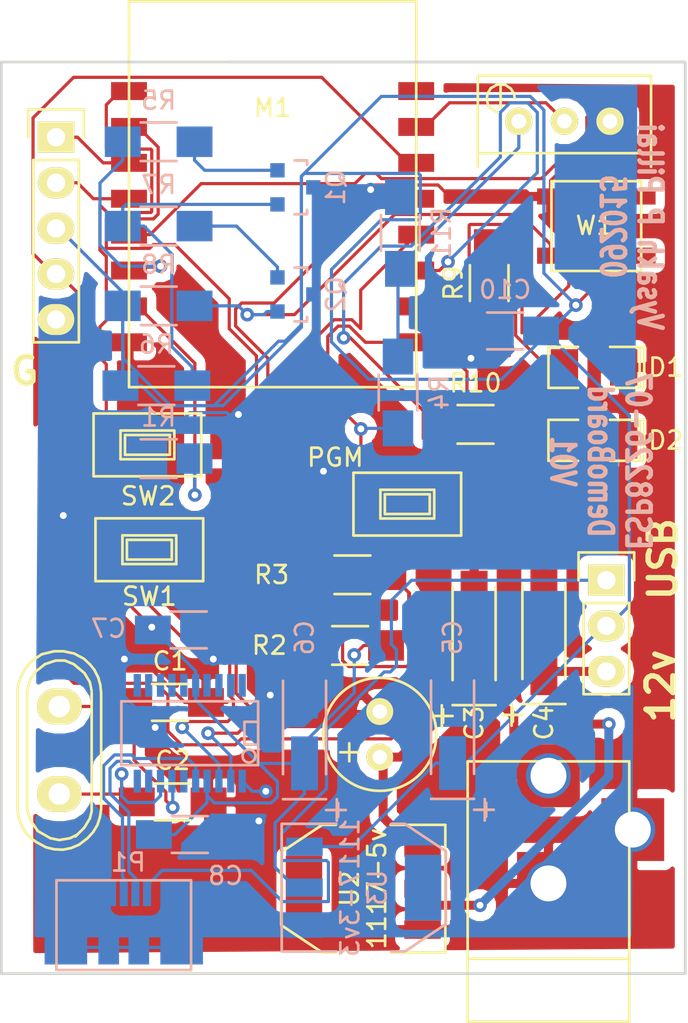
<source format=kicad_pcb>
(kicad_pcb (version 4) (host pcbnew "(2015-08-30 BZR 6134, Git 4e94d52)-product")

  (general
    (links 0)
    (no_connects 0)
    (area 138.104999 75.744999 176.355001 126.695001)
    (thickness 1.6)
    (drawings 15)
    (tracks 525)
    (zones 0)
    (modules 39)
    (nets 39)
  )

  (page A4)
  (title_block
    (title "esp8266 demo board")
  )

  (layers
    (0 F.Cu signal)
    (31 B.Cu signal)
    (32 B.Adhes user)
    (33 F.Adhes user)
    (34 B.Paste user)
    (35 F.Paste user)
    (36 B.SilkS user)
    (37 F.SilkS user)
    (38 B.Mask user)
    (39 F.Mask user)
    (40 Dwgs.User user)
    (41 Cmts.User user)
    (42 Eco1.User user)
    (43 Eco2.User user)
    (44 Edge.Cuts user)
    (45 Margin user)
    (46 B.CrtYd user)
    (47 F.CrtYd user)
    (48 B.Fab user)
    (49 F.Fab user)
  )

  (setup
    (last_trace_width 0.1778)
    (trace_clearance 0.1778)
    (zone_clearance 0.508)
    (zone_45_only no)
    (trace_min 0.1524)
    (segment_width 0.2)
    (edge_width 0.15)
    (via_size 0.762)
    (via_drill 0.381)
    (via_min_size 0.635)
    (via_min_drill 0.3302)
    (uvia_size 0.3)
    (uvia_drill 0.1)
    (uvias_allowed no)
    (uvia_min_size 0.2)
    (uvia_min_drill 0.1)
    (pcb_text_width 0.3)
    (pcb_text_size 1.5 1.5)
    (mod_edge_width 0.15)
    (mod_text_size 1 1)
    (mod_text_width 0.15)
    (pad_size 3.50012 3.50012)
    (pad_drill 0)
    (pad_to_mask_clearance 0.2)
    (aux_axis_origin 0 0)
    (visible_elements 7FFEFFFF)
    (pcbplotparams
      (layerselection 0x010f0_80000001)
      (usegerberextensions true)
      (excludeedgelayer true)
      (linewidth 0.100000)
      (plotframeref false)
      (viasonmask false)
      (mode 1)
      (useauxorigin false)
      (hpglpennumber 1)
      (hpglpenspeed 20)
      (hpglpendiameter 15)
      (hpglpenoverlay 2)
      (psnegative false)
      (psa4output false)
      (plotreference true)
      (plotvalue true)
      (plotinvisibletext false)
      (padsonsilk false)
      (subtractmaskfromsilk true)
      (outputformat 1)
      (mirror false)
      (drillshape 0)
      (scaleselection 1)
      (outputdirectory Gerber/))
  )

  (net 0 "")
  (net 1 "Net-(C1-Pad1)")
  (net 2 GND)
  (net 3 "Net-(C2-Pad1)")
  (net 4 12v)
  (net 5 VLDO5v)
  (net 6 5v)
  (net 7 3v3)
  (net 8 "Net-(D1-Pad2)")
  (net 9 "Net-(D2-Pad2)")
  (net 10 VUSB)
  (net 11 "Net-(M1-Pad10)")
  (net 12 "Net-(M1-Pad11)")
  (net 13 "Net-(M1-Pad12)")
  (net 14 "Net-(M1-Pad13)")
  (net 15 "Net-(M1-Pad15)")
  (net 16 "Net-(M1-Pad16)")
  (net 17 "Net-(M1-Pad7)")
  (net 18 3v3In)
  (net 19 "Net-(M1-Pad5)")
  (net 20 JP1.2)
  (net 21 JP1.1)
  (net 22 TX)
  (net 23 RX)
  (net 24 UD-)
  (net 25 UD+)
  (net 26 "Net-(Q1-Pad1)")
  (net 27 "Net-(Q1-Pad2)")
  (net 28 5vOut)
  (net 29 "Net-(Q2-Pad2)")
  (net 30 "Net-(R11-Pad1)")
  (net 31 "Net-(U1-Pad9)")
  (net 32 "Net-(U1-Pad10)")
  (net 33 "Net-(U1-Pad11)")
  (net 34 "Net-(U1-Pad12)")
  (net 35 "Net-(U1-Pad13)")
  (net 36 "Net-(U1-Pad14)")
  (net 37 "Net-(U1-Pad15)")
  (net 38 "Net-(W1-Pad2)")

  (net_class Default "This is the default net class."
    (clearance 0.1778)
    (trace_width 0.1778)
    (via_dia 0.762)
    (via_drill 0.381)
    (uvia_dia 0.3)
    (uvia_drill 0.1)
    (add_net 12v)
    (add_net 3v3)
    (add_net 3v3In)
    (add_net 5v)
    (add_net 5vOut)
    (add_net GND)
    (add_net JP1.1)
    (add_net JP1.2)
    (add_net "Net-(C1-Pad1)")
    (add_net "Net-(C2-Pad1)")
    (add_net "Net-(D1-Pad2)")
    (add_net "Net-(D2-Pad2)")
    (add_net "Net-(M1-Pad10)")
    (add_net "Net-(M1-Pad11)")
    (add_net "Net-(M1-Pad12)")
    (add_net "Net-(M1-Pad13)")
    (add_net "Net-(M1-Pad15)")
    (add_net "Net-(M1-Pad16)")
    (add_net "Net-(M1-Pad5)")
    (add_net "Net-(M1-Pad7)")
    (add_net "Net-(Q1-Pad1)")
    (add_net "Net-(Q1-Pad2)")
    (add_net "Net-(Q2-Pad2)")
    (add_net "Net-(R11-Pad1)")
    (add_net "Net-(U1-Pad10)")
    (add_net "Net-(U1-Pad11)")
    (add_net "Net-(U1-Pad12)")
    (add_net "Net-(U1-Pad13)")
    (add_net "Net-(U1-Pad14)")
    (add_net "Net-(U1-Pad15)")
    (add_net "Net-(U1-Pad9)")
    (add_net "Net-(W1-Pad2)")
    (add_net RX)
    (add_net TX)
    (add_net UD+)
    (add_net UD-)
    (add_net VLDO5v)
    (add_net VUSB)
  )

  (module Connect:BARREL_JACK placed (layer F.Cu) (tedit 55E67818) (tstamp 55E1AC9F)
    (at 168.66 121.794 90)
    (descr "DC Barrel Jack")
    (tags "Power Jack")
    (path /55D3640D)
    (fp_text reference CON1 (at 10.09904 0 180) (layer F.SilkS) hide
      (effects (font (size 1 1) (thickness 0.15)))
    )
    (fp_text value BARREL_JACK (at 0 -5.99948 90) (layer F.Fab) hide
      (effects (font (size 1 1) (thickness 0.15)))
    )
    (fp_line (start -4.0005 -4.50088) (end -4.0005 4.50088) (layer F.SilkS) (width 0.15))
    (fp_line (start -7.50062 -4.50088) (end -7.50062 4.50088) (layer F.SilkS) (width 0.15))
    (fp_line (start -7.50062 4.50088) (end 7.00024 4.50088) (layer F.SilkS) (width 0.15))
    (fp_line (start 7.00024 4.50088) (end 7.00024 -4.50088) (layer F.SilkS) (width 0.15))
    (fp_line (start 7.00024 -4.50088) (end -7.50062 -4.50088) (layer F.SilkS) (width 0.15))
    (pad 1 smd rect (at 6.20014 0 90) (size 3.50012 3.50012) (layers F.Cu F.Paste F.Mask)
      (net 4 12v))
    (pad 2 smd rect (at 0.20066 0 90) (size 3.50012 3.50012) (layers F.Cu F.Paste F.Mask)
      (net 2 GND))
    (pad 3 smd rect (at 3.2004 4.699 90) (size 3.50012 3.50012) (layers F.Cu F.Paste F.Mask)
      (net 2 GND))
  )

  (module SMD_Packages:SSOP-20 placed (layer B.Cu) (tedit 55E1B629) (tstamp 55E1AE10)
    (at 148.67528 113.22404 180)
    (descr "SSOP 20 pins")
    (tags "CMS SSOP SMD")
    (path /55D35866)
    (attr smd)
    (fp_text reference U1 (at 0 0.635 180) (layer B.SilkS) hide
      (effects (font (size 1 1) (thickness 0.15)) (justify mirror))
    )
    (fp_text value CH340G (at 0 -0.635 180) (layer B.Fab) hide
      (effects (font (size 1 1) (thickness 0.15)) (justify mirror))
    )
    (fp_line (start 3.81 1.778) (end -3.81 1.778) (layer B.SilkS) (width 0.15))
    (fp_line (start -3.81 -1.778) (end 3.81 -1.778) (layer B.SilkS) (width 0.15))
    (fp_line (start 3.81 1.778) (end 3.81 -1.778) (layer B.SilkS) (width 0.15))
    (fp_line (start -3.81 -1.778) (end -3.81 1.778) (layer B.SilkS) (width 0.15))
    (fp_circle (center -3.302 -1.27) (end -3.556 -1.016) (layer B.SilkS) (width 0.15))
    (fp_line (start -3.81 0.635) (end -3.048 0.635) (layer B.SilkS) (width 0.15))
    (fp_line (start -3.048 0.635) (end -3.048 -0.635) (layer B.SilkS) (width 0.15))
    (fp_line (start -3.048 -0.635) (end -3.81 -0.635) (layer B.SilkS) (width 0.15))
    (pad 1 smd rect (at -2.921 -2.667 180) (size 0.4064 1.27) (layers B.Cu B.Paste B.Mask)
      (net 2 GND))
    (pad 2 smd rect (at -2.286 -2.667 180) (size 0.4064 1.27) (layers B.Cu B.Paste B.Mask)
      (net 22 TX))
    (pad 3 smd rect (at -1.6256 -2.667 180) (size 0.4064 1.27) (layers B.Cu B.Paste B.Mask)
      (net 23 RX))
    (pad 4 smd rect (at -0.9652 -2.667 180) (size 0.4064 1.27) (layers B.Cu B.Paste B.Mask)
      (net 7 3v3))
    (pad 5 smd rect (at -0.3302 -2.667 180) (size 0.4064 1.27) (layers B.Cu B.Paste B.Mask)
      (net 25 UD+))
    (pad 6 smd rect (at 0.3302 -2.667 180) (size 0.4064 1.27) (layers B.Cu B.Paste B.Mask)
      (net 24 UD-))
    (pad 7 smd rect (at 0.9906 -2.667 180) (size 0.4064 1.27) (layers B.Cu B.Paste B.Mask)
      (net 1 "Net-(C1-Pad1)"))
    (pad 8 smd rect (at 1.6256 -2.667 180) (size 0.4064 1.27) (layers B.Cu B.Paste B.Mask)
      (net 3 "Net-(C2-Pad1)"))
    (pad 9 smd rect (at 2.286 -2.667 180) (size 0.4064 1.27) (layers B.Cu B.Paste B.Mask)
      (net 31 "Net-(U1-Pad9)"))
    (pad 10 smd rect (at 2.921 -2.667 180) (size 0.4064 1.27) (layers B.Cu B.Paste B.Mask)
      (net 32 "Net-(U1-Pad10)"))
    (pad 11 smd rect (at 2.921 2.667 180) (size 0.4064 1.27) (layers B.Cu B.Paste B.Mask)
      (net 33 "Net-(U1-Pad11)"))
    (pad 12 smd rect (at 2.286 2.667 180) (size 0.4064 1.27) (layers B.Cu B.Paste B.Mask)
      (net 34 "Net-(U1-Pad12)"))
    (pad 13 smd rect (at 1.6256 2.667 180) (size 0.4064 1.27) (layers B.Cu B.Paste B.Mask)
      (net 35 "Net-(U1-Pad13)"))
    (pad 14 smd rect (at 0.9906 2.667 180) (size 0.4064 1.27) (layers B.Cu B.Paste B.Mask)
      (net 36 "Net-(U1-Pad14)"))
    (pad 15 smd rect (at 0.3302 2.667 180) (size 0.4064 1.27) (layers B.Cu B.Paste B.Mask)
      (net 37 "Net-(U1-Pad15)"))
    (pad 16 smd rect (at -0.3302 2.667 180) (size 0.4064 1.27) (layers B.Cu B.Paste B.Mask)
      (net 7 3v3))
    (pad 17 smd rect (at -0.9652 2.667 180) (size 0.4064 1.27) (layers B.Cu B.Paste B.Mask))
    (pad 18 smd rect (at -1.6256 2.667 180) (size 0.4064 1.27) (layers B.Cu B.Paste B.Mask))
    (pad 19 smd rect (at -2.286 2.667 180) (size 0.4064 1.27) (layers B.Cu B.Paste B.Mask))
    (pad 20 smd rect (at -2.921 2.667 180) (size 0.4064 1.27) (layers B.Cu B.Paste B.Mask))
    (model SMD_Packages.3dshapes/SSOP-20.wrl
      (at (xyz 0 0 0))
      (scale (xyz 0.255 0.33 0.3))
      (rotate (xyz 0 0 0))
    )
  )

  (module Capacitors_SMD:C_1206_HandSoldering placed (layer F.Cu) (tedit 55E1B3DB) (tstamp 55E1AC32)
    (at 147.578 111.507)
    (descr "Capacitor SMD 1206, hand soldering")
    (tags "capacitor 1206")
    (path /55D37889)
    (attr smd)
    (fp_text reference C1 (at 0 -2.3) (layer F.SilkS)
      (effects (font (size 1 1) (thickness 0.15)))
    )
    (fp_text value 22pf (at 0 2.3) (layer F.Fab) hide
      (effects (font (size 1 1) (thickness 0.15)))
    )
    (fp_line (start -3.3 -1.15) (end 3.3 -1.15) (layer F.CrtYd) (width 0.05))
    (fp_line (start -3.3 1.15) (end 3.3 1.15) (layer F.CrtYd) (width 0.05))
    (fp_line (start -3.3 -1.15) (end -3.3 1.15) (layer F.CrtYd) (width 0.05))
    (fp_line (start 3.3 -1.15) (end 3.3 1.15) (layer F.CrtYd) (width 0.05))
    (fp_line (start 1 -1.025) (end -1 -1.025) (layer F.SilkS) (width 0.15))
    (fp_line (start -1 1.025) (end 1 1.025) (layer F.SilkS) (width 0.15))
    (pad 1 smd rect (at -2 0) (size 2 1.6) (layers F.Cu F.Paste F.Mask)
      (net 1 "Net-(C1-Pad1)"))
    (pad 2 smd rect (at 2 0) (size 2 1.6) (layers F.Cu F.Paste F.Mask)
      (net 2 GND))
    (model Capacitors_SMD.3dshapes/C_1206_HandSoldering.wrl
      (at (xyz 0 0 0))
      (scale (xyz 1 1 1))
      (rotate (xyz 0 0 0))
    )
  )

  (module Capacitors_SMD:C_1206_HandSoldering placed (layer F.Cu) (tedit 55E1B3D5) (tstamp 55E1AC3E)
    (at 147.72532 117.05182)
    (descr "Capacitor SMD 1206, hand soldering")
    (tags "capacitor 1206")
    (path /55D3791E)
    (attr smd)
    (fp_text reference C2 (at 0 -2.3) (layer F.SilkS)
      (effects (font (size 1 1) (thickness 0.15)))
    )
    (fp_text value 22pf (at 0 2.3) (layer F.Fab) hide
      (effects (font (size 1 1) (thickness 0.15)))
    )
    (fp_line (start -3.3 -1.15) (end 3.3 -1.15) (layer F.CrtYd) (width 0.05))
    (fp_line (start -3.3 1.15) (end 3.3 1.15) (layer F.CrtYd) (width 0.05))
    (fp_line (start -3.3 -1.15) (end -3.3 1.15) (layer F.CrtYd) (width 0.05))
    (fp_line (start 3.3 -1.15) (end 3.3 1.15) (layer F.CrtYd) (width 0.05))
    (fp_line (start 1 -1.025) (end -1 -1.025) (layer F.SilkS) (width 0.15))
    (fp_line (start -1 1.025) (end 1 1.025) (layer F.SilkS) (width 0.15))
    (pad 1 smd rect (at -2 0) (size 2 1.6) (layers F.Cu F.Paste F.Mask)
      (net 3 "Net-(C2-Pad1)"))
    (pad 2 smd rect (at 2 0) (size 2 1.6) (layers F.Cu F.Paste F.Mask)
      (net 2 GND))
    (model Capacitors_SMD.3dshapes/C_1206_HandSoldering.wrl
      (at (xyz 0 0 0))
      (scale (xyz 1 1 1))
      (rotate (xyz 0 0 0))
    )
  )

  (module Capacitors_Tantalum_SMD:TantalC_SizeA_EIA-3216_HandSoldering placed (layer F.Cu) (tedit 55E1B76E) (tstamp 55E1AC4A)
    (at 164.51726 107.66398 90)
    (descr "Tantal Cap. , Size A, EIA-3216, Hand Soldering,")
    (tags "Tantal Cap. , Size A, EIA-3216, Hand Soldering,")
    (path /55E191A6)
    (attr smd)
    (fp_text reference C3 (at -5 0 90) (layer F.SilkS)
      (effects (font (size 1 1) (thickness 0.15)))
    )
    (fp_text value 10uf (at -0.09906 3.0988 90) (layer F.Fab) hide
      (effects (font (size 1 1) (thickness 0.15)))
    )
    (fp_text user + (at -4.59994 -1.80086 90) (layer F.SilkS)
      (effects (font (size 1 1) (thickness 0.15)))
    )
    (fp_line (start -2.60096 1.19888) (end 2.60096 1.19888) (layer F.SilkS) (width 0.15))
    (fp_line (start 2.60096 -1.19888) (end -2.60096 -1.19888) (layer F.SilkS) (width 0.15))
    (fp_line (start -4.59994 -2.2987) (end -4.59994 -1.19888) (layer F.SilkS) (width 0.15))
    (fp_line (start -5.19938 -1.79832) (end -4.0005 -1.79832) (layer F.SilkS) (width 0.15))
    (fp_line (start -3.99542 -1.19888) (end -3.99542 1.19888) (layer F.SilkS) (width 0.15))
    (pad 2 smd rect (at 1.99898 0 90) (size 2.99974 1.50114) (layers F.Cu F.Paste F.Mask)
      (net 2 GND))
    (pad 1 smd rect (at -1.99898 0 90) (size 2.99974 1.50114) (layers F.Cu F.Paste F.Mask)
      (net 4 12v))
    (model Capacitors_Tantalum_SMD.3dshapes/TantalC_SizeA_EIA-3216_HandSoldering.wrl
      (at (xyz 0 0 0))
      (scale (xyz 1 1 1))
      (rotate (xyz 0 0 180))
    )
  )

  (module Capacitors_Tantalum_SMD:TantalC_SizeA_EIA-3216_HandSoldering placed (layer F.Cu) (tedit 55E1B4AE) (tstamp 55E1AC56)
    (at 168.406 107.60302 90)
    (descr "Tantal Cap. , Size A, EIA-3216, Hand Soldering,")
    (tags "Tantal Cap. , Size A, EIA-3216, Hand Soldering,")
    (path /55E1921E)
    (attr smd)
    (fp_text reference C4 (at -5.04698 0 90) (layer F.SilkS)
      (effects (font (size 1 1) (thickness 0.15)))
    )
    (fp_text value 10uf (at -0.09906 3.0988 90) (layer F.Fab) hide
      (effects (font (size 1 1) (thickness 0.15)))
    )
    (fp_text user + (at -4.59994 -1.80086 90) (layer F.SilkS)
      (effects (font (size 1 1) (thickness 0.15)))
    )
    (fp_line (start -2.60096 1.19888) (end 2.60096 1.19888) (layer F.SilkS) (width 0.15))
    (fp_line (start 2.60096 -1.19888) (end -2.60096 -1.19888) (layer F.SilkS) (width 0.15))
    (fp_line (start -4.59994 -2.2987) (end -4.59994 -1.19888) (layer F.SilkS) (width 0.15))
    (fp_line (start -5.19938 -1.79832) (end -4.0005 -1.79832) (layer F.SilkS) (width 0.15))
    (fp_line (start -3.99542 -1.19888) (end -3.99542 1.19888) (layer F.SilkS) (width 0.15))
    (pad 2 smd rect (at 1.99898 0 90) (size 2.99974 1.50114) (layers F.Cu F.Paste F.Mask)
      (net 2 GND))
    (pad 1 smd rect (at -1.99898 0 90) (size 2.99974 1.50114) (layers F.Cu F.Paste F.Mask)
      (net 5 VLDO5v))
    (model Capacitors_Tantalum_SMD.3dshapes/TantalC_SizeA_EIA-3216_HandSoldering.wrl
      (at (xyz 0 0 0))
      (scale (xyz 1 1 1))
      (rotate (xyz 0 0 180))
    )
  )

  (module Capacitors_Tantalum_SMD:TantalC_SizeA_EIA-3216_HandSoldering placed (layer B.Cu) (tedit 55E1B823) (tstamp 55E1AC62)
    (at 163.31584 112.88876 90)
    (descr "Tantal Cap. , Size A, EIA-3216, Hand Soldering,")
    (tags "Tantal Cap. , Size A, EIA-3216, Hand Soldering,")
    (path /55E1897A)
    (attr smd)
    (fp_text reference C5 (at 5 0 90) (layer B.SilkS)
      (effects (font (size 1 1) (thickness 0.15)) (justify mirror))
    )
    (fp_text value 10uf (at -0.09906 -3.0988 90) (layer B.Fab) hide
      (effects (font (size 1 1) (thickness 0.15)) (justify mirror))
    )
    (fp_text user + (at -4.59994 1.80086 90) (layer B.SilkS)
      (effects (font (size 1 1) (thickness 0.15)) (justify mirror))
    )
    (fp_line (start -2.60096 -1.19888) (end 2.60096 -1.19888) (layer B.SilkS) (width 0.15))
    (fp_line (start 2.60096 1.19888) (end -2.60096 1.19888) (layer B.SilkS) (width 0.15))
    (fp_line (start -4.59994 2.2987) (end -4.59994 1.19888) (layer B.SilkS) (width 0.15))
    (fp_line (start -5.19938 1.79832) (end -4.0005 1.79832) (layer B.SilkS) (width 0.15))
    (fp_line (start -3.99542 1.19888) (end -3.99542 -1.19888) (layer B.SilkS) (width 0.15))
    (pad 2 smd rect (at 1.99898 0 90) (size 2.99974 1.50114) (layers B.Cu B.Paste B.Mask)
      (net 2 GND))
    (pad 1 smd rect (at -1.99898 0 90) (size 2.99974 1.50114) (layers B.Cu B.Paste B.Mask)
      (net 6 5v))
    (model Capacitors_Tantalum_SMD.3dshapes/TantalC_SizeA_EIA-3216_HandSoldering.wrl
      (at (xyz 0 0 0))
      (scale (xyz 1 1 1))
      (rotate (xyz 0 0 180))
    )
  )

  (module Capacitors_Tantalum_SMD:TantalC_SizeA_EIA-3216_HandSoldering placed (layer B.Cu) (tedit 55E1B816) (tstamp 55E1AC6E)
    (at 155.071 112.904 90)
    (descr "Tantal Cap. , Size A, EIA-3216, Hand Soldering,")
    (tags "Tantal Cap. , Size A, EIA-3216, Hand Soldering,")
    (path /55E18C88)
    (attr smd)
    (fp_text reference C6 (at 5 0 90) (layer B.SilkS)
      (effects (font (size 1 1) (thickness 0.15)) (justify mirror))
    )
    (fp_text value 10uf (at -0.09906 -3.0988 90) (layer B.Fab) hide
      (effects (font (size 1 1) (thickness 0.15)) (justify mirror))
    )
    (fp_text user + (at -4.59994 1.80086 90) (layer B.SilkS)
      (effects (font (size 1 1) (thickness 0.15)) (justify mirror))
    )
    (fp_line (start -2.60096 -1.19888) (end 2.60096 -1.19888) (layer B.SilkS) (width 0.15))
    (fp_line (start 2.60096 1.19888) (end -2.60096 1.19888) (layer B.SilkS) (width 0.15))
    (fp_line (start -4.59994 2.2987) (end -4.59994 1.19888) (layer B.SilkS) (width 0.15))
    (fp_line (start -5.19938 1.79832) (end -4.0005 1.79832) (layer B.SilkS) (width 0.15))
    (fp_line (start -3.99542 1.19888) (end -3.99542 -1.19888) (layer B.SilkS) (width 0.15))
    (pad 2 smd rect (at 1.99898 0 90) (size 2.99974 1.50114) (layers B.Cu B.Paste B.Mask)
      (net 2 GND))
    (pad 1 smd rect (at -1.99898 0 90) (size 2.99974 1.50114) (layers B.Cu B.Paste B.Mask)
      (net 7 3v3))
    (model Capacitors_Tantalum_SMD.3dshapes/TantalC_SizeA_EIA-3216_HandSoldering.wrl
      (at (xyz 0 0 0))
      (scale (xyz 1 1 1))
      (rotate (xyz 0 0 180))
    )
  )

  (module Capacitors_SMD:C_1206_HandSoldering placed (layer B.Cu) (tedit 55E1B836) (tstamp 55E1AC7A)
    (at 148.6194 107.4684)
    (descr "Capacitor SMD 1206, hand soldering")
    (tags "capacitor 1206")
    (path /55E1BF64)
    (attr smd)
    (fp_text reference C7 (at -4.4704 -0.0762) (layer B.SilkS)
      (effects (font (size 1 1) (thickness 0.15)) (justify mirror))
    )
    (fp_text value 0.1uf (at 0.1016 -2.1844) (layer B.Fab) hide
      (effects (font (size 1 1) (thickness 0.15)) (justify mirror))
    )
    (fp_line (start -3.3 1.15) (end 3.3 1.15) (layer B.CrtYd) (width 0.05))
    (fp_line (start -3.3 -1.15) (end 3.3 -1.15) (layer B.CrtYd) (width 0.05))
    (fp_line (start -3.3 1.15) (end -3.3 -1.15) (layer B.CrtYd) (width 0.05))
    (fp_line (start 3.3 1.15) (end 3.3 -1.15) (layer B.CrtYd) (width 0.05))
    (fp_line (start 1 1.025) (end -1 1.025) (layer B.SilkS) (width 0.15))
    (fp_line (start -1 -1.025) (end 1 -1.025) (layer B.SilkS) (width 0.15))
    (pad 1 smd rect (at -2 0) (size 2 1.6) (layers B.Cu B.Paste B.Mask)
      (net 7 3v3))
    (pad 2 smd rect (at 2 0) (size 2 1.6) (layers B.Cu B.Paste B.Mask)
      (net 2 GND))
    (model Capacitors_SMD.3dshapes/C_1206_HandSoldering.wrl
      (at (xyz 0 0 0))
      (scale (xyz 1 1 1))
      (rotate (xyz 0 0 0))
    )
  )

  (module Capacitors_SMD:C_1206_HandSoldering placed (layer B.Cu) (tedit 55E1B847) (tstamp 55E1AC86)
    (at 148.67528 118.86792)
    (descr "Capacitor SMD 1206, hand soldering")
    (tags "capacitor 1206")
    (path /55E54D43)
    (attr smd)
    (fp_text reference C8 (at 2 2.3) (layer B.SilkS)
      (effects (font (size 1 1) (thickness 0.15)) (justify mirror))
    )
    (fp_text value 0.1uf (at 0 -2.3) (layer B.Fab) hide
      (effects (font (size 1 1) (thickness 0.15)) (justify mirror))
    )
    (fp_line (start -3.3 1.15) (end 3.3 1.15) (layer B.CrtYd) (width 0.05))
    (fp_line (start -3.3 -1.15) (end 3.3 -1.15) (layer B.CrtYd) (width 0.05))
    (fp_line (start -3.3 1.15) (end -3.3 -1.15) (layer B.CrtYd) (width 0.05))
    (fp_line (start 3.3 1.15) (end 3.3 -1.15) (layer B.CrtYd) (width 0.05))
    (fp_line (start 1 1.025) (end -1 1.025) (layer B.SilkS) (width 0.15))
    (fp_line (start -1 -1.025) (end 1 -1.025) (layer B.SilkS) (width 0.15))
    (pad 1 smd rect (at -2 0) (size 2 1.6) (layers B.Cu B.Paste B.Mask)
      (net 7 3v3))
    (pad 2 smd rect (at 2 0) (size 2 1.6) (layers B.Cu B.Paste B.Mask)
      (net 2 GND))
    (model Capacitors_SMD.3dshapes/C_1206_HandSoldering.wrl
      (at (xyz 0 0 0))
      (scale (xyz 1 1 1))
      (rotate (xyz 0 0 0))
    )
  )

  (module Capacitors_Elko_ThroughHole:Elko_vert_11.2x6.3mm_RM2.5 placed (layer F.Cu) (tedit 55E1B405) (tstamp 55E1AC8C)
    (at 159.262 114.555 90)
    (descr "Electrolytic Capacitor, vertical, diameter 6,3mm, RM 2,5mm, radial,")
    (tags "Electrolytic Capacitor, vertical, diameter 6,3mm, RM 2,5mm, Elko, Electrolytkondensator, Kondensator gepolt, Durchmesser 6,3mm, radial,")
    (path /55E57202)
    (fp_text reference C9 (at 1.27 -5.08 90) (layer F.SilkS) hide
      (effects (font (size 1 1) (thickness 0.15)))
    )
    (fp_text value 1mf (at 1.27 5.08 90) (layer F.Fab) hide
      (effects (font (size 1 1) (thickness 0.15)))
    )
    (fp_line (start 0.26924 -2.19964) (end 0.26924 -1.19888) (layer F.SilkS) (width 0.15))
    (fp_line (start -0.23114 -1.69926) (end 0.76962 -1.69926) (layer F.SilkS) (width 0.15))
    (fp_line (start 0.26924 -1.69926) (end 0.76962 -1.69926) (layer F.Cu) (width 0.15))
    (fp_line (start 0.26924 -1.69926) (end 0.26924 -2.19964) (layer F.Cu) (width 0.15))
    (fp_line (start -0.23114 -1.69926) (end 0.26924 -1.69926) (layer F.Cu) (width 0.15))
    (fp_line (start 0.26924 -1.69926) (end 0.26924 -1.30048) (layer F.Cu) (width 0.15))
    (fp_line (start 0.26924 -1.30048) (end 0.26924 -1.19888) (layer F.Cu) (width 0.15))
    (fp_circle (center 1.27 0) (end 4.4196 0) (layer F.SilkS) (width 0.15))
    (pad 2 thru_hole circle (at 2.54 0 90) (size 1.50114 1.50114) (drill 0.8001) (layers *.Cu *.Mask F.SilkS)
      (net 2 GND))
    (pad 1 thru_hole circle (at 0 0 90) (size 1.50114 1.50114) (drill 0.8001) (layers *.Cu *.Mask F.SilkS)
      (net 4 12v))
    (model Capacitors_Elko_ThroughHole.3dshapes/Elko_vert_11.2x6.3mm_RM2.5.wrl
      (at (xyz 0 0 0))
      (scale (xyz 1 1 1))
      (rotate (xyz 0 0 0))
    )
  )

  (module Capacitors_SMD:C_1206_HandSoldering placed (layer B.Cu) (tedit 55E1BD10) (tstamp 55E1AC98)
    (at 166.247 90.806 180)
    (descr "Capacitor SMD 1206, hand soldering")
    (tags "capacitor 1206")
    (path /55E5D2FC)
    (attr smd)
    (fp_text reference C10 (at 0 2.3 180) (layer B.SilkS)
      (effects (font (size 1 1) (thickness 0.15)) (justify mirror))
    )
    (fp_text value 0.1uf (at 0 -2.3 180) (layer B.Fab) hide
      (effects (font (size 1 1) (thickness 0.15)) (justify mirror))
    )
    (fp_line (start -3.3 1.15) (end 3.3 1.15) (layer B.CrtYd) (width 0.05))
    (fp_line (start -3.3 -1.15) (end 3.3 -1.15) (layer B.CrtYd) (width 0.05))
    (fp_line (start -3.3 1.15) (end -3.3 -1.15) (layer B.CrtYd) (width 0.05))
    (fp_line (start 3.3 1.15) (end 3.3 -1.15) (layer B.CrtYd) (width 0.05))
    (fp_line (start 1 1.025) (end -1 1.025) (layer B.SilkS) (width 0.15))
    (fp_line (start -1 -1.025) (end 1 -1.025) (layer B.SilkS) (width 0.15))
    (pad 1 smd rect (at -2 0 180) (size 2 1.6) (layers B.Cu B.Paste B.Mask)
      (net 6 5v))
    (pad 2 smd rect (at 2 0 180) (size 2 1.6) (layers B.Cu B.Paste B.Mask)
      (net 2 GND))
    (model Capacitors_SMD.3dshapes/C_1206_HandSoldering.wrl
      (at (xyz 0 0 0))
      (scale (xyz 1 1 1))
      (rotate (xyz 0 0 0))
    )
  )

  (module SMD_Packages:SMD-1206_Pol placed (layer F.Cu) (tedit 55E1C09A) (tstamp 55E1ACAE)
    (at 171.2 92.838 180)
    (path /55E2A644)
    (attr smd)
    (fp_text reference D1 (at -4 0 180) (layer F.SilkS)
      (effects (font (size 1 1) (thickness 0.15)))
    )
    (fp_text value GREEN (at 0 0 180) (layer F.Fab) hide
      (effects (font (size 1 1) (thickness 0.15)))
    )
    (fp_line (start -2.54 -1.143) (end -2.794 -1.143) (layer F.SilkS) (width 0.15))
    (fp_line (start -2.794 -1.143) (end -2.794 1.143) (layer F.SilkS) (width 0.15))
    (fp_line (start -2.794 1.143) (end -2.54 1.143) (layer F.SilkS) (width 0.15))
    (fp_line (start -2.54 -1.143) (end -2.54 1.143) (layer F.SilkS) (width 0.15))
    (fp_line (start -2.54 1.143) (end -0.889 1.143) (layer F.SilkS) (width 0.15))
    (fp_line (start 0.889 -1.143) (end 2.54 -1.143) (layer F.SilkS) (width 0.15))
    (fp_line (start 2.54 -1.143) (end 2.54 1.143) (layer F.SilkS) (width 0.15))
    (fp_line (start 2.54 1.143) (end 0.889 1.143) (layer F.SilkS) (width 0.15))
    (fp_line (start -0.889 -1.143) (end -2.54 -1.143) (layer F.SilkS) (width 0.15))
    (pad 1 smd rect (at -1.651 0 180) (size 1.524 2.032) (layers F.Cu F.Paste F.Mask)
      (net 2 GND))
    (pad 2 smd rect (at 1.651 0 180) (size 1.524 2.032) (layers F.Cu F.Paste F.Mask)
      (net 8 "Net-(D1-Pad2)"))
    (model SMD_Packages.3dshapes/SMD-1206_Pol.wrl
      (at (xyz 0 0 0))
      (scale (xyz 0.17 0.16 0.16))
      (rotate (xyz 0 0 0))
    )
  )

  (module SMD_Packages:SMD-1206_Pol placed (layer F.Cu) (tedit 55E1C0A1) (tstamp 55E1ACBD)
    (at 171.2 96.902 180)
    (path /55E2A331)
    (attr smd)
    (fp_text reference D2 (at -4 0 180) (layer F.SilkS)
      (effects (font (size 1 1) (thickness 0.15)))
    )
    (fp_text value RED (at 0 0 180) (layer F.Fab) hide
      (effects (font (size 1 1) (thickness 0.15)))
    )
    (fp_line (start -2.54 -1.143) (end -2.794 -1.143) (layer F.SilkS) (width 0.15))
    (fp_line (start -2.794 -1.143) (end -2.794 1.143) (layer F.SilkS) (width 0.15))
    (fp_line (start -2.794 1.143) (end -2.54 1.143) (layer F.SilkS) (width 0.15))
    (fp_line (start -2.54 -1.143) (end -2.54 1.143) (layer F.SilkS) (width 0.15))
    (fp_line (start -2.54 1.143) (end -0.889 1.143) (layer F.SilkS) (width 0.15))
    (fp_line (start 0.889 -1.143) (end 2.54 -1.143) (layer F.SilkS) (width 0.15))
    (fp_line (start 2.54 -1.143) (end 2.54 1.143) (layer F.SilkS) (width 0.15))
    (fp_line (start 2.54 1.143) (end 0.889 1.143) (layer F.SilkS) (width 0.15))
    (fp_line (start -0.889 -1.143) (end -2.54 -1.143) (layer F.SilkS) (width 0.15))
    (pad 1 smd rect (at -1.651 0 180) (size 1.524 2.032) (layers F.Cu F.Paste F.Mask)
      (net 2 GND))
    (pad 2 smd rect (at 1.651 0 180) (size 1.524 2.032) (layers F.Cu F.Paste F.Mask)
      (net 9 "Net-(D2-Pad2)"))
    (model SMD_Packages.3dshapes/SMD-1206_Pol.wrl
      (at (xyz 0 0 0))
      (scale (xyz 0.17 0.16 0.16))
      (rotate (xyz 0 0 0))
    )
  )

  (module Pin_Headers:Pin_Header_Straight_1x03 placed (layer F.Cu) (tedit 55E1B254) (tstamp 55E1ACC4)
    (at 171.8858 104.6998)
    (descr "Through hole pin header")
    (tags "pin header")
    (path /55D36137)
    (fp_text reference JP1 (at 0 -5.1) (layer F.SilkS) hide
      (effects (font (size 1 1) (thickness 0.15)))
    )
    (fp_text value JUMPER3 (at 0 -3.1) (layer F.Fab) hide
      (effects (font (size 1 1) (thickness 0.15)))
    )
    (fp_line (start -1.75 -1.75) (end -1.75 6.85) (layer F.CrtYd) (width 0.05))
    (fp_line (start 1.75 -1.75) (end 1.75 6.85) (layer F.CrtYd) (width 0.05))
    (fp_line (start -1.75 -1.75) (end 1.75 -1.75) (layer F.CrtYd) (width 0.05))
    (fp_line (start -1.75 6.85) (end 1.75 6.85) (layer F.CrtYd) (width 0.05))
    (fp_line (start -1.27 1.27) (end -1.27 6.35) (layer F.SilkS) (width 0.15))
    (fp_line (start -1.27 6.35) (end 1.27 6.35) (layer F.SilkS) (width 0.15))
    (fp_line (start 1.27 6.35) (end 1.27 1.27) (layer F.SilkS) (width 0.15))
    (fp_line (start 1.55 -1.55) (end 1.55 0) (layer F.SilkS) (width 0.15))
    (fp_line (start 1.27 1.27) (end -1.27 1.27) (layer F.SilkS) (width 0.15))
    (fp_line (start -1.55 0) (end -1.55 -1.55) (layer F.SilkS) (width 0.15))
    (fp_line (start -1.55 -1.55) (end 1.55 -1.55) (layer F.SilkS) (width 0.15))
    (pad 1 thru_hole rect (at 0 0) (size 2.032 1.7272) (drill 1.016) (layers *.Cu *.Mask F.SilkS)
      (net 10 VUSB))
    (pad 2 thru_hole oval (at 0 2.54) (size 2.032 1.7272) (drill 1.016) (layers *.Cu *.Mask F.SilkS)
      (net 6 5v))
    (pad 3 thru_hole oval (at 0 5.08) (size 2.032 1.7272) (drill 1.016) (layers *.Cu *.Mask F.SilkS)
      (net 5 VLDO5v))
    (model Pin_Headers.3dshapes/Pin_Header_Straight_1x03.wrl
      (at (xyz 0 -0.1 0))
      (scale (xyz 1 1 1))
      (rotate (xyz 0 0 90))
    )
  )

  (module Pin_Headers:Pin_Header_Straight_1x05 placed (layer F.Cu) (tedit 55E1C166) (tstamp 55E1ACF2)
    (at 141.228 80.011)
    (descr "Through hole pin header")
    (tags "pin header")
    (path /55E40FE0)
    (fp_text reference P2 (at 0 -5.1) (layer F.SilkS) hide
      (effects (font (size 1 1) (thickness 0.15)))
    )
    (fp_text value header1 (at 0 -3.1) (layer F.Fab) hide
      (effects (font (size 1 1) (thickness 0.15)))
    )
    (fp_line (start -1.55 0) (end -1.55 -1.55) (layer F.SilkS) (width 0.15))
    (fp_line (start -1.55 -1.55) (end 1.55 -1.55) (layer F.SilkS) (width 0.15))
    (fp_line (start 1.55 -1.55) (end 1.55 0) (layer F.SilkS) (width 0.15))
    (fp_line (start -1.75 -1.75) (end -1.75 11.95) (layer F.CrtYd) (width 0.05))
    (fp_line (start 1.75 -1.75) (end 1.75 11.95) (layer F.CrtYd) (width 0.05))
    (fp_line (start -1.75 -1.75) (end 1.75 -1.75) (layer F.CrtYd) (width 0.05))
    (fp_line (start -1.75 11.95) (end 1.75 11.95) (layer F.CrtYd) (width 0.05))
    (fp_line (start 1.27 1.27) (end 1.27 11.43) (layer F.SilkS) (width 0.15))
    (fp_line (start 1.27 11.43) (end -1.27 11.43) (layer F.SilkS) (width 0.15))
    (fp_line (start -1.27 11.43) (end -1.27 1.27) (layer F.SilkS) (width 0.15))
    (fp_line (start 1.27 1.27) (end -1.27 1.27) (layer F.SilkS) (width 0.15))
    (pad 1 thru_hole rect (at 0 0) (size 2.032 1.7272) (drill 1.016) (layers *.Cu *.Mask F.SilkS)
      (net 21 JP1.1))
    (pad 2 thru_hole oval (at 0 2.54) (size 2.032 1.7272) (drill 1.016) (layers *.Cu *.Mask F.SilkS)
      (net 20 JP1.2))
    (pad 3 thru_hole oval (at 0 5.08) (size 2.032 1.7272) (drill 1.016) (layers *.Cu *.Mask F.SilkS)
      (net 6 5v))
    (pad 4 thru_hole oval (at 0 7.62) (size 2.032 1.7272) (drill 1.016) (layers *.Cu *.Mask F.SilkS)
      (net 7 3v3))
    (pad 5 thru_hole oval (at 0 10.16) (size 2.032 1.7272) (drill 1.016) (layers *.Cu *.Mask F.SilkS)
      (net 2 GND))
    (model Pin_Headers.3dshapes/Pin_Header_Straight_1x05.wrl
      (at (xyz 0 -0.2 0))
      (scale (xyz 1 1 1))
      (rotate (xyz 0 0 90))
    )
  )

  (module Housings_SOT-23_SOT-143_TSOT-6:SOT-23 placed (layer B.Cu) (tedit 55E1B9C1) (tstamp 55E1AD02)
    (at 154.563 82.805 90)
    (descr "SOT-23, Standard")
    (tags SOT-23)
    (path /55E1F548)
    (attr smd)
    (fp_text reference Q1 (at 0 2.25 90) (layer B.SilkS)
      (effects (font (size 1 1) (thickness 0.15)) (justify mirror))
    )
    (fp_text value BC547 (at 0 -2.3 90) (layer B.Fab) hide
      (effects (font (size 1 1) (thickness 0.15)) (justify mirror))
    )
    (fp_line (start -1.65 1.6) (end 1.65 1.6) (layer B.CrtYd) (width 0.05))
    (fp_line (start 1.65 1.6) (end 1.65 -1.6) (layer B.CrtYd) (width 0.05))
    (fp_line (start 1.65 -1.6) (end -1.65 -1.6) (layer B.CrtYd) (width 0.05))
    (fp_line (start -1.65 -1.6) (end -1.65 1.6) (layer B.CrtYd) (width 0.05))
    (fp_line (start 1.29916 0.65024) (end 1.2509 0.65024) (layer B.SilkS) (width 0.15))
    (fp_line (start -1.49982 -0.0508) (end -1.49982 0.65024) (layer B.SilkS) (width 0.15))
    (fp_line (start -1.49982 0.65024) (end -1.2509 0.65024) (layer B.SilkS) (width 0.15))
    (fp_line (start 1.29916 0.65024) (end 1.49982 0.65024) (layer B.SilkS) (width 0.15))
    (fp_line (start 1.49982 0.65024) (end 1.49982 -0.0508) (layer B.SilkS) (width 0.15))
    (pad 1 smd rect (at -0.95 -1.00076 90) (size 0.8001 0.8001) (layers B.Cu B.Paste B.Mask)
      (net 26 "Net-(Q1-Pad1)"))
    (pad 2 smd rect (at 0.95 -1.00076 90) (size 0.8001 0.8001) (layers B.Cu B.Paste B.Mask)
      (net 27 "Net-(Q1-Pad2)"))
    (pad 3 smd rect (at 0 0.99822 90) (size 0.8001 0.8001) (layers B.Cu B.Paste B.Mask)
      (net 2 GND))
    (model Housings_SOT-23_SOT-143_TSOT-6.3dshapes/SOT-23.wrl
      (at (xyz 0 0 0))
      (scale (xyz 1 1 1))
      (rotate (xyz 0 0 0))
    )
  )

  (module Housings_SOT-23_SOT-143_TSOT-6:SOT-23 placed (layer B.Cu) (tedit 55E1B9C8) (tstamp 55E1AD12)
    (at 154.563 88.774 90)
    (descr "SOT-23, Standard")
    (tags SOT-23)
    (path /55E1E5C1)
    (attr smd)
    (fp_text reference Q2 (at 0 2.25 90) (layer B.SilkS)
      (effects (font (size 1 1) (thickness 0.15)) (justify mirror))
    )
    (fp_text value BC547 (at 0 -2.3 90) (layer B.Fab) hide
      (effects (font (size 1 1) (thickness 0.15)) (justify mirror))
    )
    (fp_line (start -1.65 1.6) (end 1.65 1.6) (layer B.CrtYd) (width 0.05))
    (fp_line (start 1.65 1.6) (end 1.65 -1.6) (layer B.CrtYd) (width 0.05))
    (fp_line (start 1.65 -1.6) (end -1.65 -1.6) (layer B.CrtYd) (width 0.05))
    (fp_line (start -1.65 -1.6) (end -1.65 1.6) (layer B.CrtYd) (width 0.05))
    (fp_line (start 1.29916 0.65024) (end 1.2509 0.65024) (layer B.SilkS) (width 0.15))
    (fp_line (start -1.49982 -0.0508) (end -1.49982 0.65024) (layer B.SilkS) (width 0.15))
    (fp_line (start -1.49982 0.65024) (end -1.2509 0.65024) (layer B.SilkS) (width 0.15))
    (fp_line (start 1.29916 0.65024) (end 1.49982 0.65024) (layer B.SilkS) (width 0.15))
    (fp_line (start 1.49982 0.65024) (end 1.49982 -0.0508) (layer B.SilkS) (width 0.15))
    (pad 1 smd rect (at -0.95 -1.00076 90) (size 0.8001 0.8001) (layers B.Cu B.Paste B.Mask)
      (net 28 5vOut))
    (pad 2 smd rect (at 0.95 -1.00076 90) (size 0.8001 0.8001) (layers B.Cu B.Paste B.Mask)
      (net 29 "Net-(Q2-Pad2)"))
    (pad 3 smd rect (at 0 0.99822 90) (size 0.8001 0.8001) (layers B.Cu B.Paste B.Mask)
      (net 2 GND))
    (model Housings_SOT-23_SOT-143_TSOT-6.3dshapes/SOT-23.wrl
      (at (xyz 0 0 0))
      (scale (xyz 1 1 1))
      (rotate (xyz 0 0 0))
    )
  )

  (module Resistors_SMD:R_1206_HandSoldering placed (layer B.Cu) (tedit 55E1C10C) (tstamp 55E1AD1E)
    (at 146.943 97.918 180)
    (descr "Resistor SMD 1206, hand soldering")
    (tags "resistor 1206")
    (path /55E1DB0F)
    (attr smd)
    (fp_text reference R1 (at 0 2.3 180) (layer B.SilkS)
      (effects (font (size 1 1) (thickness 0.15)) (justify mirror))
    )
    (fp_text value 10K (at 0 -2.3 180) (layer B.Fab) hide
      (effects (font (size 1 1) (thickness 0.15)) (justify mirror))
    )
    (fp_line (start -3.3 1.2) (end 3.3 1.2) (layer B.CrtYd) (width 0.05))
    (fp_line (start -3.3 -1.2) (end 3.3 -1.2) (layer B.CrtYd) (width 0.05))
    (fp_line (start -3.3 1.2) (end -3.3 -1.2) (layer B.CrtYd) (width 0.05))
    (fp_line (start 3.3 1.2) (end 3.3 -1.2) (layer B.CrtYd) (width 0.05))
    (fp_line (start 1 -1.075) (end -1 -1.075) (layer B.SilkS) (width 0.15))
    (fp_line (start -1 1.075) (end 1 1.075) (layer B.SilkS) (width 0.15))
    (pad 1 smd rect (at -2 0 180) (size 2 1.7) (layers B.Cu B.Paste B.Mask)
      (net 17 "Net-(M1-Pad7)"))
    (pad 2 smd rect (at 2 0 180) (size 2 1.7) (layers B.Cu B.Paste B.Mask)
      (net 2 GND))
    (model Resistors_SMD.3dshapes/R_1206_HandSoldering.wrl
      (at (xyz 0 0 0))
      (scale (xyz 1 1 1))
      (rotate (xyz 0 0 0))
    )
  )

  (module Resistors_SMD:R_1206_HandSoldering placed (layer F.Cu) (tedit 55E1C021) (tstamp 55E1AD2A)
    (at 157.611 108.332)
    (descr "Resistor SMD 1206, hand soldering")
    (tags "resistor 1206")
    (path /55E24FEC)
    (attr smd)
    (fp_text reference R2 (at -4.5 0) (layer F.SilkS)
      (effects (font (size 1 1) (thickness 0.15)))
    )
    (fp_text value 10K (at 0 2.3) (layer F.Fab) hide
      (effects (font (size 1 1) (thickness 0.15)))
    )
    (fp_line (start -3.3 -1.2) (end 3.3 -1.2) (layer F.CrtYd) (width 0.05))
    (fp_line (start -3.3 1.2) (end 3.3 1.2) (layer F.CrtYd) (width 0.05))
    (fp_line (start -3.3 -1.2) (end -3.3 1.2) (layer F.CrtYd) (width 0.05))
    (fp_line (start 3.3 -1.2) (end 3.3 1.2) (layer F.CrtYd) (width 0.05))
    (fp_line (start 1 1.075) (end -1 1.075) (layer F.SilkS) (width 0.15))
    (fp_line (start -1 -1.075) (end 1 -1.075) (layer F.SilkS) (width 0.15))
    (pad 1 smd rect (at -2 0) (size 2 1.7) (layers F.Cu F.Paste F.Mask)
      (net 14 "Net-(M1-Pad13)"))
    (pad 2 smd rect (at 2 0) (size 2 1.7) (layers F.Cu F.Paste F.Mask)
      (net 7 3v3))
    (model Resistors_SMD.3dshapes/R_1206_HandSoldering.wrl
      (at (xyz 0 0 0))
      (scale (xyz 1 1 1))
      (rotate (xyz 0 0 0))
    )
  )

  (module Resistors_SMD:R_1206_HandSoldering placed (layer F.Cu) (tedit 55E20088) (tstamp 55E1AD36)
    (at 157.738 104.395 180)
    (descr "Resistor SMD 1206, hand soldering")
    (tags "resistor 1206")
    (path /55E25092)
    (attr smd)
    (fp_text reference R3 (at 4.5 0 180) (layer F.SilkS)
      (effects (font (size 1 1) (thickness 0.15)))
    )
    (fp_text value 10K (at 0 2.3 180) (layer F.Fab) hide
      (effects (font (size 1 1) (thickness 0.15)))
    )
    (fp_line (start -3.3 -1.2) (end 3.3 -1.2) (layer F.CrtYd) (width 0.05))
    (fp_line (start -3.3 1.2) (end 3.3 1.2) (layer F.CrtYd) (width 0.05))
    (fp_line (start -3.3 -1.2) (end -3.3 1.2) (layer F.CrtYd) (width 0.05))
    (fp_line (start 3.3 -1.2) (end 3.3 1.2) (layer F.CrtYd) (width 0.05))
    (fp_line (start 1 1.075) (end -1 1.075) (layer F.SilkS) (width 0.15))
    (fp_line (start -1 -1.075) (end 1 -1.075) (layer F.SilkS) (width 0.15))
    (pad 1 smd rect (at -2 0 180) (size 2 1.7) (layers F.Cu F.Paste F.Mask)
      (net 13 "Net-(M1-Pad12)"))
    (pad 2 smd rect (at 2 0 180) (size 2 1.7) (layers F.Cu F.Paste F.Mask)
      (net 7 3v3))
    (model Resistors_SMD.3dshapes/R_1206_HandSoldering.wrl
      (at (xyz 0 0 0))
      (scale (xyz 1 1 1))
      (rotate (xyz 0 0 0))
    )
  )

  (module Resistors_SMD:R_1206_HandSoldering placed (layer B.Cu) (tedit 55E1BE8C) (tstamp 55E1AD42)
    (at 160.278 94.235 90)
    (descr "Resistor SMD 1206, hand soldering")
    (tags "resistor 1206")
    (path /55E27DC2)
    (attr smd)
    (fp_text reference R4 (at 0 2.3 90) (layer B.SilkS)
      (effects (font (size 1 1) (thickness 0.15)) (justify mirror))
    )
    (fp_text value 220R (at 0 -2.3 90) (layer B.Fab) hide
      (effects (font (size 1 1) (thickness 0.15)) (justify mirror))
    )
    (fp_line (start -3.3 1.2) (end 3.3 1.2) (layer B.CrtYd) (width 0.05))
    (fp_line (start -3.3 -1.2) (end 3.3 -1.2) (layer B.CrtYd) (width 0.05))
    (fp_line (start -3.3 1.2) (end -3.3 -1.2) (layer B.CrtYd) (width 0.05))
    (fp_line (start 3.3 1.2) (end 3.3 -1.2) (layer B.CrtYd) (width 0.05))
    (fp_line (start 1 -1.075) (end -1 -1.075) (layer B.SilkS) (width 0.15))
    (fp_line (start -1 1.075) (end 1 1.075) (layer B.SilkS) (width 0.15))
    (pad 1 smd rect (at -2 0 90) (size 2 1.7) (layers B.Cu B.Paste B.Mask)
      (net 7 3v3))
    (pad 2 smd rect (at 2 0 90) (size 2 1.7) (layers B.Cu B.Paste B.Mask)
      (net 30 "Net-(R11-Pad1)"))
    (model Resistors_SMD.3dshapes/R_1206_HandSoldering.wrl
      (at (xyz 0 0 0))
      (scale (xyz 1 1 1))
      (rotate (xyz 0 0 0))
    )
  )

  (module Resistors_SMD:R_1206_HandSoldering placed (layer B.Cu) (tedit 55E1B9B3) (tstamp 55E1AD4E)
    (at 146.943 80.265 180)
    (descr "Resistor SMD 1206, hand soldering")
    (tags "resistor 1206")
    (path /55E1FD53)
    (attr smd)
    (fp_text reference R5 (at 0 2.3 180) (layer B.SilkS)
      (effects (font (size 1 1) (thickness 0.15)) (justify mirror))
    )
    (fp_text value 1K (at 0 -2.3 180) (layer B.Fab) hide
      (effects (font (size 1 1) (thickness 0.15)) (justify mirror))
    )
    (fp_line (start -3.3 1.2) (end 3.3 1.2) (layer B.CrtYd) (width 0.05))
    (fp_line (start -3.3 -1.2) (end 3.3 -1.2) (layer B.CrtYd) (width 0.05))
    (fp_line (start -3.3 1.2) (end -3.3 -1.2) (layer B.CrtYd) (width 0.05))
    (fp_line (start 3.3 1.2) (end 3.3 -1.2) (layer B.CrtYd) (width 0.05))
    (fp_line (start 1 -1.075) (end -1 -1.075) (layer B.SilkS) (width 0.15))
    (fp_line (start -1 1.075) (end 1 1.075) (layer B.SilkS) (width 0.15))
    (pad 1 smd rect (at -2 0 180) (size 2 1.7) (layers B.Cu B.Paste B.Mask)
      (net 27 "Net-(Q1-Pad2)"))
    (pad 2 smd rect (at 2 0 180) (size 2 1.7) (layers B.Cu B.Paste B.Mask)
      (net 18 3v3In))
    (model Resistors_SMD.3dshapes/R_1206_HandSoldering.wrl
      (at (xyz 0 0 0))
      (scale (xyz 1 1 1))
      (rotate (xyz 0 0 0))
    )
  )

  (module Resistors_SMD:R_1206_HandSoldering placed (layer B.Cu) (tedit 55E1B9B9) (tstamp 55E1AD5A)
    (at 146.816 93.854 180)
    (descr "Resistor SMD 1206, hand soldering")
    (tags "resistor 1206")
    (path /55E20810)
    (attr smd)
    (fp_text reference R6 (at 0 2.3 180) (layer B.SilkS)
      (effects (font (size 1 1) (thickness 0.15)) (justify mirror))
    )
    (fp_text value 1K (at 0 -2.3 180) (layer B.Fab) hide
      (effects (font (size 1 1) (thickness 0.15)) (justify mirror))
    )
    (fp_line (start -3.3 1.2) (end 3.3 1.2) (layer B.CrtYd) (width 0.05))
    (fp_line (start -3.3 -1.2) (end 3.3 -1.2) (layer B.CrtYd) (width 0.05))
    (fp_line (start -3.3 1.2) (end -3.3 -1.2) (layer B.CrtYd) (width 0.05))
    (fp_line (start 3.3 1.2) (end 3.3 -1.2) (layer B.CrtYd) (width 0.05))
    (fp_line (start 1 -1.075) (end -1 -1.075) (layer B.SilkS) (width 0.15))
    (fp_line (start -1 1.075) (end 1 1.075) (layer B.SilkS) (width 0.15))
    (pad 1 smd rect (at -2 0 180) (size 2 1.7) (layers B.Cu B.Paste B.Mask)
      (net 26 "Net-(Q1-Pad1)"))
    (pad 2 smd rect (at 2 0 180) (size 2 1.7) (layers B.Cu B.Paste B.Mask)
      (net 6 5v))
    (model Resistors_SMD.3dshapes/R_1206_HandSoldering.wrl
      (at (xyz 0 0 0))
      (scale (xyz 1 1 1))
      (rotate (xyz 0 0 0))
    )
  )

  (module Resistors_SMD:R_1206_HandSoldering placed (layer B.Cu) (tedit 55E1B9CD) (tstamp 55E1AD66)
    (at 146.943 84.964 180)
    (descr "Resistor SMD 1206, hand soldering")
    (tags "resistor 1206")
    (path /55E1F9EB)
    (attr smd)
    (fp_text reference R7 (at 0 2.3 180) (layer B.SilkS)
      (effects (font (size 1 1) (thickness 0.15)) (justify mirror))
    )
    (fp_text value 1K (at 0 -2.3 180) (layer B.Fab) hide
      (effects (font (size 1 1) (thickness 0.15)) (justify mirror))
    )
    (fp_line (start -3.3 1.2) (end 3.3 1.2) (layer B.CrtYd) (width 0.05))
    (fp_line (start -3.3 -1.2) (end 3.3 -1.2) (layer B.CrtYd) (width 0.05))
    (fp_line (start -3.3 1.2) (end -3.3 -1.2) (layer B.CrtYd) (width 0.05))
    (fp_line (start 3.3 1.2) (end 3.3 -1.2) (layer B.CrtYd) (width 0.05))
    (fp_line (start 1 -1.075) (end -1 -1.075) (layer B.SilkS) (width 0.15))
    (fp_line (start -1 1.075) (end 1 1.075) (layer B.SilkS) (width 0.15))
    (pad 1 smd rect (at -2 0 180) (size 2 1.7) (layers B.Cu B.Paste B.Mask)
      (net 29 "Net-(Q2-Pad2)"))
    (pad 2 smd rect (at 2 0 180) (size 2 1.7) (layers B.Cu B.Paste B.Mask)
      (net 26 "Net-(Q1-Pad1)"))
    (model Resistors_SMD.3dshapes/R_1206_HandSoldering.wrl
      (at (xyz 0 0 0))
      (scale (xyz 1 1 1))
      (rotate (xyz 0 0 0))
    )
  )

  (module Resistors_SMD:R_1206_HandSoldering placed (layer B.Cu) (tedit 55E1B9AC) (tstamp 55E1AD72)
    (at 146.943 89.409 180)
    (descr "Resistor SMD 1206, hand soldering")
    (tags "resistor 1206")
    (path /55E2088C)
    (attr smd)
    (fp_text reference R8 (at 0 2.3 180) (layer B.SilkS)
      (effects (font (size 1 1) (thickness 0.15)) (justify mirror))
    )
    (fp_text value 1.5K (at 0 -2.3 180) (layer B.Fab) hide
      (effects (font (size 1 1) (thickness 0.15)) (justify mirror))
    )
    (fp_line (start -3.3 1.2) (end 3.3 1.2) (layer B.CrtYd) (width 0.05))
    (fp_line (start -3.3 -1.2) (end 3.3 -1.2) (layer B.CrtYd) (width 0.05))
    (fp_line (start -3.3 1.2) (end -3.3 -1.2) (layer B.CrtYd) (width 0.05))
    (fp_line (start 3.3 1.2) (end 3.3 -1.2) (layer B.CrtYd) (width 0.05))
    (fp_line (start 1 -1.075) (end -1 -1.075) (layer B.SilkS) (width 0.15))
    (fp_line (start -1 1.075) (end 1 1.075) (layer B.SilkS) (width 0.15))
    (pad 1 smd rect (at -2 0 180) (size 2 1.7) (layers B.Cu B.Paste B.Mask)
      (net 28 5vOut))
    (pad 2 smd rect (at 2 0 180) (size 2 1.7) (layers B.Cu B.Paste B.Mask)
      (net 6 5v))
    (model Resistors_SMD.3dshapes/R_1206_HandSoldering.wrl
      (at (xyz 0 0 0))
      (scale (xyz 1 1 1))
      (rotate (xyz 0 0 0))
    )
  )

  (module Resistors_SMD:R_1206_HandSoldering placed (layer F.Cu) (tedit 55E200F1) (tstamp 55E1AD7E)
    (at 165.358 88.139 90)
    (descr "Resistor SMD 1206, hand soldering")
    (tags "resistor 1206")
    (path /55E2A755)
    (attr smd)
    (fp_text reference R9 (at 0 -2 90) (layer F.SilkS)
      (effects (font (size 1 1) (thickness 0.15)))
    )
    (fp_text value 120E (at 0 2.3 90) (layer F.Fab) hide
      (effects (font (size 1 1) (thickness 0.15)))
    )
    (fp_line (start -3.3 -1.2) (end 3.3 -1.2) (layer F.CrtYd) (width 0.05))
    (fp_line (start -3.3 1.2) (end 3.3 1.2) (layer F.CrtYd) (width 0.05))
    (fp_line (start -3.3 -1.2) (end -3.3 1.2) (layer F.CrtYd) (width 0.05))
    (fp_line (start 3.3 -1.2) (end 3.3 1.2) (layer F.CrtYd) (width 0.05))
    (fp_line (start 1 1.075) (end -1 1.075) (layer F.SilkS) (width 0.15))
    (fp_line (start -1 -1.075) (end 1 -1.075) (layer F.SilkS) (width 0.15))
    (pad 1 smd rect (at -2 0 90) (size 2 1.7) (layers F.Cu F.Paste F.Mask)
      (net 11 "Net-(M1-Pad10)"))
    (pad 2 smd rect (at 2 0 90) (size 2 1.7) (layers F.Cu F.Paste F.Mask)
      (net 8 "Net-(D1-Pad2)"))
    (model Resistors_SMD.3dshapes/R_1206_HandSoldering.wrl
      (at (xyz 0 0 0))
      (scale (xyz 1 1 1))
      (rotate (xyz 0 0 0))
    )
  )

  (module Resistors_SMD:R_1206_HandSoldering placed (layer F.Cu) (tedit 55E1BDC4) (tstamp 55E1AD8A)
    (at 164.596 96.013)
    (descr "Resistor SMD 1206, hand soldering")
    (tags "resistor 1206")
    (path /55E2A6BF)
    (attr smd)
    (fp_text reference R10 (at 0 -2.3) (layer F.SilkS)
      (effects (font (size 1 1) (thickness 0.15)))
    )
    (fp_text value 120E (at 0 2.3) (layer F.Fab) hide
      (effects (font (size 1 1) (thickness 0.15)))
    )
    (fp_line (start -3.3 -1.2) (end 3.3 -1.2) (layer F.CrtYd) (width 0.05))
    (fp_line (start -3.3 1.2) (end 3.3 1.2) (layer F.CrtYd) (width 0.05))
    (fp_line (start -3.3 -1.2) (end -3.3 1.2) (layer F.CrtYd) (width 0.05))
    (fp_line (start 3.3 -1.2) (end 3.3 1.2) (layer F.CrtYd) (width 0.05))
    (fp_line (start 1 1.075) (end -1 1.075) (layer F.SilkS) (width 0.15))
    (fp_line (start -1 -1.075) (end 1 -1.075) (layer F.SilkS) (width 0.15))
    (pad 1 smd rect (at -2 0) (size 2 1.7) (layers F.Cu F.Paste F.Mask)
      (net 12 "Net-(M1-Pad11)"))
    (pad 2 smd rect (at 2 0) (size 2 1.7) (layers F.Cu F.Paste F.Mask)
      (net 9 "Net-(D2-Pad2)"))
    (model Resistors_SMD.3dshapes/R_1206_HandSoldering.wrl
      (at (xyz 0 0 0))
      (scale (xyz 1 1 1))
      (rotate (xyz 0 0 0))
    )
  )

  (module Resistors_SMD:R_1206_HandSoldering placed (layer B.Cu) (tedit 55E1BE87) (tstamp 55E1AD96)
    (at 160.405 85.345 90)
    (descr "Resistor SMD 1206, hand soldering")
    (tags "resistor 1206")
    (path /55E2F9FB)
    (attr smd)
    (fp_text reference R11 (at 0 2.3 90) (layer B.SilkS)
      (effects (font (size 1 1) (thickness 0.15)) (justify mirror))
    )
    (fp_text value 100R (at 0 -2.3 90) (layer B.Fab) hide
      (effects (font (size 1 1) (thickness 0.15)) (justify mirror))
    )
    (fp_line (start -3.3 1.2) (end 3.3 1.2) (layer B.CrtYd) (width 0.05))
    (fp_line (start -3.3 -1.2) (end 3.3 -1.2) (layer B.CrtYd) (width 0.05))
    (fp_line (start -3.3 1.2) (end -3.3 -1.2) (layer B.CrtYd) (width 0.05))
    (fp_line (start 3.3 1.2) (end 3.3 -1.2) (layer B.CrtYd) (width 0.05))
    (fp_line (start 1 -1.075) (end -1 -1.075) (layer B.SilkS) (width 0.15))
    (fp_line (start -1 1.075) (end 1 1.075) (layer B.SilkS) (width 0.15))
    (pad 1 smd rect (at -2 0 90) (size 2 1.7) (layers B.Cu B.Paste B.Mask)
      (net 30 "Net-(R11-Pad1)"))
    (pad 2 smd rect (at 2 0 90) (size 2 1.7) (layers B.Cu B.Paste B.Mask)
      (net 2 GND))
    (model Resistors_SMD.3dshapes/R_1206_HandSoldering.wrl
      (at (xyz 0 0 0))
      (scale (xyz 1 1 1))
      (rotate (xyz 0 0 0))
    )
  )

  (module Potentiometers:Potentiometer_Bourns_3296W_3-8Zoll_Inline_ScrewUp placed (layer F.Cu) (tedit 55E1F08D) (tstamp 55E1ADAE)
    (at 167.009 79.122 270)
    (descr "3296, 3/8, Square, Trimpot, Trimming, Potentiometer, Bourns")
    (tags "3296, 3/8, Square, Trimpot, Trimming, Potentiometer, Bourns")
    (path /55E27CB3)
    (fp_text reference RV1 (at -0.2032 -8.509 270) (layer F.SilkS) hide
      (effects (font (size 1 1) (thickness 0.15)))
    )
    (fp_text value 10K (at 1.27 5.08 270) (layer F.Fab) hide
      (effects (font (size 1 1) (thickness 0.15)))
    )
    (fp_line (start -2.032 1.016) (end -0.762 1.016) (layer F.SilkS) (width 0.15))
    (fp_line (start -1.2827 0.2286) (end -1.5367 0.2667) (layer F.SilkS) (width 0.15))
    (fp_line (start -1.5367 0.2667) (end -1.8161 0.4445) (layer F.SilkS) (width 0.15))
    (fp_line (start -1.8161 0.4445) (end -2.032 0.762) (layer F.SilkS) (width 0.15))
    (fp_line (start -2.032 0.762) (end -2.0447 1.2065) (layer F.SilkS) (width 0.15))
    (fp_line (start -2.0447 1.2065) (end -1.8415 1.5621) (layer F.SilkS) (width 0.15))
    (fp_line (start -1.8415 1.5621) (end -1.5494 1.7399) (layer F.SilkS) (width 0.15))
    (fp_line (start -1.5494 1.7399) (end -1.2319 1.7907) (layer F.SilkS) (width 0.15))
    (fp_line (start -1.2319 1.7907) (end -0.8255 1.6891) (layer F.SilkS) (width 0.15))
    (fp_line (start -0.8255 1.6891) (end -0.5715 1.3462) (layer F.SilkS) (width 0.15))
    (fp_line (start -0.5715 1.3462) (end -0.4826 1.1684) (layer F.SilkS) (width 0.15))
    (fp_line (start 1.778 -7.366) (end 1.778 2.286) (layer F.SilkS) (width 0.15))
    (fp_line (start -1.27 2.286) (end -2.54 2.286) (layer F.SilkS) (width 0.15))
    (fp_line (start -2.54 2.286) (end -2.54 -7.366) (layer F.SilkS) (width 0.15))
    (fp_line (start -2.54 -7.366) (end 2.54 -7.366) (layer F.SilkS) (width 0.15))
    (fp_line (start 2.54 2.286) (end 0 2.286) (layer F.SilkS) (width 0.15))
    (fp_line (start 0 2.286) (end -1.27 2.286) (layer F.SilkS) (width 0.15))
    (pad 2 thru_hole circle (at 0 -2.54 270) (size 1.524 1.524) (drill 0.8128) (layers *.Cu *.Mask F.SilkS)
      (net 15 "Net-(M1-Pad15)"))
    (pad 3 thru_hole circle (at 0 -5.08 270) (size 1.524 1.524) (drill 0.8128) (layers *.Cu *.Mask F.SilkS)
      (net 2 GND))
    (pad 1 thru_hole circle (at 0 0 270) (size 1.524 1.524) (drill 0.8128) (layers *.Cu *.Mask F.SilkS)
      (net 30 "Net-(R11-Pad1)"))
    (model Potentiometers.3dshapes/Potentiometer_Bourns_3296W_3-8Zoll_Inline_ScrewUp.wrl
      (at (xyz 0 0 0))
      (scale (xyz 1 1 1))
      (rotate (xyz 0 0 0))
    )
  )

  (module Buttons_Switches_SMD:SW_SPST_FSMSM placed (layer F.Cu) (tedit 55E1C06D) (tstamp 55E1ADC4)
    (at 160.786 100.458)
    (descr http://www.te.com/commerce/DocumentDelivery/DDEController?Action=srchrtrv&DocNm=1437566-3&DocType=Customer+Drawing&DocLang=English)
    (tags "SPST button tactile switch")
    (path /55E1D633)
    (attr smd)
    (fp_text reference PGM (at -4 -2.60022) (layer F.SilkS)
      (effects (font (size 1 1) (thickness 0.15)))
    )
    (fp_text value PGM (at 0.01011 -0.00022) (layer F.Fab) hide
      (effects (font (size 1 1) (thickness 0.15)))
    )
    (fp_line (start -1.23989 -0.55022) (end 1.26011 -0.55022) (layer F.SilkS) (width 0.15))
    (fp_line (start 1.26011 -0.55022) (end 1.26011 0.54978) (layer F.SilkS) (width 0.15))
    (fp_line (start 1.26011 0.54978) (end -1.23989 0.54978) (layer F.SilkS) (width 0.15))
    (fp_line (start -1.23989 0.54978) (end -1.23989 -0.55022) (layer F.SilkS) (width 0.15))
    (fp_line (start -1.48989 0.79978) (end 1.51011 0.79978) (layer F.SilkS) (width 0.15))
    (fp_line (start -1.48989 -0.80022) (end 1.51011 -0.80022) (layer F.SilkS) (width 0.15))
    (fp_line (start 1.51011 -0.80022) (end 1.51011 0.79978) (layer F.SilkS) (width 0.15))
    (fp_line (start -1.48989 -0.80022) (end -1.48989 0.79978) (layer F.SilkS) (width 0.15))
    (fp_line (start -5.85 1.95) (end 5.9 1.95) (layer F.CrtYd) (width 0.05))
    (fp_line (start 5.9 -2) (end 5.9 1.95) (layer F.CrtYd) (width 0.05))
    (fp_line (start -2.98989 1.74978) (end 3.01011 1.74978) (layer F.SilkS) (width 0.15))
    (fp_line (start -2.98989 -1.75022) (end 3.01011 -1.75022) (layer F.SilkS) (width 0.15))
    (fp_line (start -2.98989 -1.75022) (end -2.98989 1.74978) (layer F.SilkS) (width 0.15))
    (fp_line (start 3.01011 -1.75022) (end 3.01011 1.74978) (layer F.SilkS) (width 0.15))
    (fp_line (start -5.85 -2) (end -5.85 1.95) (layer F.CrtYd) (width 0.05))
    (fp_line (start -5.85 -2) (end 5.9 -2) (layer F.CrtYd) (width 0.05))
    (pad 1 smd rect (at -4.60243 -0.00232) (size 2.18 1.6) (layers F.Cu F.Paste F.Mask)
      (net 2 GND))
    (pad 2 smd rect (at 4.60243 0.00232) (size 2.18 1.6) (layers F.Cu F.Paste F.Mask)
      (net 19 "Net-(M1-Pad5)"))
  )

  (module Buttons_Switches_SMD:SW_SPST_FSMSM placed (layer F.Cu) (tedit 55E2009F) (tstamp 55E1ADDA)
    (at 146.435 102.998 180)
    (descr http://www.te.com/commerce/DocumentDelivery/DDEController?Action=srchrtrv&DocNm=1437566-3&DocType=Customer+Drawing&DocLang=English)
    (tags "SPST button tactile switch")
    (path /55E250FD)
    (attr smd)
    (fp_text reference SW1 (at 0.01011 -2.60022 180) (layer F.SilkS)
      (effects (font (size 1 1) (thickness 0.15)))
    )
    (fp_text value UI1 (at 0.01011 -0.00022 180) (layer F.Fab)
      (effects (font (size 1 1) (thickness 0.15)))
    )
    (fp_line (start -1.23989 -0.55022) (end 1.26011 -0.55022) (layer F.SilkS) (width 0.15))
    (fp_line (start 1.26011 -0.55022) (end 1.26011 0.54978) (layer F.SilkS) (width 0.15))
    (fp_line (start 1.26011 0.54978) (end -1.23989 0.54978) (layer F.SilkS) (width 0.15))
    (fp_line (start -1.23989 0.54978) (end -1.23989 -0.55022) (layer F.SilkS) (width 0.15))
    (fp_line (start -1.48989 0.79978) (end 1.51011 0.79978) (layer F.SilkS) (width 0.15))
    (fp_line (start -1.48989 -0.80022) (end 1.51011 -0.80022) (layer F.SilkS) (width 0.15))
    (fp_line (start 1.51011 -0.80022) (end 1.51011 0.79978) (layer F.SilkS) (width 0.15))
    (fp_line (start -1.48989 -0.80022) (end -1.48989 0.79978) (layer F.SilkS) (width 0.15))
    (fp_line (start -5.85 1.95) (end 5.9 1.95) (layer F.CrtYd) (width 0.05))
    (fp_line (start 5.9 -2) (end 5.9 1.95) (layer F.CrtYd) (width 0.05))
    (fp_line (start -2.98989 1.74978) (end 3.01011 1.74978) (layer F.SilkS) (width 0.15))
    (fp_line (start -2.98989 -1.75022) (end 3.01011 -1.75022) (layer F.SilkS) (width 0.15))
    (fp_line (start -2.98989 -1.75022) (end -2.98989 1.74978) (layer F.SilkS) (width 0.15))
    (fp_line (start 3.01011 -1.75022) (end 3.01011 1.74978) (layer F.SilkS) (width 0.15))
    (fp_line (start -5.85 -2) (end -5.85 1.95) (layer F.CrtYd) (width 0.05))
    (fp_line (start -5.85 -2) (end 5.9 -2) (layer F.CrtYd) (width 0.05))
    (pad 1 smd rect (at -4.60243 -0.00232 180) (size 2.18 1.6) (layers F.Cu F.Paste F.Mask)
      (net 14 "Net-(M1-Pad13)"))
    (pad 2 smd rect (at 4.60243 0.00232 180) (size 2.18 1.6) (layers F.Cu F.Paste F.Mask)
      (net 2 GND))
  )

  (module Buttons_Switches_SMD:SW_SPST_FSMSM placed (layer F.Cu) (tedit 55E200A7) (tstamp 55E1ADF0)
    (at 146.308 97.156)
    (descr http://www.te.com/commerce/DocumentDelivery/DDEController?Action=srchrtrv&DocNm=1437566-3&DocType=Customer+Drawing&DocLang=English)
    (tags "SPST button tactile switch")
    (path /55E251F7)
    (attr smd)
    (fp_text reference SW2 (at 0.052 2.854) (layer F.SilkS)
      (effects (font (size 1 1) (thickness 0.15)))
    )
    (fp_text value UI1 (at 0.01011 -0.00022) (layer F.Fab)
      (effects (font (size 1 1) (thickness 0.15)))
    )
    (fp_line (start -1.23989 -0.55022) (end 1.26011 -0.55022) (layer F.SilkS) (width 0.15))
    (fp_line (start 1.26011 -0.55022) (end 1.26011 0.54978) (layer F.SilkS) (width 0.15))
    (fp_line (start 1.26011 0.54978) (end -1.23989 0.54978) (layer F.SilkS) (width 0.15))
    (fp_line (start -1.23989 0.54978) (end -1.23989 -0.55022) (layer F.SilkS) (width 0.15))
    (fp_line (start -1.48989 0.79978) (end 1.51011 0.79978) (layer F.SilkS) (width 0.15))
    (fp_line (start -1.48989 -0.80022) (end 1.51011 -0.80022) (layer F.SilkS) (width 0.15))
    (fp_line (start 1.51011 -0.80022) (end 1.51011 0.79978) (layer F.SilkS) (width 0.15))
    (fp_line (start -1.48989 -0.80022) (end -1.48989 0.79978) (layer F.SilkS) (width 0.15))
    (fp_line (start -5.85 1.95) (end 5.9 1.95) (layer F.CrtYd) (width 0.05))
    (fp_line (start 5.9 -2) (end 5.9 1.95) (layer F.CrtYd) (width 0.05))
    (fp_line (start -2.98989 1.74978) (end 3.01011 1.74978) (layer F.SilkS) (width 0.15))
    (fp_line (start -2.98989 -1.75022) (end 3.01011 -1.75022) (layer F.SilkS) (width 0.15))
    (fp_line (start -2.98989 -1.75022) (end -2.98989 1.74978) (layer F.SilkS) (width 0.15))
    (fp_line (start 3.01011 -1.75022) (end 3.01011 1.74978) (layer F.SilkS) (width 0.15))
    (fp_line (start -5.85 -2) (end -5.85 1.95) (layer F.CrtYd) (width 0.05))
    (fp_line (start -5.85 -2) (end 5.9 -2) (layer F.CrtYd) (width 0.05))
    (pad 1 smd rect (at -4.60243 -0.00232) (size 2.18 1.6) (layers F.Cu F.Paste F.Mask)
      (net 13 "Net-(M1-Pad12)"))
    (pad 2 smd rect (at 4.60243 0.00232) (size 2.18 1.6) (layers F.Cu F.Paste F.Mask)
      (net 2 GND))
  )

  (module TO_SOT_Packages_SMD:SOT-223 placed (layer F.Cu) (tedit 55E1B10C) (tstamp 55E1AE20)
    (at 158.34252 121.88544 90)
    (descr "module CMS SOT223 4 pins")
    (tags "CMS SOT")
    (path /55E16767)
    (attr smd)
    (fp_text reference U2 (at 0 -0.762 90) (layer F.SilkS)
      (effects (font (size 1 1) (thickness 0.15)))
    )
    (fp_text value 1117-5v (at 0 0.762 90) (layer F.SilkS)
      (effects (font (size 1 1) (thickness 0.15)))
    )
    (fp_line (start -3.556 1.524) (end -3.556 4.572) (layer F.SilkS) (width 0.15))
    (fp_line (start -3.556 4.572) (end 3.556 4.572) (layer F.SilkS) (width 0.15))
    (fp_line (start 3.556 4.572) (end 3.556 1.524) (layer F.SilkS) (width 0.15))
    (fp_line (start -3.556 -1.524) (end -3.556 -2.286) (layer F.SilkS) (width 0.15))
    (fp_line (start -3.556 -2.286) (end -2.032 -4.572) (layer F.SilkS) (width 0.15))
    (fp_line (start -2.032 -4.572) (end 2.032 -4.572) (layer F.SilkS) (width 0.15))
    (fp_line (start 2.032 -4.572) (end 3.556 -2.286) (layer F.SilkS) (width 0.15))
    (fp_line (start 3.556 -2.286) (end 3.556 -1.524) (layer F.SilkS) (width 0.15))
    (pad 4 smd rect (at 0 -3.302 90) (size 3.6576 2.032) (layers F.Cu F.Paste F.Mask))
    (pad 2 smd rect (at 0 3.302 90) (size 1.016 2.032) (layers F.Cu F.Paste F.Mask)
      (net 5 VLDO5v))
    (pad 3 smd rect (at 2.286 3.302 90) (size 1.016 2.032) (layers F.Cu F.Paste F.Mask)
      (net 4 12v))
    (pad 1 smd rect (at -2.286 3.302 90) (size 1.016 2.032) (layers F.Cu F.Paste F.Mask)
      (net 2 GND))
    (model TO_SOT_Packages_SMD.3dshapes/SOT-223.wrl
      (at (xyz 0 0 0))
      (scale (xyz 0.4 0.4 0.4))
      (rotate (xyz 0 0 0))
    )
  )

  (module TO_SOT_Packages_SMD:SOT-223 placed (layer B.Cu) (tedit 55E1B0FE) (tstamp 55E1AE30)
    (at 158.37046 121.82956 90)
    (descr "module CMS SOT223 4 pins")
    (tags "CMS SOT")
    (path /55D3686A)
    (attr smd)
    (fp_text reference U3 (at 0 0.762 90) (layer B.SilkS)
      (effects (font (size 1 1) (thickness 0.15)) (justify mirror))
    )
    (fp_text value 1117-3v3 (at 0 -0.762 90) (layer B.SilkS)
      (effects (font (size 1 1) (thickness 0.15)) (justify mirror))
    )
    (fp_line (start -3.556 -1.524) (end -3.556 -4.572) (layer B.SilkS) (width 0.15))
    (fp_line (start -3.556 -4.572) (end 3.556 -4.572) (layer B.SilkS) (width 0.15))
    (fp_line (start 3.556 -4.572) (end 3.556 -1.524) (layer B.SilkS) (width 0.15))
    (fp_line (start -3.556 1.524) (end -3.556 2.286) (layer B.SilkS) (width 0.15))
    (fp_line (start -3.556 2.286) (end -2.032 4.572) (layer B.SilkS) (width 0.15))
    (fp_line (start -2.032 4.572) (end 2.032 4.572) (layer B.SilkS) (width 0.15))
    (fp_line (start 2.032 4.572) (end 3.556 2.286) (layer B.SilkS) (width 0.15))
    (fp_line (start 3.556 2.286) (end 3.556 1.524) (layer B.SilkS) (width 0.15))
    (pad 4 smd rect (at 0 3.302 90) (size 3.6576 2.032) (layers B.Cu B.Paste B.Mask))
    (pad 2 smd rect (at 0 -3.302 90) (size 1.016 2.032) (layers B.Cu B.Paste B.Mask)
      (net 7 3v3))
    (pad 3 smd rect (at 2.286 -3.302 90) (size 1.016 2.032) (layers B.Cu B.Paste B.Mask)
      (net 6 5v))
    (pad 1 smd rect (at -2.286 -3.302 90) (size 1.016 2.032) (layers B.Cu B.Paste B.Mask)
      (net 2 GND))
    (model TO_SOT_Packages_SMD.3dshapes/SOT-223.wrl
      (at (xyz 0 0 0))
      (scale (xyz 0.4 0.4 0.4))
      (rotate (xyz 0 0 0))
    )
  )

  (module WS2812b:ws2812B placed (layer F.Cu) (tedit 55E1BC9C) (tstamp 55E1AE3C)
    (at 171.327 84.964 180)
    (path /55E4E146)
    (fp_text reference W1 (at 0.1016 0.0254 180) (layer F.SilkS)
      (effects (font (size 1 1) (thickness 0.15)))
    )
    (fp_text value ws2812b (at 0.1 -0.2 180) (layer F.Fab) hide
      (effects (font (size 1 1) (thickness 0.15)))
    )
    (fp_line (start -2.5 -2.5) (end 2.5 -2.5) (layer F.SilkS) (width 0.15))
    (fp_line (start 2.5 -2.5) (end 2.5 2.5) (layer F.SilkS) (width 0.15))
    (fp_line (start 2.5 2.5) (end -2.5 2.5) (layer F.SilkS) (width 0.15))
    (fp_line (start -2.5 2.5) (end -2.5 -2.5) (layer F.SilkS) (width 0.15))
    (pad 1 smd rect (at -2.55 -1.65 180) (size 1.5 0.9) (layers F.Cu F.Paste F.Mask)
      (net 6 5v))
    (pad 2 smd rect (at -2.55 1.65 180) (size 1.5 0.9) (layers F.Cu F.Paste F.Mask)
      (net 38 "Net-(W1-Pad2)"))
    (pad 3 smd rect (at 2.55 1.65 180) (size 1.5 0.9) (layers F.Cu F.Paste F.Mask)
      (net 2 GND))
    (pad 4 smd rect (at 2.55 -1.65 180) (size 1.5 0.9) (layers F.Cu F.Paste F.Mask)
      (net 28 5vOut))
  )

  (module Crystals:Crystal_HC50-U_Vertical placed (layer F.Cu) (tedit 55E1B3F3) (tstamp 55E1AE75)
    (at 141.41088 114.174 270)
    (descr "Crystal, Quarz, HC50/U, vertical, stehend,")
    (tags "Crystal, Quarz, HC50/U, vertical, stehend,")
    (path /55D3777B)
    (fp_text reference Y1 (at 0 -3.81 270) (layer F.SilkS) hide
      (effects (font (size 1 1) (thickness 0.15)))
    )
    (fp_text value 12MHz (at 0 3.81 270) (layer F.Fab) hide
      (effects (font (size 1 1) (thickness 0.15)))
    )
    (fp_line (start 4.699 -1.00076) (end 4.89966 -0.59944) (layer F.SilkS) (width 0.15))
    (fp_line (start 4.89966 -0.59944) (end 5.00126 0) (layer F.SilkS) (width 0.15))
    (fp_line (start 5.00126 0) (end 4.89966 0.50038) (layer F.SilkS) (width 0.15))
    (fp_line (start 4.89966 0.50038) (end 4.50088 1.19888) (layer F.SilkS) (width 0.15))
    (fp_line (start 4.50088 1.19888) (end 3.8989 1.6002) (layer F.SilkS) (width 0.15))
    (fp_line (start 3.8989 1.6002) (end 3.29946 1.80086) (layer F.SilkS) (width 0.15))
    (fp_line (start 3.29946 1.80086) (end -3.29946 1.80086) (layer F.SilkS) (width 0.15))
    (fp_line (start -3.29946 1.80086) (end -4.0005 1.6002) (layer F.SilkS) (width 0.15))
    (fp_line (start -4.0005 1.6002) (end -4.39928 1.30048) (layer F.SilkS) (width 0.15))
    (fp_line (start -4.39928 1.30048) (end -4.8006 0.8001) (layer F.SilkS) (width 0.15))
    (fp_line (start -4.8006 0.8001) (end -5.00126 0.20066) (layer F.SilkS) (width 0.15))
    (fp_line (start -5.00126 0.20066) (end -5.00126 -0.29972) (layer F.SilkS) (width 0.15))
    (fp_line (start -5.00126 -0.29972) (end -4.8006 -0.8001) (layer F.SilkS) (width 0.15))
    (fp_line (start -4.8006 -0.8001) (end -4.30022 -1.39954) (layer F.SilkS) (width 0.15))
    (fp_line (start -4.30022 -1.39954) (end -3.79984 -1.69926) (layer F.SilkS) (width 0.15))
    (fp_line (start -3.79984 -1.69926) (end -3.29946 -1.80086) (layer F.SilkS) (width 0.15))
    (fp_line (start -3.2004 -1.80086) (end 3.40106 -1.80086) (layer F.SilkS) (width 0.15))
    (fp_line (start 3.40106 -1.80086) (end 3.79984 -1.69926) (layer F.SilkS) (width 0.15))
    (fp_line (start 3.79984 -1.69926) (end 4.30022 -1.39954) (layer F.SilkS) (width 0.15))
    (fp_line (start 4.30022 -1.39954) (end 4.8006 -0.89916) (layer F.SilkS) (width 0.15))
    (fp_line (start -3.19024 -2.32918) (end -3.64998 -2.28092) (layer F.SilkS) (width 0.15))
    (fp_line (start -3.64998 -2.28092) (end -4.04876 -2.16916) (layer F.SilkS) (width 0.15))
    (fp_line (start -4.04876 -2.16916) (end -4.48056 -1.95072) (layer F.SilkS) (width 0.15))
    (fp_line (start -4.48056 -1.95072) (end -4.77012 -1.71958) (layer F.SilkS) (width 0.15))
    (fp_line (start -4.77012 -1.71958) (end -5.10032 -1.36906) (layer F.SilkS) (width 0.15))
    (fp_line (start -5.10032 -1.36906) (end -5.38988 -0.83058) (layer F.SilkS) (width 0.15))
    (fp_line (start -5.38988 -0.83058) (end -5.51942 -0.23114) (layer F.SilkS) (width 0.15))
    (fp_line (start -5.51942 -0.23114) (end -5.51942 0.2794) (layer F.SilkS) (width 0.15))
    (fp_line (start -5.51942 0.2794) (end -5.34924 0.98044) (layer F.SilkS) (width 0.15))
    (fp_line (start -5.34924 0.98044) (end -4.95046 1.56972) (layer F.SilkS) (width 0.15))
    (fp_line (start -4.95046 1.56972) (end -4.49072 1.94056) (layer F.SilkS) (width 0.15))
    (fp_line (start -4.49072 1.94056) (end -4.06908 2.14884) (layer F.SilkS) (width 0.15))
    (fp_line (start -4.06908 2.14884) (end -3.6195 2.30886) (layer F.SilkS) (width 0.15))
    (fp_line (start -3.6195 2.30886) (end -3.18008 2.33934) (layer F.SilkS) (width 0.15))
    (fp_line (start 4.16052 2.1209) (end 4.53898 1.89992) (layer F.SilkS) (width 0.15))
    (fp_line (start 4.53898 1.89992) (end 4.85902 1.62052) (layer F.SilkS) (width 0.15))
    (fp_line (start 4.85902 1.62052) (end 5.11048 1.29032) (layer F.SilkS) (width 0.15))
    (fp_line (start 5.11048 1.29032) (end 5.4102 0.73914) (layer F.SilkS) (width 0.15))
    (fp_line (start 5.4102 0.73914) (end 5.51942 0.26924) (layer F.SilkS) (width 0.15))
    (fp_line (start 5.51942 0.26924) (end 5.53974 -0.1905) (layer F.SilkS) (width 0.15))
    (fp_line (start 5.53974 -0.1905) (end 5.45084 -0.65024) (layer F.SilkS) (width 0.15))
    (fp_line (start 5.45084 -0.65024) (end 5.26034 -1.09982) (layer F.SilkS) (width 0.15))
    (fp_line (start 5.26034 -1.09982) (end 4.89966 -1.56972) (layer F.SilkS) (width 0.15))
    (fp_line (start 4.89966 -1.56972) (end 4.54914 -1.88976) (layer F.SilkS) (width 0.15))
    (fp_line (start 4.54914 -1.88976) (end 4.16052 -2.1209) (layer F.SilkS) (width 0.15))
    (fp_line (start 4.16052 -2.1209) (end 3.73126 -2.2606) (layer F.SilkS) (width 0.15))
    (fp_line (start 3.73126 -2.2606) (end 3.2893 -2.32918) (layer F.SilkS) (width 0.15))
    (fp_line (start -3.2004 2.32918) (end 3.2512 2.32918) (layer F.SilkS) (width 0.15))
    (fp_line (start 3.2512 2.32918) (end 3.6703 2.29108) (layer F.SilkS) (width 0.15))
    (fp_line (start 3.6703 2.29108) (end 4.16052 2.1209) (layer F.SilkS) (width 0.15))
    (fp_line (start -3.2004 -2.32918) (end 3.2512 -2.32918) (layer F.SilkS) (width 0.15))
    (pad 1 thru_hole oval (at -2.44094 0 270) (size 1.99898 2.49936) (drill 1.19888) (layers *.Cu *.Mask F.SilkS)
      (net 1 "Net-(C1-Pad1)"))
    (pad 2 thru_hole oval (at 2.44094 0 270) (size 1.99898 2.49936) (drill 1.19888) (layers *.Cu *.Mask F.SilkS)
      (net 3 "Net-(C2-Pad1)"))
  )

  (module MolexMicroUSB:molex-microUSB (layer B.Cu) (tedit 55E3D9E0) (tstamp 55E1ACE9)
    (at 145 122.17)
    (path /55D365CC)
    (fp_text reference P1 (at 0.25 -1.75) (layer B.SilkS)
      (effects (font (size 1 1) (thickness 0.15)) (justify mirror))
    )
    (fp_text value USB_OTG (at 0 5.5) (layer B.Fab)
      (effects (font (size 1 1) (thickness 0.15)) (justify mirror))
    )
    (fp_line (start -3.75 4.25) (end -3.75 -0.75) (layer B.SilkS) (width 0.15))
    (fp_line (start -3.75 -0.75) (end 3.75 -0.75) (layer B.SilkS) (width 0.15))
    (fp_line (start 3.75 -0.75) (end 3.75 4.25) (layer B.SilkS) (width 0.15))
    (fp_line (start -3.75 4.25) (end 3.75 4.25) (layer B.SilkS) (width 0.15))
    (pad 3 smd rect (at 0 0) (size 0.45 1.38) (layers B.Cu B.Paste B.Mask)
      (net 25 UD+))
    (pad 2 smd rect (at 0.65 0) (size 0.45 1.38) (layers B.Cu B.Paste B.Mask)
      (net 24 UD-))
    (pad 1 smd rect (at 1.3 0) (size 0.45 1.38) (layers B.Cu B.Paste B.Mask)
      (net 10 VUSB))
    (pad 4 smd rect (at -0.65 0) (size 0.45 1.38) (layers B.Cu B.Paste B.Mask)
      (net 2 GND))
    (pad 5 smd rect (at -1.3 0) (size 0.45 1.38) (layers B.Cu B.Paste B.Mask)
      (net 2 GND))
    (pad 6 smd rect (at -2.775 0.36) (size 1.475 2.1) (layers B.Cu B.Paste B.Mask)
      (net 2 GND))
    (pad 6 smd rect (at 2.775 0.36) (size 1.475 2.1) (layers B.Cu B.Paste B.Mask)
      (net 2 GND))
    (pad 6 smd rect (at -3.225 2.99) (size 2.375 1.9) (layers B.Cu B.Paste B.Mask)
      (net 2 GND))
    (pad 6 smd rect (at -0.8375 2.99) (size 1.15 1.9) (layers B.Cu B.Paste B.Mask)
      (net 2 GND))
    (pad 6 smd rect (at 3.225 2.99) (size 2.375 1.9) (layers B.Cu B.Paste B.Mask)
      (net 2 GND))
    (pad 6 smd rect (at 0.8375 2.99) (size 1.15 1.9) (layers B.Cu B.Paste B.Mask)
      (net 2 GND))
    (model ../../../../../../Cygwin/cygwin64/home/I16658/Gits/demoBoard/demoboard/Modules/3dModels/MolexMicroUSB/molexUSB-bottomsolder.wrl
      (at (xyz 0 0.1 0.045))
      (scale (xyz 0.393701 0.393701 0.393701))
      (rotate (xyz -90 0 180))
    )
  )

  (module ESP-07:ESP-07 (layer F.Cu) (tedit 55E51092) (tstamp 55E1ACDC)
    (at 153.293 83.44)
    (path /55D486AE)
    (fp_text reference M1 (at 0 -5.08) (layer F.SilkS)
      (effects (font (size 1 1) (thickness 0.15)))
    )
    (fp_text value ESP-07 (at 0 0) (layer F.Fab)
      (effects (font (size 1 1) (thickness 0.15)))
    )
    (fp_line (start -8 10.5) (end 8 10.5) (layer F.SilkS) (width 0.15))
    (fp_line (start 8 10.5) (end 8 -11) (layer F.SilkS) (width 0.15))
    (fp_line (start 8 -11) (end -8 -11) (layer F.SilkS) (width 0.15))
    (fp_line (start -8 -11) (end -8 10.5) (layer F.SilkS) (width 0.15))
    (pad 9 smd rect (at 8 8) (size 2 1) (layers F.Cu F.Paste F.Mask)
      (net 7 3v3))
    (pad 10 smd rect (at 8 6) (size 2 1) (layers F.Cu F.Paste F.Mask)
      (net 11 "Net-(M1-Pad10)"))
    (pad 11 smd rect (at 8 4) (size 2 1) (layers F.Cu F.Paste F.Mask)
      (net 12 "Net-(M1-Pad11)"))
    (pad 12 smd rect (at 8 2) (size 2 1) (layers F.Cu F.Paste F.Mask)
      (net 13 "Net-(M1-Pad12)"))
    (pad 13 smd rect (at 8 0) (size 2 1) (layers F.Cu F.Paste F.Mask)
      (net 14 "Net-(M1-Pad13)"))
    (pad 14 smd rect (at 8 -2) (size 2 1) (layers F.Cu F.Paste F.Mask)
      (net 7 3v3))
    (pad 15 smd rect (at 8 -4) (size 2 1) (layers F.Cu F.Paste F.Mask)
      (net 15 "Net-(M1-Pad15)"))
    (pad 16 smd rect (at 8 -6) (size 2 1) (layers F.Cu F.Paste F.Mask)
      (net 16 "Net-(M1-Pad16)"))
    (pad 8 smd rect (at -8 8) (size 2 1) (layers F.Cu F.Paste F.Mask)
      (net 2 GND))
    (pad 7 smd rect (at -8 6) (size 2 1) (layers F.Cu F.Paste F.Mask)
      (net 17 "Net-(M1-Pad7)"))
    (pad 6 smd rect (at -8 4) (size 2 1) (layers F.Cu F.Paste F.Mask)
      (net 18 3v3In))
    (pad 5 smd rect (at -8 2) (size 2 1) (layers F.Cu F.Paste F.Mask)
      (net 19 "Net-(M1-Pad5)"))
    (pad 4 smd rect (at -8 0) (size 2 1) (layers F.Cu F.Paste F.Mask)
      (net 20 JP1.2))
    (pad 3 smd rect (at -8 -2) (size 2 1) (layers F.Cu F.Paste F.Mask)
      (net 21 JP1.1))
    (pad 2 smd rect (at -8 -4) (size 2 1) (layers F.Cu F.Paste F.Mask)
      (net 22 TX))
    (pad 1 smd rect (at -8 -6) (size 2 1) (layers F.Cu F.Paste F.Mask)
      (net 23 RX))
    (model C:/Users/i16658/Desktop/temp/freecad/esp8266-07.wrl
      (at (xyz 0 0.052 0))
      (scale (xyz 0.393701 0.393701 0.393701))
      (rotate (xyz 0 0 90))
    )
  )

  (gr_text "ESP8226-07\nDemoBoard\nV01" (at 171.5516 98.0694 270) (layer B.SilkS)
    (effects (font (size 1.3 1) (thickness 0.25)) (justify mirror))
  )
  (gr_circle (center 168.6687 121.59488) (end 169.3291 122.51182) (layer B.Mask) (width 0.25) (tstamp 55E6801C))
  (gr_circle (center 173.36008 118.59768) (end 174.02048 119.51462) (layer B.Mask) (width 0.25) (tstamp 55E67FF1))
  (gr_circle (center 168.66616 115.59286) (end 169.32656 116.5098) (layer B.Mask) (width 0.25))
  (gr_text "Vysakh P Pillai\n092015" (at 173.2661 84.9884 270) (layer B.SilkS)
    (effects (font (size 1.3 1) (thickness 0.25)) (justify mirror))
  )
  (gr_text G (at 139.4754 93.0412) (layer F.SilkS)
    (effects (font (size 1.5 1.5) (thickness 0.3)))
  )
  (gr_text 12v (at 174.91094 110.59768 90) (layer F.SilkS)
    (effects (font (size 1.5 1.5) (thickness 0.3)))
  )
  (gr_text USB (at 175.0354 103.5187 90) (layer F.SilkS)
    (effects (font (size 1.5 1.5) (thickness 0.3)))
  )
  (gr_line (start 176.28 75.82) (end 138.18 75.82) (angle 90) (layer Edge.Cuts) (width 0.15))
  (gr_line (start 176.28 126.62) (end 176.28 75.82) (angle 90) (layer Edge.Cuts) (width 0.15))
  (gr_line (start 163.58 126.62) (end 176.28 126.62) (angle 90) (layer Edge.Cuts) (width 0.15))
  (gr_line (start 150.88 75.82) (end 176.28 75.82) (angle 90) (layer Edge.Cuts) (width 0.15))
  (gr_line (start 138.18 126.62) (end 163.58 126.62) (angle 90) (layer Edge.Cuts) (width 0.15))
  (gr_line (start 138.18 126.62) (end 138.18 75.82) (angle 90) (layer Edge.Cuts) (width 0.15))
  (gr_line (start 176.28 75.82) (end 176.28 126.62) (angle 90) (layer Edge.Cuts) (width 0.15))

  (segment (start 147.728423 117.362101) (end 147.728423 115.934783) (width 0.1778) (layer B.Cu) (net 1))
  (segment (start 147.728423 115.934783) (end 147.68468 115.89104) (width 0.1778) (layer B.Cu) (net 1))
  (segment (start 145.578 111.507) (end 145.578 114.721728) (width 0.1778) (layer F.Cu) (net 1))
  (segment (start 147.706551 117.383973) (end 147.728423 117.362101) (width 0.1778) (layer B.Cu) (net 1))
  (segment (start 147.706551 117.392723) (end 147.706551 117.383973) (width 0.1778) (layer B.Cu) (net 1))
  (segment (start 147.347424 116.981102) (end 147.728423 117.362101) (width 0.1778) (layer F.Cu) (net 1))
  (segment (start 147.347424 116.491152) (end 147.347424 116.981102) (width 0.1778) (layer F.Cu) (net 1))
  (segment (start 145.578 114.721728) (end 147.347424 116.491152) (width 0.1778) (layer F.Cu) (net 1))
  (via (at 147.728423 117.362101) (size 0.762) (drill 0.381) (layers F.Cu B.Cu) (net 1))
  (segment (start 141.41088 111.73306) (end 145.35194 111.73306) (width 0.1778) (layer F.Cu) (net 1))
  (segment (start 145.35194 111.73306) (end 145.578 111.507) (width 0.1778) (layer F.Cu) (net 1))
  (segment (start 145.034 109.093) (end 145.414999 108.712001) (width 0.1778) (layer F.Cu) (net 2))
  (segment (start 145.414999 108.712001) (end 145.605201 108.712001) (width 0.1778) (layer F.Cu) (net 2))
  (segment (start 145.605201 108.712001) (end 148.4002 111.507) (width 0.1778) (layer F.Cu) (net 2))
  (segment (start 148.4002 111.507) (end 149.578 111.507) (width 0.1778) (layer F.Cu) (net 2))
  (segment (start 146.7485 112.903) (end 145.034 111.1885) (width 0.1778) (layer B.Cu) (net 2))
  (via (at 145.034 109.093) (size 0.762) (drill 0.381) (layers F.Cu B.Cu) (net 2))
  (segment (start 145.034 111.1885) (end 145.034 109.093) (width 0.1778) (layer B.Cu) (net 2))
  (via (at 146.7485 112.903) (size 0.762) (drill 0.381) (layers F.Cu B.Cu) (net 2))
  (segment (start 149.72532 117.05182) (end 149.72532 115.87982) (width 0.1778) (layer F.Cu) (net 2))
  (segment (start 149.72532 115.87982) (end 146.7485 112.903) (width 0.1778) (layer F.Cu) (net 2))
  (segment (start 150.6194 107.4684) (end 150.8194 107.4684) (width 0.1778) (layer B.Cu) (net 2))
  (segment (start 150.8194 107.4684) (end 153.162404 109.811404) (width 0.1778) (layer B.Cu) (net 2))
  (segment (start 153.162404 109.811404) (end 153.162404 110.558804) (width 0.1778) (layer B.Cu) (net 2))
  (segment (start 153.162404 110.558804) (end 153.162404 111.097619) (width 0.1778) (layer B.Cu) (net 2))
  (segment (start 150.67528 118.86792) (end 151.85308 118.86792) (width 0.1778) (layer B.Cu) (net 2))
  (segment (start 151.85308 118.86792) (end 152.527 118.194) (width 0.1778) (layer B.Cu) (net 2))
  (segment (start 152.527 118.194) (end 152.527 118.11) (width 0.1778) (layer B.Cu) (net 2))
  (segment (start 149.987 109.093) (end 150.6194 108.4606) (width 0.1778) (layer B.Cu) (net 2))
  (segment (start 150.6194 108.4606) (end 150.6194 107.4684) (width 0.1778) (layer B.Cu) (net 2))
  (segment (start 149.578 111.507) (end 149.578 109.502) (width 0.1778) (layer F.Cu) (net 2))
  (segment (start 149.578 109.502) (end 149.987 109.093) (width 0.1778) (layer F.Cu) (net 2))
  (via (at 149.987 109.093) (size 0.762) (drill 0.381) (layers F.Cu B.Cu) (net 2))
  (segment (start 155.071 110.90502) (end 153.355003 110.90502) (width 0.1778) (layer B.Cu) (net 2))
  (segment (start 153.355003 110.90502) (end 153.162404 111.097619) (width 0.1778) (layer B.Cu) (net 2))
  (segment (start 153.543403 111.478618) (end 153.162404 111.097619) (width 0.1778) (layer F.Cu) (net 2))
  (segment (start 154.079785 112.015) (end 153.543403 111.478618) (width 0.1778) (layer F.Cu) (net 2))
  (segment (start 159.262 112.015) (end 154.079785 112.015) (width 0.1778) (layer F.Cu) (net 2))
  (via (at 153.162404 111.097619) (size 0.762) (drill 0.381) (layers F.Cu B.Cu) (net 2))
  (via (at 152.527 118.11) (size 0.762) (drill 0.381) (layers F.Cu B.Cu) (net 2))
  (segment (start 149.72532 118.09932) (end 152.527 118.11) (width 0.1778) (layer F.Cu) (net 2))
  (segment (start 149.72532 118.09932) (end 149.72532 117.05182) (width 0.1778) (layer F.Cu) (net 2))
  (segment (start 149.578 111.507) (end 150.7558 111.507) (width 0.1778) (layer F.Cu) (net 2))
  (segment (start 156.18357 100.45568) (end 156.18357 98.680914) (width 0.1778) (layer F.Cu) (net 2))
  (segment (start 156.18357 98.680914) (end 156.126336 98.62368) (width 0.1778) (layer F.Cu) (net 2))
  (segment (start 156.135577 98.688366) (end 156.126336 98.679125) (width 0.1778) (layer B.Cu) (net 2))
  (via (at 156.126336 98.62368) (size 0.762) (drill 0.381) (layers F.Cu B.Cu) (net 2))
  (segment (start 155.56122 98.32655) (end 155.643687 98.409017) (width 0.1778) (layer B.Cu) (net 2))
  (segment (start 156.126336 98.679125) (end 156.126336 98.62368) (width 0.1778) (layer B.Cu) (net 2))
  (segment (start 155.56122 88.774) (end 155.56122 98.32655) (width 0.1778) (layer B.Cu) (net 2))
  (segment (start 152.69699 95.46232) (end 155.643687 98.409017) (width 0.1778) (layer B.Cu) (net 2))
  (segment (start 151.386678 95.46232) (end 152.69699 95.46232) (width 0.1778) (layer B.Cu) (net 2))
  (segment (start 141.83257 102.99568) (end 141.83257 101.294078) (width 0.1778) (layer F.Cu) (net 2))
  (segment (start 141.83257 101.294078) (end 141.631116 101.092624) (width 0.1778) (layer F.Cu) (net 2))
  (segment (start 141.631116 101.079884) (end 141.631116 101.092624) (width 0.1778) (layer B.Cu) (net 2))
  (segment (start 144.793 97.918) (end 141.631116 101.079884) (width 0.1778) (layer B.Cu) (net 2))
  (segment (start 144.943 97.918) (end 144.793 97.918) (width 0.1778) (layer B.Cu) (net 2))
  (via (at 141.631116 101.092624) (size 0.762) (drill 0.381) (layers F.Cu B.Cu) (net 2))
  (segment (start 150.91043 97.15832) (end 150.91043 95.938568) (width 0.1778) (layer F.Cu) (net 2))
  (segment (start 150.91043 95.938568) (end 151.386678 95.46232) (width 0.1778) (layer F.Cu) (net 2))
  (segment (start 148.681543 95.357257) (end 150.7428 95.357257) (width 0.1778) (layer B.Cu) (net 2))
  (via (at 151.386678 95.46232) (size 0.762) (drill 0.381) (layers F.Cu B.Cu) (net 2))
  (segment (start 150.7428 95.357257) (end 150.847863 95.46232) (width 0.1778) (layer B.Cu) (net 2))
  (segment (start 150.847863 95.46232) (end 151.386678 95.46232) (width 0.1778) (layer B.Cu) (net 2))
  (segment (start 144.943 97.918) (end 146.1208 97.918) (width 0.1778) (layer B.Cu) (net 2))
  (segment (start 146.1208 97.918) (end 148.681543 95.357257) (width 0.1778) (layer B.Cu) (net 2))
  (segment (start 148.225 125.16) (end 148.225 122.98) (width 0.1778) (layer B.Cu) (net 2))
  (segment (start 148.225 122.98) (end 147.775 122.53) (width 0.1778) (layer B.Cu) (net 2))
  (segment (start 145.8375 125.16) (end 146.5903 125.16) (width 0.1778) (layer B.Cu) (net 2))
  (segment (start 146.5903 125.16) (end 148.225 125.16) (width 0.1778) (layer B.Cu) (net 2))
  (segment (start 144.1625 125.16) (end 145.8375 125.16) (width 0.1778) (layer B.Cu) (net 2))
  (segment (start 141.775 125.16) (end 143.1403 125.16) (width 0.1778) (layer B.Cu) (net 2))
  (segment (start 143.1403 125.16) (end 144.1625 125.16) (width 0.1778) (layer B.Cu) (net 2))
  (segment (start 142.225 122.53) (end 142.225 124.71) (width 0.1778) (layer B.Cu) (net 2))
  (segment (start 142.225 124.71) (end 141.775 125.16) (width 0.1778) (layer B.Cu) (net 2))
  (segment (start 143.7 122.17) (end 142.585 122.17) (width 0.1778) (layer B.Cu) (net 2))
  (segment (start 142.585 122.17) (end 142.225 122.53) (width 0.1778) (layer B.Cu) (net 2))
  (segment (start 144.35 122.17) (end 143.7 122.17) (width 0.1778) (layer B.Cu) (net 2))
  (via (at 173.359 118.5936) (size 2.5) (drill 2) (layers F.Cu B.Cu) (net 2))
  (via (at 168.66 121.59334) (size 2.5) (drill 2) (layers F.Cu B.Cu) (net 2))
  (segment (start 158.754 82.932) (end 159.167 83.345) (width 0.1778) (layer B.Cu) (net 2))
  (segment (start 159.167 83.345) (end 160.405 83.345) (width 0.1778) (layer B.Cu) (net 2))
  (via (at 158.754 82.932) (size 0.762) (drill 0.381) (layers F.Cu B.Cu) (net 2))
  (segment (start 168.777 83.314) (end 163.147062 83.314) (width 0.1778) (layer F.Cu) (net 2))
  (segment (start 163.147062 83.314) (end 162.506361 82.673299) (width 0.1778) (layer F.Cu) (net 2))
  (segment (start 162.506361 82.673299) (end 159.012701 82.673299) (width 0.1778) (layer F.Cu) (net 2))
  (segment (start 159.012701 82.673299) (end 158.754 82.932) (width 0.1778) (layer F.Cu) (net 2))
  (segment (start 164.342 92.33) (end 164.342 90.901) (width 0.1778) (layer B.Cu) (net 2))
  (segment (start 164.342 90.901) (end 164.247 90.806) (width 0.1778) (layer B.Cu) (net 2))
  (segment (start 172.851 96.902) (end 171.9112 96.902) (width 0.1778) (layer F.Cu) (net 2))
  (via (at 164.342 92.33) (size 0.762) (drill 0.381) (layers F.Cu B.Cu) (net 2))
  (segment (start 171.9112 96.902) (end 169.129901 94.120701) (width 0.1778) (layer F.Cu) (net 2))
  (segment (start 169.129901 94.120701) (end 166.132701 94.120701) (width 0.1778) (layer F.Cu) (net 2))
  (segment (start 166.132701 94.120701) (end 164.342 92.33) (width 0.1778) (layer F.Cu) (net 2))
  (segment (start 172.851 92.838) (end 172.851 96.902) (width 0.1778) (layer F.Cu) (net 2))
  (segment (start 155.56122 88.774) (end 155.56122 82.805) (width 0.1778) (layer B.Cu) (net 2))
  (segment (start 152.912 116.46) (end 152.16524 116.46) (width 0.1778) (layer B.Cu) (net 2))
  (segment (start 152.16524 116.46) (end 151.59628 115.89104) (width 0.1778) (layer B.Cu) (net 2))
  (segment (start 149.72532 117.05182) (end 152.32018 117.05182) (width 0.1778) (layer F.Cu) (net 2))
  (segment (start 152.32018 117.05182) (end 152.912 116.46) (width 0.1778) (layer F.Cu) (net 2))
  (via (at 152.912 116.46) (size 0.762) (drill 0.381) (layers F.Cu B.Cu) (net 2))
  (segment (start 168.777 83.314) (end 168.777 82.434) (width 0.1778) (layer F.Cu) (net 2))
  (segment (start 168.777 82.434) (end 172.089 79.122) (width 0.1778) (layer F.Cu) (net 2))
  (segment (start 160.405 83.345) (end 156.10122 83.345) (width 0.1778) (layer B.Cu) (net 2))
  (segment (start 156.10122 83.345) (end 155.56122 82.805) (width 0.1778) (layer B.Cu) (net 2))
  (segment (start 144.881085 115.494484) (end 144.881085 116.207585) (width 0.1778) (layer F.Cu) (net 3))
  (segment (start 144.881085 116.207585) (end 145.72532 117.05182) (width 0.1778) (layer F.Cu) (net 3))
  (via (at 144.881085 115.494484) (size 0.762) (drill 0.381) (layers F.Cu B.Cu) (net 3))
  (segment (start 144.881085 116.033299) (end 144.881085 115.494484) (width 0.1778) (layer B.Cu) (net 3))
  (segment (start 144.881085 116.731667) (end 144.881085 116.033299) (width 0.1778) (layer B.Cu) (net 3))
  (segment (start 145.23427 117.084852) (end 144.881085 116.731667) (width 0.1778) (layer B.Cu) (net 3))
  (segment (start 146.668668 117.084852) (end 145.23427 117.084852) (width 0.1778) (layer B.Cu) (net 3))
  (segment (start 147.04968 116.70384) (end 146.668668 117.084852) (width 0.1778) (layer B.Cu) (net 3))
  (segment (start 147.04968 115.89104) (end 147.04968 116.70384) (width 0.1778) (layer B.Cu) (net 3))
  (segment (start 141.41088 116.61494) (end 145.28844 116.61494) (width 0.1778) (layer F.Cu) (net 3))
  (segment (start 145.28844 116.61494) (end 145.72532 117.05182) (width 0.1778) (layer F.Cu) (net 3))
  (segment (start 159.262 114.555) (end 159.450026 114.743026) (width 0.5) (layer F.Cu) (net 4))
  (segment (start 159.450026 114.743026) (end 159.450026 117.912946) (width 0.5) (layer F.Cu) (net 4))
  (segment (start 159.450026 117.912946) (end 161.13652 119.59944) (width 0.5) (layer F.Cu) (net 4))
  (segment (start 164.51726 110.41226) (end 164.51726 110.444452) (width 0.5) (layer F.Cu) (net 4))
  (segment (start 164.51726 110.444452) (end 160.406712 114.555) (width 0.5) (layer F.Cu) (net 4))
  (segment (start 160.406712 114.555) (end 160.37452 114.555) (width 0.5) (layer F.Cu) (net 4))
  (segment (start 164.51726 109.66296) (end 164.51726 110.07871) (width 0.5) (layer F.Cu) (net 4))
  (segment (start 164.51726 110.07871) (end 166.73214 112.29359) (width 0.5) (layer F.Cu) (net 4))
  (segment (start 166.73214 112.29359) (end 166.73214 115.59386) (width 0.5) (layer F.Cu) (net 4))
  (via (at 168.66 115.59386) (size 2.5) (drill 2) (layers F.Cu B.Cu) (net 4))
  (segment (start 166.73214 115.59386) (end 168.66 115.59386) (width 0.1778) (layer F.Cu) (net 4))
  (segment (start 164.51726 109.66296) (end 164.51726 110.41226) (width 0.1778) (layer F.Cu) (net 4))
  (segment (start 160.37452 114.555) (end 160.323466 114.555) (width 0.1778) (layer F.Cu) (net 4))
  (segment (start 160.323466 114.555) (end 159.262 114.555) (width 0.5) (layer F.Cu) (net 4))
  (segment (start 161.13652 119.59944) (end 161.64452 119.59944) (width 0.1778) (layer F.Cu) (net 4))
  (segment (start 164.846 122.809) (end 161.88228 122.809) (width 0.5) (layer F.Cu) (net 5))
  (segment (start 161.88228 122.809) (end 161.64452 122.57124) (width 0.5) (layer F.Cu) (net 5))
  (segment (start 161.64452 122.57124) (end 161.64452 121.88544) (width 0.1778) (layer F.Cu) (net 5))
  (segment (start 172.0215 112.7125) (end 172.0215 115.6335) (width 0.5) (layer B.Cu) (net 5))
  (segment (start 172.0215 115.6335) (end 164.846 122.809) (width 0.5) (layer B.Cu) (net 5))
  (via (at 164.846 122.809) (size 0.762) (drill 0.381) (layers F.Cu B.Cu) (net 5))
  (segment (start 168.406 110.3513) (end 170.7672 112.7125) (width 0.5) (layer F.Cu) (net 5))
  (segment (start 170.7672 112.7125) (end 172.0215 112.7125) (width 0.5) (layer F.Cu) (net 5))
  (via (at 172.0215 112.7125) (size 0.762) (drill 0.381) (layers F.Cu B.Cu) (net 5))
  (segment (start 168.406 109.602) (end 168.406 110.3513) (width 0.1778) (layer F.Cu) (net 5))
  (segment (start 162.15252 121.88544) (end 161.64452 121.88544) (width 0.1778) (layer F.Cu) (net 5))
  (segment (start 171.8858 109.7798) (end 168.2663 109.7798) (width 0.5) (layer F.Cu) (net 5))
  (segment (start 168.2663 109.7798) (end 168.14946 109.66296) (width 0.1778) (layer F.Cu) (net 5))
  (segment (start 168.14946 110.41226) (end 168.14946 109.66296) (width 0.1778) (layer F.Cu) (net 5))
  (segment (start 173.877 86.614) (end 172.939085 86.614) (width 0.1778) (layer F.Cu) (net 6))
  (segment (start 172.939085 86.614) (end 170.185224 89.367861) (width 0.1778) (layer F.Cu) (net 6))
  (segment (start 170.185224 89.367861) (end 168.747085 90.806) (width 0.1778) (layer B.Cu) (net 6))
  (segment (start 168.747085 90.806) (end 168.247 90.806) (width 0.1778) (layer B.Cu) (net 6))
  (segment (start 169.804225 88.986862) (end 170.185224 89.367861) (width 0.1778) (layer B.Cu) (net 6))
  (segment (start 156.569609 87.383731) (end 156.569609 91.420701) (width 0.1778) (layer B.Cu) (net 6))
  (segment (start 159.341639 84.611701) (end 156.569609 87.383731) (width 0.1778) (layer B.Cu) (net 6))
  (segment (start 161.468361 84.611701) (end 159.341639 84.611701) (width 0.1778) (layer B.Cu) (net 6))
  (segment (start 167.650075 77.737688) (end 168.406 78.493613) (width 0.1778) (layer B.Cu) (net 6))
  (segment (start 161.521701 84.558361) (end 161.468361 84.611701) (width 0.1778) (layer B.Cu) (net 6))
  (segment (start 161.521701 82.131639) (end 161.521701 84.558361) (width 0.1778) (layer B.Cu) (net 6))
  (segment (start 161.420361 82.030299) (end 161.521701 82.131639) (width 0.1778) (layer B.Cu) (net 6))
  (segment (start 156.569609 91.420701) (end 158.650609 93.501701) (width 0.1778) (layer B.Cu) (net 6))
  (segment (start 158.650609 93.501701) (end 166.051384 93.501701) (width 0.1778) (layer B.Cu) (net 6))
  (segment (start 154.894469 82.191589) (end 155.055759 82.030299) (width 0.1778) (layer B.Cu) (net 6))
  (segment (start 168.406 78.493613) (end 168.406 87.588637) (width 0.1778) (layer B.Cu) (net 6))
  (segment (start 159.34837 77.737688) (end 167.650075 77.737688) (width 0.1778) (layer B.Cu) (net 6))
  (segment (start 154.894469 82.191589) (end 159.34837 77.737688) (width 0.1778) (layer B.Cu) (net 6))
  (segment (start 168.406 87.588637) (end 169.804225 88.986862) (width 0.1778) (layer B.Cu) (net 6))
  (segment (start 155.055759 82.030299) (end 161.420361 82.030299) (width 0.1778) (layer B.Cu) (net 6))
  (segment (start 166.051384 93.501701) (end 169.804225 89.74886) (width 0.1778) (layer B.Cu) (net 6))
  (via (at 170.185224 89.367861) (size 0.762) (drill 0.381) (layers F.Cu B.Cu) (net 6))
  (segment (start 153.984917 91.380417) (end 154.894469 90.470865) (width 0.1778) (layer B.Cu) (net 6))
  (segment (start 153.619645 91.380417) (end 153.984917 91.380417) (width 0.1778) (layer B.Cu) (net 6))
  (segment (start 144.943 89.409) (end 144.943 92.311062) (width 0.1778) (layer B.Cu) (net 6))
  (segment (start 147.602639 94.970701) (end 150.029361 94.970701) (width 0.1778) (layer B.Cu) (net 6))
  (segment (start 144.943 92.311062) (end 147.602639 94.970701) (width 0.1778) (layer B.Cu) (net 6))
  (segment (start 154.894469 90.470865) (end 154.894469 82.191589) (width 0.1778) (layer B.Cu) (net 6))
  (segment (start 150.029361 94.970701) (end 153.619645 91.380417) (width 0.1778) (layer B.Cu) (net 6))
  (segment (start 150.530391 94.970701) (end 154.894469 90.606623) (width 0.1778) (layer B.Cu) (net 6))
  (segment (start 154.894469 90.606623) (end 154.894469 82.191589) (width 0.1778) (layer B.Cu) (net 6))
  (segment (start 147.110501 94.970701) (end 150.530391 94.970701) (width 0.1778) (layer B.Cu) (net 6))
  (segment (start 145.9938 93.854) (end 147.110501 94.970701) (width 0.1778) (layer B.Cu) (net 6))
  (segment (start 144.816 93.854) (end 145.9938 93.854) (width 0.1778) (layer B.Cu) (net 6))
  (segment (start 144.943 89.409) (end 144.943 93.727) (width 0.1778) (layer B.Cu) (net 6))
  (segment (start 144.943 93.727) (end 144.816 93.854) (width 0.1778) (layer B.Cu) (net 6))
  (segment (start 141.228 85.091) (end 141.3804 85.091) (width 0.1778) (layer B.Cu) (net 6))
  (segment (start 141.3804 85.091) (end 144.943 88.6536) (width 0.1778) (layer B.Cu) (net 6))
  (segment (start 144.943 88.6536) (end 144.943 89.409) (width 0.1778) (layer B.Cu) (net 6))
  (segment (start 168.247 90.806) (end 168.447 90.806) (width 0.1778) (layer B.Cu) (net 6))
  (segment (start 168.447 90.806) (end 173.168501 95.527501) (width 0.1778) (layer B.Cu) (net 6))
  (segment (start 173.168501 95.527501) (end 173.168501 106.109499) (width 0.1778) (layer B.Cu) (net 6))
  (segment (start 173.168501 106.109499) (end 172.0382 107.2398) (width 0.1778) (layer B.Cu) (net 6))
  (segment (start 172.0382 107.2398) (end 171.8858 107.2398) (width 0.1778) (layer B.Cu) (net 6))
  (segment (start 164.08546 114.88774) (end 163.31584 114.88774) (width 0.1778) (layer B.Cu) (net 6))
  (segment (start 171.7334 107.2398) (end 164.08546 114.88774) (width 0.1778) (layer B.Cu) (net 6))
  (segment (start 171.8858 107.2398) (end 171.7334 107.2398) (width 0.1778) (layer B.Cu) (net 6))
  (segment (start 163.31584 114.88774) (end 162.38747 114.88774) (width 0.1778) (layer B.Cu) (net 6))
  (segment (start 162.38747 114.88774) (end 157.73165 119.54356) (width 0.1778) (layer B.Cu) (net 6))
  (segment (start 157.73165 119.54356) (end 156.26226 119.54356) (width 0.1778) (layer B.Cu) (net 6))
  (segment (start 156.26226 119.54356) (end 155.06846 119.54356) (width 0.1778) (layer B.Cu) (net 6))
  (segment (start 160.278 96.235) (end 158.239609 96.235) (width 0.1778) (layer B.Cu) (net 7))
  (segment (start 158.239609 96.235) (end 158.211267 96.263342) (width 0.1778) (layer B.Cu) (net 7))
  (segment (start 155.738 103.3672) (end 158.211267 100.893933) (width 0.1778) (layer F.Cu) (net 7))
  (segment (start 158.211267 96.802157) (end 158.211267 96.263342) (width 0.1778) (layer F.Cu) (net 7))
  (segment (start 156.365168 91.11213) (end 156.365168 94.417243) (width 0.1778) (layer F.Cu) (net 7))
  (segment (start 157.561308 90.537786) (end 156.939512 90.537786) (width 0.1778) (layer F.Cu) (net 7))
  (segment (start 158.211267 100.893933) (end 158.211267 96.802157) (width 0.1778) (layer F.Cu) (net 7))
  (segment (start 158.463522 91.44) (end 157.561308 90.537786) (width 0.1778) (layer F.Cu) (net 7))
  (segment (start 155.738 104.395) (end 155.738 103.3672) (width 0.1778) (layer F.Cu) (net 7))
  (segment (start 157.830268 95.882343) (end 158.211267 96.263342) (width 0.1778) (layer F.Cu) (net 7))
  (segment (start 156.365168 94.417243) (end 157.830268 95.882343) (width 0.1778) (layer F.Cu) (net 7))
  (segment (start 161.293 91.44) (end 158.463522 91.44) (width 0.1778) (layer F.Cu) (net 7))
  (segment (start 156.939512 90.537786) (end 156.365168 91.11213) (width 0.1778) (layer F.Cu) (net 7))
  (via (at 158.211267 96.263342) (size 0.762) (drill 0.381) (layers F.Cu B.Cu) (net 7))
  (segment (start 159.611 108.332) (end 158.366809 108.332) (width 0.1778) (layer F.Cu) (net 7))
  (segment (start 158.366809 108.332) (end 157.83856 108.860249) (width 0.1778) (layer F.Cu) (net 7))
  (segment (start 157.83856 109.399064) (end 157.83856 108.860249) (width 0.1778) (layer B.Cu) (net 7))
  (segment (start 157.83856 110.96417) (end 157.83856 109.399064) (width 0.1778) (layer B.Cu) (net 7))
  (segment (start 155.071 113.73173) (end 157.83856 110.96417) (width 0.1778) (layer B.Cu) (net 7))
  (segment (start 155.071 114.90298) (end 155.071 113.73173) (width 0.1778) (layer B.Cu) (net 7))
  (via (at 157.83856 108.860249) (size 0.762) (drill 0.381) (layers F.Cu B.Cu) (net 7))
  (segment (start 161.293 81.44) (end 160.793 81.44) (width 0.1778) (layer F.Cu) (net 7))
  (segment (start 160.793 81.44) (end 156.026299 76.673299) (width 0.1778) (layer F.Cu) (net 7))
  (segment (start 156.026299 76.673299) (end 142.206039 76.673299) (width 0.1778) (layer F.Cu) (net 7))
  (segment (start 142.206039 76.673299) (end 139.94529 78.934048) (width 0.1778) (layer F.Cu) (net 7))
  (segment (start 139.94529 78.934048) (end 139.94529 86.50069) (width 0.1778) (layer F.Cu) (net 7))
  (segment (start 139.94529 86.50069) (end 141.0756 87.631) (width 0.1778) (layer F.Cu) (net 7))
  (segment (start 141.0756 87.631) (end 141.228 87.631) (width 0.1778) (layer F.Cu) (net 7))
  (segment (start 153.559701 115.924061) (end 152.53862 114.90298) (width 0.1778) (layer B.Cu) (net 7))
  (segment (start 153.559701 116.770897) (end 153.559701 115.924061) (width 0.1778) (layer B.Cu) (net 7))
  (segment (start 153.222897 117.107701) (end 153.559701 116.770897) (width 0.1778) (layer B.Cu) (net 7))
  (segment (start 150.044341 117.107701) (end 153.222897 117.107701) (width 0.1778) (layer B.Cu) (net 7))
  (segment (start 149.64048 116.70384) (end 150.044341 117.107701) (width 0.1778) (layer B.Cu) (net 7))
  (segment (start 155.738 104.395) (end 155.888 104.395) (width 0.1778) (layer F.Cu) (net 7))
  (segment (start 155.888 104.395) (end 159.611 108.118) (width 0.1778) (layer F.Cu) (net 7))
  (segment (start 159.611 108.118) (end 159.611 108.332) (width 0.1778) (layer F.Cu) (net 7))
  (segment (start 155.071 116.58065) (end 155.071 114.90298) (width 0.1778) (layer B.Cu) (net 7))
  (segment (start 153.430148 118.221502) (end 155.071 116.58065) (width 0.1778) (layer B.Cu) (net 7))
  (segment (start 154.56046 121.82956) (end 153.430148 120.699248) (width 0.1778) (layer B.Cu) (net 7))
  (segment (start 155.06846 121.82956) (end 154.56046 121.82956) (width 0.1778) (layer B.Cu) (net 7))
  (segment (start 153.430148 120.699248) (end 153.430148 118.221502) (width 0.1778) (layer B.Cu) (net 7))
  (segment (start 149.64048 115.89104) (end 149.64048 116.70384) (width 0.1778) (layer B.Cu) (net 7))
  (segment (start 152.53862 114.90298) (end 154.14263 114.90298) (width 0.1778) (layer B.Cu) (net 7))
  (segment (start 149.00548 111.36984) (end 152.53862 114.90298) (width 0.1778) (layer B.Cu) (net 7))
  (segment (start 149.00548 110.55704) (end 149.00548 111.36984) (width 0.1778) (layer B.Cu) (net 7))
  (segment (start 154.14263 114.90298) (end 155.071 114.90298) (width 0.1778) (layer B.Cu) (net 7))
  (segment (start 146.67528 118.86792) (end 147.85308 118.86792) (width 0.1778) (layer B.Cu) (net 7))
  (segment (start 147.85308 118.86792) (end 149.64048 117.08052) (width 0.1778) (layer B.Cu) (net 7))
  (segment (start 149.64048 117.08052) (end 149.64048 116.70384) (width 0.1778) (layer B.Cu) (net 7))
  (segment (start 146.562 107.316) (end 149.00548 109.75948) (width 0.1778) (layer B.Cu) (net 7))
  (segment (start 149.00548 109.75948) (end 149.00548 110.55704) (width 0.1778) (layer B.Cu) (net 7))
  (segment (start 141.228 87.631) (end 141.3804 87.631) (width 0.1778) (layer F.Cu) (net 7))
  (segment (start 141.3804 87.631) (end 143.189271 89.439871) (width 0.1778) (layer F.Cu) (net 7))
  (segment (start 143.189271 89.439871) (end 143.189271 103.943271) (width 0.1778) (layer F.Cu) (net 7))
  (segment (start 143.189271 103.943271) (end 146.562 107.316) (width 0.1778) (layer F.Cu) (net 7))
  (via (at 146.562 107.316) (size 0.762) (drill 0.381) (layers F.Cu B.Cu) (net 7))
  (segment (start 166.3858 88.333829) (end 166.3858 87.3168) (width 0.1778) (layer F.Cu) (net 8))
  (segment (start 166.3858 87.3168) (end 165.358 86.289) (width 0.1778) (layer F.Cu) (net 8))
  (segment (start 165.358 86.289) (end 165.358 86.139) (width 0.1778) (layer F.Cu) (net 8))
  (segment (start 169.549 92.838) (end 168.6092 92.838) (width 0.1778) (layer F.Cu) (net 8))
  (segment (start 166.830312 88.778341) (end 166.3858 88.333829) (width 0.1778) (layer F.Cu) (net 8))
  (segment (start 166.830312 91.059112) (end 166.830312 88.778341) (width 0.1778) (layer F.Cu) (net 8))
  (segment (start 168.6092 92.838) (end 166.830312 91.059112) (width 0.1778) (layer F.Cu) (net 8))
  (segment (start 169.549 96.902) (end 167.485 96.902) (width 0.1778) (layer F.Cu) (net 9))
  (segment (start 167.485 96.902) (end 166.596 96.013) (width 0.1778) (layer F.Cu) (net 9))
  (segment (start 159.909702 105.823496) (end 161.033398 104.6998) (width 0.1778) (layer B.Cu) (net 10))
  (segment (start 160.188959 109.472129) (end 160.188959 108.554359) (width 0.1778) (layer B.Cu) (net 10))
  (segment (start 159.909702 108.275102) (end 159.909702 105.823496) (width 0.1778) (layer B.Cu) (net 10))
  (segment (start 160.188959 108.554359) (end 159.909702 108.275102) (width 0.1778) (layer B.Cu) (net 10))
  (segment (start 146.3 122.17) (end 146.3 121.705) (width 0.1778) (layer B.Cu) (net 10))
  (segment (start 146.3 121.705) (end 147.1379 120.8671) (width 0.1778) (layer B.Cu) (net 10))
  (segment (start 152.101938 120.8671) (end 153.839099 122.604261) (width 0.1778) (layer B.Cu) (net 10))
  (segment (start 147.1379 120.8671) (end 152.101938 120.8671) (width 0.1778) (layer B.Cu) (net 10))
  (segment (start 161.033398 104.6998) (end 171.8858 104.6998) (width 0.1778) (layer B.Cu) (net 10))
  (segment (start 153.785759 120.264921) (end 153.785759 118.822199) (width 0.1778) (layer B.Cu) (net 10))
  (segment (start 153.785759 118.822199) (end 156.297821 116.310137) (width 0.1778) (layer B.Cu) (net 10))
  (segment (start 156.401959 120.422399) (end 156.297821 120.318261) (width 0.1778) (layer B.Cu) (net 10))
  (segment (start 153.839099 122.604261) (end 156.401959 122.604261) (width 0.1778) (layer B.Cu) (net 10))
  (segment (start 156.297821 116.310137) (end 156.297821 113.016779) (width 0.1778) (layer B.Cu) (net 10))
  (segment (start 156.401959 122.604261) (end 156.401959 120.422399) (width 0.1778) (layer B.Cu) (net 10))
  (segment (start 159.505667 109.808933) (end 159.852155 109.808933) (width 0.1778) (layer B.Cu) (net 10))
  (segment (start 156.297821 113.016779) (end 159.505667 109.808933) (width 0.1778) (layer B.Cu) (net 10))
  (segment (start 159.852155 109.808933) (end 160.188959 109.472129) (width 0.1778) (layer B.Cu) (net 10))
  (segment (start 156.297821 120.318261) (end 153.839099 120.318261) (width 0.1778) (layer B.Cu) (net 10))
  (segment (start 153.839099 120.318261) (end 153.785759 120.264921) (width 0.1778) (layer B.Cu) (net 10))
  (segment (start 161.293 89.44) (end 164.659 89.44) (width 0.1778) (layer F.Cu) (net 11))
  (segment (start 164.659 89.44) (end 165.358 90.139) (width 0.1778) (layer F.Cu) (net 11))
  (segment (start 162.580049 87.44) (end 162.684423 87.335626) (width 0.1778) (layer F.Cu) (net 12))
  (segment (start 161.293 87.44) (end 162.580049 87.44) (width 0.1778) (layer F.Cu) (net 12))
  (segment (start 167.502777 78.093299) (end 168.037701 78.628223) (width 0.1778) (layer B.Cu) (net 12))
  (segment (start 166.515223 78.093299) (end 167.502777 78.093299) (width 0.1778) (layer B.Cu) (net 12))
  (segment (start 165.980299 78.628223) (end 166.515223 78.093299) (width 0.1778) (layer B.Cu) (net 12))
  (segment (start 165.980299 81.116793) (end 165.980299 78.628223) (width 0.1778) (layer B.Cu) (net 12))
  (segment (start 168.037701 78.628223) (end 168.037701 81.982348) (width 0.1778) (layer B.Cu) (net 12))
  (segment (start 161.018793 86.078299) (end 165.980299 81.116793) (width 0.1778) (layer B.Cu) (net 12))
  (segment (start 157.25041 88.169528) (end 159.341639 86.078299) (width 0.1778) (layer B.Cu) (net 12))
  (segment (start 157.25041 91.185488) (end 157.25041 88.169528) (width 0.1778) (layer B.Cu) (net 12))
  (segment (start 162.684423 87.335626) (end 163.065422 86.954627) (width 0.1778) (layer F.Cu) (net 12))
  (segment (start 163.446421 86.573628) (end 163.065422 86.954627) (width 0.1778) (layer B.Cu) (net 12))
  (segment (start 168.037701 81.982348) (end 163.446421 86.573628) (width 0.1778) (layer B.Cu) (net 12))
  (segment (start 159.341639 86.078299) (end 161.018793 86.078299) (width 0.1778) (layer B.Cu) (net 12))
  (via (at 163.065422 86.954627) (size 0.762) (drill 0.381) (layers F.Cu B.Cu) (net 12))
  (segment (start 162.596 96.013) (end 162.446 96.013) (width 0.1778) (layer F.Cu) (net 12))
  (via (at 157.25041 91.185488) (size 0.762) (drill 0.381) (layers F.Cu B.Cu) (net 12))
  (segment (start 162.446 96.013) (end 157.618488 91.185488) (width 0.1778) (layer F.Cu) (net 12))
  (segment (start 157.618488 91.185488) (end 157.25041 91.185488) (width 0.1778) (layer F.Cu) (net 12))
  (segment (start 141.70557 98.13148) (end 141.70557 97.15368) (width 0.1778) (layer F.Cu) (net 13))
  (segment (start 140.475869 99.361181) (end 141.70557 98.13148) (width 0.1778) (layer F.Cu) (net 13))
  (segment (start 140.475869 108.684931) (end 140.475869 99.361181) (width 0.1778) (layer F.Cu) (net 13))
  (segment (start 142.231237 110.440299) (end 140.475869 108.684931) (width 0.1778) (layer F.Cu) (net 13))
  (segment (start 146.791361 110.440299) (end 142.231237 110.440299) (width 0.1778) (layer F.Cu) (net 13))
  (segment (start 147.459702 113.111294) (end 147.459702 111.10864) (width 0.1778) (layer F.Cu) (net 13))
  (segment (start 148.217531 113.869123) (end 147.459702 113.111294) (width 0.1778) (layer F.Cu) (net 13))
  (segment (start 151.212386 113.869123) (end 148.217531 113.869123) (width 0.1778) (layer F.Cu) (net 13))
  (segment (start 160.9158 112.5202) (end 159.898271 113.537729) (width 0.1778) (layer F.Cu) (net 13))
  (segment (start 159.888 104.395) (end 160.9158 105.4228) (width 0.1778) (layer F.Cu) (net 13))
  (segment (start 160.9158 105.4228) (end 160.9158 112.5202) (width 0.1778) (layer F.Cu) (net 13))
  (segment (start 151.54378 113.537729) (end 151.212386 113.869123) (width 0.1778) (layer F.Cu) (net 13))
  (segment (start 159.898271 113.537729) (end 151.54378 113.537729) (width 0.1778) (layer F.Cu) (net 13))
  (segment (start 147.459702 111.10864) (end 146.791361 110.440299) (width 0.1778) (layer F.Cu) (net 13))
  (segment (start 158.19973 90.673299) (end 158.19973 88.53327) (width 0.1778) (layer F.Cu) (net 13))
  (segment (start 158.19973 88.53327) (end 161.293 85.44) (width 0.1778) (layer F.Cu) (net 13))
  (segment (start 156.501793 105.511701) (end 154.524639 105.511701) (width 0.1778) (layer F.Cu) (net 13))
  (segment (start 156.711969 90.182175) (end 157.708606 90.182175) (width 0.1778) (layer F.Cu) (net 13))
  (segment (start 154.471299 105.458361) (end 154.471299 92.422845) (width 0.1778) (layer F.Cu) (net 13))
  (segment (start 154.524639 105.511701) (end 154.471299 105.458361) (width 0.1778) (layer F.Cu) (net 13))
  (segment (start 157.190859 109.171146) (end 157.190859 106.200767) (width 0.1778) (layer F.Cu) (net 13))
  (segment (start 157.527663 109.50795) (end 157.190859 109.171146) (width 0.1778) (layer F.Cu) (net 13))
  (segment (start 160.765112 109.50795) (end 157.527663 109.50795) (width 0.1778) (layer F.Cu) (net 13))
  (segment (start 160.877701 109.395361) (end 160.765112 109.50795) (width 0.1778) (layer F.Cu) (net 13))
  (segment (start 160.877701 105.384701) (end 160.877701 109.395361) (width 0.1778) (layer F.Cu) (net 13))
  (segment (start 157.708606 90.182175) (end 158.19973 90.673299) (width 0.1778) (layer F.Cu) (net 13))
  (segment (start 157.190859 106.200767) (end 156.501793 105.511701) (width 0.1778) (layer F.Cu) (net 13))
  (segment (start 154.471299 92.422845) (end 156.711969 90.182175) (width 0.1778) (layer F.Cu) (net 13))
  (segment (start 159.888 104.395) (end 160.877701 105.384701) (width 0.1778) (layer F.Cu) (net 13))
  (segment (start 159.738 104.395) (end 159.888 104.395) (width 0.1778) (layer F.Cu) (net 13))
  (segment (start 153.026299 92.327599) (end 153.026299 100.033651) (width 0.1778) (layer F.Cu) (net 14))
  (segment (start 151.231285 89.587502) (end 151.231285 90.532585) (width 0.1778) (layer F.Cu) (net 14))
  (segment (start 151.03743 102.02252) (end 151.03743 103.00032) (width 0.1778) (layer F.Cu) (net 14))
  (segment (start 161.293 83.44) (end 159.185978 83.44) (width 0.1778) (layer F.Cu) (net 14))
  (segment (start 159.185978 83.44) (end 153.37528 89.250698) (width 0.1778) (layer F.Cu) (net 14))
  (segment (start 151.568089 89.250698) (end 151.231285 89.587502) (width 0.1778) (layer F.Cu) (net 14))
  (segment (start 153.37528 89.250698) (end 151.568089 89.250698) (width 0.1778) (layer F.Cu) (net 14))
  (segment (start 151.231285 90.532585) (end 153.026299 92.327599) (width 0.1778) (layer F.Cu) (net 14))
  (segment (start 153.026299 100.033651) (end 151.03743 102.02252) (width 0.1778) (layer F.Cu) (net 14))
  (segment (start 155.611 108.332) (end 155.461 108.332) (width 0.1778) (layer F.Cu) (net 14))
  (segment (start 155.461 108.332) (end 151.03743 103.90843) (width 0.1778) (layer F.Cu) (net 14))
  (segment (start 151.03743 103.90843) (end 151.03743 103.00032) (width 0.1778) (layer F.Cu) (net 14))
  (segment (start 161.293 79.44) (end 161.793 79.44) (width 0.1778) (layer F.Cu) (net 15))
  (segment (start 161.793 79.44) (end 163.139701 78.093299) (width 0.1778) (layer F.Cu) (net 15))
  (segment (start 163.139701 78.093299) (end 168.520299 78.093299) (width 0.1778) (layer F.Cu) (net 15))
  (segment (start 168.520299 78.093299) (end 168.787001 78.360001) (width 0.1778) (layer F.Cu) (net 15))
  (segment (start 168.787001 78.360001) (end 169.549 79.122) (width 0.1778) (layer F.Cu) (net 15))
  (segment (start 148.943 97.918) (end 148.943 99.928783) (width 0.1778) (layer B.Cu) (net 17))
  (segment (start 148.943 99.928783) (end 148.960658 99.946441) (width 0.1778) (layer B.Cu) (net 17))
  (segment (start 148.960658 99.407626) (end 148.960658 99.946441) (width 0.1778) (layer F.Cu) (net 17))
  (segment (start 148.960658 92.607658) (end 148.960658 99.407626) (width 0.1778) (layer F.Cu) (net 17))
  (segment (start 145.293 89.44) (end 145.793 89.44) (width 0.1778) (layer F.Cu) (net 17))
  (segment (start 145.793 89.44) (end 148.960658 92.607658) (width 0.1778) (layer F.Cu) (net 17))
  (via (at 148.960658 99.946441) (size 0.762) (drill 0.381) (layers F.Cu B.Cu) (net 17))
  (segment (start 143.676299 86.027361) (end 144.84761 87.198672) (width 0.1778) (layer B.Cu) (net 18))
  (segment (start 146.993531 87.25) (end 147.044859 87.198672) (width 0.1778) (layer F.Cu) (net 18))
  (segment (start 146.054 87.25) (end 146.993531 87.25) (width 0.1778) (layer F.Cu) (net 18))
  (via (at 147.044859 87.198672) (size 0.762) (drill 0.381) (layers F.Cu B.Cu) (net 18))
  (segment (start 144.943 80.265) (end 144.943 81.2928) (width 0.1778) (layer B.Cu) (net 18))
  (segment (start 144.943 81.2928) (end 143.676299 82.559501) (width 0.1778) (layer B.Cu) (net 18))
  (segment (start 143.676299 82.559501) (end 143.676299 86.027361) (width 0.1778) (layer B.Cu) (net 18))
  (segment (start 146.506044 87.198672) (end 147.044859 87.198672) (width 0.1778) (layer B.Cu) (net 18))
  (segment (start 144.84761 87.198672) (end 146.506044 87.198672) (width 0.1778) (layer B.Cu) (net 18))
  (segment (start 149.313501 82.597299) (end 146.4708 85.44) (width 0.1778) (layer F.Cu) (net 19))
  (segment (start 164.12063 93.06723) (end 163.694298 92.640898) (width 0.1778) (layer F.Cu) (net 19))
  (segment (start 164.241299 84.925639) (end 164.294639 84.872299) (width 0.1778) (layer F.Cu) (net 19))
  (segment (start 165.913498 92.180898) (end 166.474702 92.180898) (width 0.1778) (layer F.Cu) (net 19))
  (segment (start 163.694298 92.640898) (end 163.694298 92.019102) (width 0.1778) (layer F.Cu) (net 19))
  (segment (start 164.285102 91.428298) (end 165.160898 91.428298) (width 0.1778) (layer F.Cu) (net 19))
  (segment (start 170.798701 78.889821) (end 170.798701 79.782391) (width 0.1778) (layer F.Cu) (net 19))
  (segment (start 171.595223 78.093299) (end 170.798701 78.889821) (width 0.1778) (layer F.Cu) (net 19))
  (segment (start 172.582777 78.093299) (end 171.595223 78.093299) (width 0.1778) (layer F.Cu) (net 19))
  (segment (start 165.38843 100.46032) (end 165.09843 100.46032) (width 0.1778) (layer F.Cu) (net 19))
  (segment (start 159.064898 82.030298) (end 158.443102 82.030298) (width 0.1778) (layer F.Cu) (net 19))
  (segment (start 168.263404 82.317688) (end 159.352288 82.317688) (width 0.1778) (layer F.Cu) (net 19))
  (segment (start 164.12063 99.48252) (end 164.12063 93.06723) (width 0.1778) (layer F.Cu) (net 19))
  (segment (start 164.241299 87.352361) (end 164.241299 84.925639) (width 0.1778) (layer F.Cu) (net 19))
  (segment (start 157.876101 82.597299) (end 149.313501 82.597299) (width 0.1778) (layer F.Cu) (net 19))
  (segment (start 165.160898 91.428298) (end 165.913498 92.180898) (width 0.1778) (layer F.Cu) (net 19))
  (segment (start 167.185922 90.911814) (end 169.793701 88.304035) (width 0.1778) (layer F.Cu) (net 19))
  (segment (start 158.443102 82.030298) (end 157.876101 82.597299) (width 0.1778) (layer F.Cu) (net 19))
  (segment (start 164.294639 87.405701) (end 164.241299 87.352361) (width 0.1778) (layer F.Cu) (net 19))
  (segment (start 166.474702 92.180898) (end 166.474702 88.925639) (width 0.1778) (layer F.Cu) (net 19))
  (segment (start 159.352288 82.317688) (end 159.064898 82.030298) (width 0.1778) (layer F.Cu) (net 19))
  (segment (start 165.09843 100.46032) (end 164.12063 99.48252) (width 0.1778) (layer F.Cu) (net 19))
  (segment (start 173.117701 79.615777) (end 173.117701 78.628223) (width 0.1778) (layer F.Cu) (net 19))
  (segment (start 164.294639 84.872299) (end 166.421361 84.872299) (width 0.1778) (layer F.Cu) (net 19))
  (segment (start 146.4708 85.44) (end 145.293 85.44) (width 0.1778) (layer F.Cu) (net 19))
  (segment (start 167.185922 85.63686) (end 167.185922 90.911814) (width 0.1778) (layer F.Cu) (net 19))
  (segment (start 166.421361 84.872299) (end 167.185922 85.63686) (width 0.1778) (layer F.Cu) (net 19))
  (segment (start 164.954764 87.405701) (end 164.294639 87.405701) (width 0.1778) (layer F.Cu) (net 19))
  (segment (start 166.474702 88.925639) (end 164.954764 87.405701) (width 0.1778) (layer F.Cu) (net 19))
  (segment (start 163.694298 92.019102) (end 164.285102 91.428298) (width 0.1778) (layer F.Cu) (net 19))
  (segment (start 169.793701 88.304035) (end 169.793701 82.939777) (width 0.1778) (layer F.Cu) (net 19))
  (segment (start 170.798701 79.782391) (end 168.263404 82.317688) (width 0.1778) (layer F.Cu) (net 19))
  (segment (start 169.793701 82.939777) (end 173.117701 79.615777) (width 0.1778) (layer F.Cu) (net 19))
  (segment (start 173.117701 78.628223) (end 172.582777 78.093299) (width 0.1778) (layer F.Cu) (net 19))
  (segment (start 142.4218 82.551) (end 143.3108 83.44) (width 0.1778) (layer F.Cu) (net 20))
  (segment (start 141.228 82.551) (end 142.4218 82.551) (width 0.1778) (layer F.Cu) (net 20))
  (segment (start 143.3108 83.44) (end 144.1152 83.44) (width 0.1778) (layer F.Cu) (net 20))
  (segment (start 144.1152 83.44) (end 145.293 83.44) (width 0.1778) (layer F.Cu) (net 20))
  (segment (start 141.228 80.011) (end 142.4218 80.011) (width 0.1778) (layer F.Cu) (net 21))
  (segment (start 142.4218 80.011) (end 143.8508 81.44) (width 0.1778) (layer F.Cu) (net 21))
  (segment (start 143.8508 81.44) (end 144.1152 81.44) (width 0.1778) (layer F.Cu) (net 21))
  (segment (start 144.1152 81.44) (end 145.293 81.44) (width 0.1778) (layer F.Cu) (net 21))
  (segment (start 146.915312 80.562312) (end 146.915312 84.300659) (width 0.1778) (layer F.Cu) (net 22))
  (segment (start 145.793 79.44) (end 146.915312 80.562312) (width 0.1778) (layer F.Cu) (net 22))
  (segment (start 150.875674 90.679883) (end 152.394131 92.19834) (width 0.1778) (layer F.Cu) (net 22))
  (segment (start 147.853902 85.99681) (end 150.875674 89.018582) (width 0.1778) (layer F.Cu) (net 22))
  (segment (start 146.644581 85.99681) (end 147.853902 85.99681) (width 0.1778) (layer F.Cu) (net 22))
  (segment (start 152.394131 95.169722) (end 152.612222 95.387813) (width 0.1778) (layer F.Cu) (net 22))
  (segment (start 151.260999 111.006382) (end 152.047702 111.793085) (width 0.1778) (layer F.Cu) (net 22))
  (segment (start 149.680729 104.013681) (end 151.260999 105.593951) (width 0.1778) (layer F.Cu) (net 22))
  (segment (start 152.394131 96.280228) (end 152.394131 99.273557) (width 0.1778) (layer F.Cu) (net 22))
  (segment (start 149.680729 101.986959) (end 149.680729 104.013681) (width 0.1778) (layer F.Cu) (net 22))
  (segment (start 144.079639 86.206701) (end 146.43469 86.206701) (width 0.1778) (layer F.Cu) (net 22))
  (segment (start 144.026299 86.153361) (end 144.079639 86.206701) (width 0.1778) (layer F.Cu) (net 22))
  (segment (start 151.357179 113.221421) (end 149.696232 113.221421) (width 0.1778) (layer F.Cu) (net 22))
  (segment (start 152.047702 112.530898) (end 151.357179 113.221421) (width 0.1778) (layer F.Cu) (net 22))
  (segment (start 146.43469 86.206701) (end 146.644581 85.99681) (width 0.1778) (layer F.Cu) (net 22))
  (segment (start 151.260999 105.593951) (end 151.260999 111.006382) (width 0.1778) (layer F.Cu) (net 22))
  (segment (start 152.047702 111.793085) (end 152.047702 112.530898) (width 0.1778) (layer F.Cu) (net 22))
  (segment (start 146.915312 84.300659) (end 146.653659 84.562312) (width 0.1778) (layer F.Cu) (net 22))
  (segment (start 152.612222 96.062137) (end 152.394131 96.280228) (width 0.1778) (layer F.Cu) (net 22))
  (segment (start 152.394131 92.19834) (end 152.394131 95.169722) (width 0.1778) (layer F.Cu) (net 22))
  (segment (start 145.293 79.44) (end 145.793 79.44) (width 0.1778) (layer F.Cu) (net 22))
  (segment (start 146.653659 84.562312) (end 144.026299 84.562312) (width 0.1778) (layer F.Cu) (net 22))
  (segment (start 150.875674 89.018582) (end 150.875674 90.679883) (width 0.1778) (layer F.Cu) (net 22))
  (segment (start 152.394131 99.273557) (end 149.680729 101.986959) (width 0.1778) (layer F.Cu) (net 22))
  (segment (start 152.612222 95.387813) (end 152.612222 96.062137) (width 0.1778) (layer F.Cu) (net 22))
  (segment (start 144.026299 84.562312) (end 144.026299 86.153361) (width 0.1778) (layer F.Cu) (net 22))
  (segment (start 150.077231 113.60242) (end 149.696232 113.221421) (width 0.1778) (layer B.Cu) (net 22))
  (segment (start 150.96128 114.486469) (end 150.077231 113.60242) (width 0.1778) (layer B.Cu) (net 22))
  (via (at 149.696232 113.221421) (size 0.762) (drill 0.381) (layers F.Cu B.Cu) (net 22))
  (segment (start 150.96128 115.89104) (end 150.96128 114.486469) (width 0.1778) (layer B.Cu) (net 22))
  (segment (start 150.903098 109.0505) (end 150.903098 111.15139) (width 0.1778) (layer F.Cu) (net 23))
  (segment (start 148.572431 112.573701) (end 148.256123 112.890009) (width 0.1778) (layer F.Cu) (net 23))
  (segment (start 150.791361 112.573701) (end 148.572431 112.573701) (width 0.1778) (layer F.Cu) (net 23))
  (segment (start 150.297897 108.445299) (end 150.903098 109.0505) (width 0.1778) (layer F.Cu) (net 23))
  (segment (start 144.026299 103.675237) (end 148.796361 108.445299) (width 0.1778) (layer F.Cu) (net 23))
  (segment (start 151.11141 112.253652) (end 150.791361 112.573701) (width 0.1778) (layer F.Cu) (net 23))
  (segment (start 144.026299 92.656269) (end 144.026299 103.675237) (width 0.1778) (layer F.Cu) (net 23))
  (segment (start 143.670688 83.795611) (end 143.670688 86.300659) (width 0.1778) (layer F.Cu) (net 23))
  (segment (start 143.670688 90.579341) (end 143.670688 92.300659) (width 0.1778) (layer F.Cu) (net 23))
  (segment (start 144.026299 86.65627) (end 144.026299 90.223731) (width 0.1778) (layer F.Cu) (net 23))
  (segment (start 143.670688 86.300659) (end 144.026299 86.65627) (width 0.1778) (layer F.Cu) (net 23))
  (segment (start 151.11141 111.359702) (end 151.11141 112.253652) (width 0.1778) (layer F.Cu) (net 23))
  (segment (start 144.081778 84.206701) (end 143.670688 83.795611) (width 0.1778) (layer F.Cu) (net 23))
  (segment (start 146.506361 80.673299) (end 146.559701 80.726639) (width 0.1778) (layer F.Cu) (net 23))
  (segment (start 143.670688 92.300659) (end 144.026299 92.656269) (width 0.1778) (layer F.Cu) (net 23))
  (segment (start 148.796361 108.445299) (end 150.297897 108.445299) (width 0.1778) (layer F.Cu) (net 23))
  (segment (start 144.079639 80.673299) (end 146.506361 80.673299) (width 0.1778) (layer F.Cu) (net 23))
  (segment (start 144.026299 80.619959) (end 144.079639 80.673299) (width 0.1778) (layer F.Cu) (net 23))
  (segment (start 144.026299 78.206701) (end 144.026299 80.619959) (width 0.1778) (layer F.Cu) (net 23))
  (segment (start 144.793 77.44) (end 144.026299 78.206701) (width 0.1778) (layer F.Cu) (net 23))
  (segment (start 146.506361 84.206701) (end 144.081778 84.206701) (width 0.1778) (layer F.Cu) (net 23))
  (segment (start 144.026299 90.223731) (end 143.670688 90.579341) (width 0.1778) (layer F.Cu) (net 23))
  (segment (start 146.559701 84.153361) (end 146.506361 84.206701) (width 0.1778) (layer F.Cu) (net 23))
  (segment (start 150.903098 111.15139) (end 151.11141 111.359702) (width 0.1778) (layer F.Cu) (net 23))
  (segment (start 145.293 77.44) (end 144.793 77.44) (width 0.1778) (layer F.Cu) (net 23))
  (segment (start 146.559701 80.726639) (end 146.559701 84.153361) (width 0.1778) (layer F.Cu) (net 23))
  (segment (start 148.637122 113.271008) (end 148.256123 112.890009) (width 0.1778) (layer B.Cu) (net 23))
  (segment (start 150.30088 115.89104) (end 150.30088 114.934766) (width 0.1778) (layer B.Cu) (net 23))
  (segment (start 150.30088 114.934766) (end 148.637122 113.271008) (width 0.1778) (layer B.Cu) (net 23))
  (via (at 148.256123 112.890009) (size 0.762) (drill 0.381) (layers F.Cu B.Cu) (net 23))
  (segment (start 144.628012 114.788957) (end 145.303166 114.788957) (width 0.1778) (layer B.Cu) (net 24))
  (segment (start 145.284379 119.589442) (end 145.284379 117.641485) (width 0.1778) (layer B.Cu) (net 24))
  (segment (start 148.256179 114.989339) (end 148.34508 115.07824) (width 0.1778) (layer B.Cu) (net 24))
  (segment (start 145.503548 114.989339) (end 148.256179 114.989339) (width 0.1778) (layer B.Cu) (net 24))
  (segment (start 145.303166 114.788957) (end 145.503548 114.989339) (width 0.1778) (layer B.Cu) (net 24))
  (segment (start 144.233383 115.183586) (end 144.628012 114.788957) (width 0.1778) (layer B.Cu) (net 24))
  (segment (start 144.233383 116.590489) (end 144.233383 115.183586) (width 0.1778) (layer B.Cu) (net 24))
  (segment (start 145.284379 117.641485) (end 144.233383 116.590489) (width 0.1778) (layer B.Cu) (net 24))
  (segment (start 148.34508 115.07824) (end 148.34508 115.89104) (width 0.1778) (layer B.Cu) (net 24))
  (segment (start 145.65 122.17) (end 145.65 121.3022) (width 0.1778) (layer B.Cu) (net 24))
  (segment (start 145.65 121.3022) (end 145.284379 120.936579) (width 0.1778) (layer B.Cu) (net 24))
  (segment (start 145.284379 120.936579) (end 145.284379 119.589442) (width 0.1778) (layer B.Cu) (net 24))
  (segment (start 145.284379 119.757081) (end 145.284379 119.589442) (width 0.1778) (layer B.Cu) (net 24))
  (segment (start 149.00548 115.07824) (end 148.560968 114.633728) (width 0.1778) (layer B.Cu) (net 25))
  (segment (start 144.928768 121.230968) (end 145 121.3022) (width 0.1778) (layer B.Cu) (net 25))
  (segment (start 143.877772 116.853435) (end 144.928768 117.904431) (width 0.1778) (layer B.Cu) (net 25))
  (segment (start 144.480714 114.433346) (end 143.877772 115.036288) (width 0.1778) (layer B.Cu) (net 25))
  (segment (start 145.450464 114.433346) (end 144.480714 114.433346) (width 0.1778) (layer B.Cu) (net 25))
  (segment (start 145.650846 114.633728) (end 145.450464 114.433346) (width 0.1778) (layer B.Cu) (net 25))
  (segment (start 148.560968 114.633728) (end 145.650846 114.633728) (width 0.1778) (layer B.Cu) (net 25))
  (segment (start 149.00548 115.89104) (end 149.00548 115.07824) (width 0.1778) (layer B.Cu) (net 25))
  (segment (start 145 121.3022) (end 145 122.17) (width 0.1778) (layer B.Cu) (net 25))
  (segment (start 143.877772 115.036288) (end 143.877772 116.853435) (width 0.1778) (layer B.Cu) (net 25))
  (segment (start 144.928768 117.904431) (end 144.928768 121.230968) (width 0.1778) (layer B.Cu) (net 25))
  (segment (start 148.816 92.8262) (end 148.816 93.854) (width 0.1778) (layer B.Cu) (net 26))
  (segment (start 147.676299 91.686499) (end 148.816 92.8262) (width 0.1778) (layer B.Cu) (net 26))
  (segment (start 147.676299 87.52583) (end 147.676299 91.686499) (width 0.1778) (layer B.Cu) (net 26))
  (segment (start 147.69256 86.53576) (end 147.69256 87.509569) (width 0.1778) (layer B.Cu) (net 26))
  (segment (start 147.69256 87.509569) (end 147.676299 87.52583) (width 0.1778) (layer B.Cu) (net 26))
  (segment (start 144.943 84.964) (end 146.1208 84.964) (width 0.1778) (layer B.Cu) (net 26))
  (segment (start 146.1208 84.964) (end 147.69256 86.53576) (width 0.1778) (layer B.Cu) (net 26))
  (segment (start 145.1242 83.755) (end 144.943 83.9362) (width 0.1778) (layer B.Cu) (net 26))
  (segment (start 153.56224 83.755) (end 145.1242 83.755) (width 0.1778) (layer B.Cu) (net 26))
  (segment (start 144.943 83.9362) (end 144.943 84.964) (width 0.1778) (layer B.Cu) (net 26))
  (segment (start 153.56224 81.855) (end 149.5052 81.855) (width 0.1778) (layer B.Cu) (net 27))
  (segment (start 149.5052 81.855) (end 148.943 81.2928) (width 0.1778) (layer B.Cu) (net 27))
  (segment (start 148.943 81.2928) (end 148.943 80.265) (width 0.1778) (layer B.Cu) (net 27))
  (segment (start 154.508335 89.898399) (end 151.878986 89.898399) (width 0.1778) (layer F.Cu) (net 28))
  (segment (start 151.878986 89.898399) (end 152.848857 89.898399) (width 0.1778) (layer B.Cu) (net 28))
  (segment (start 152.848857 89.898399) (end 152.848857 89.859533) (width 0.1778) (layer B.Cu) (net 28))
  (segment (start 152.848857 89.859533) (end 152.98439 89.724) (width 0.1778) (layer B.Cu) (net 28))
  (segment (start 152.98439 89.724) (end 153.56224 89.724) (width 0.1778) (layer B.Cu) (net 28))
  (segment (start 148.943 89.409) (end 151.389587 89.409) (width 0.1778) (layer B.Cu) (net 28))
  (segment (start 151.389587 89.409) (end 151.878986 89.898399) (width 0.1778) (layer B.Cu) (net 28))
  (segment (start 160.089047 84.317687) (end 154.508335 89.898399) (width 0.1778) (layer F.Cu) (net 28))
  (segment (start 152.417801 89.898399) (end 151.878986 89.898399) (width 0.1778) (layer F.Cu) (net 28))
  (segment (start 167.108487 84.317687) (end 160.089047 84.317687) (width 0.1778) (layer F.Cu) (net 28))
  (via (at 151.878986 89.898399) (size 0.762) (drill 0.381) (layers F.Cu B.Cu) (net 28))
  (segment (start 168.777 85.9862) (end 167.108487 84.317687) (width 0.1778) (layer F.Cu) (net 28))
  (segment (start 168.777 86.614) (end 168.777 85.9862) (width 0.1778) (layer F.Cu) (net 28))
  (segment (start 148.943 84.964) (end 151.28009 84.964) (width 0.1778) (layer B.Cu) (net 29))
  (segment (start 151.28009 84.964) (end 153.56224 87.24615) (width 0.1778) (layer B.Cu) (net 29))
  (segment (start 153.56224 87.24615) (end 153.56224 87.824) (width 0.1778) (layer B.Cu) (net 29))
  (segment (start 160.278 92.235) (end 160.278 87.472) (width 0.1778) (layer B.Cu) (net 30))
  (segment (start 160.278 87.472) (end 160.405 87.345) (width 0.1778) (layer B.Cu) (net 30))
  (segment (start 167.009 80.591) (end 167.009 79.122) (width 0.1778) (layer B.Cu) (net 30))
  (segment (start 160.405 87.195) (end 167.009 80.591) (width 0.1778) (layer B.Cu) (net 30))
  (segment (start 160.405 87.345) (end 160.405 87.195) (width 0.1778) (layer B.Cu) (net 30))

  (zone (net 2) (net_name GND) (layer F.Cu) (tstamp 0) (hatch edge 0.508)
    (connect_pads (clearance 0.508))
    (min_thickness 0.254)
    (fill yes (arc_segments 16) (thermal_gap 0.508) (thermal_bridge_width 0.508))
    (polygon
      (pts
        (xy 140.339 76.836) (xy 175.899 77.09) (xy 176.026 125.223) (xy 139.958 125.477) (xy 139.958 77.09)
      )
    )
    (filled_polygon
      (pts
        (xy 175.57 77.214654) (xy 175.57 116.406455) (xy 175.468759 116.305213) (xy 175.23537 116.20854) (xy 173.64475 116.20854)
        (xy 173.486 116.36729) (xy 173.486 118.4666) (xy 173.506 118.4666) (xy 173.506 118.7206) (xy 173.486 118.7206)
        (xy 173.486 120.81991) (xy 173.64475 120.97866) (xy 175.23537 120.97866) (xy 175.468759 120.881987) (xy 175.57 120.780745)
        (xy 175.57 125.099208) (xy 163.050614 125.187372) (xy 163.198847 125.039138) (xy 163.29552 124.805749) (xy 163.29552 124.45719)
        (xy 163.13677 124.29844) (xy 161.77152 124.29844) (xy 161.77152 124.31844) (xy 161.51752 124.31844) (xy 161.51752 124.29844)
        (xy 160.15227 124.29844) (xy 159.99352 124.45719) (xy 159.99352 124.805749) (xy 160.090193 125.039138) (xy 160.258092 125.207038)
        (xy 140.085 125.349102) (xy 140.085 120.05664) (xy 153.37708 120.05664) (xy 153.37708 123.71424) (xy 153.421358 123.949557)
        (xy 153.56043 124.165681) (xy 153.77263 124.310671) (xy 154.02452 124.36168) (xy 156.05652 124.36168) (xy 156.291837 124.317402)
        (xy 156.507961 124.17833) (xy 156.652951 123.96613) (xy 156.70396 123.71424) (xy 156.70396 120.05664) (xy 156.659682 119.821323)
        (xy 156.52061 119.605199) (xy 156.30841 119.460209) (xy 156.05652 119.4092) (xy 154.02452 119.4092) (xy 153.789203 119.453478)
        (xy 153.573079 119.59255) (xy 153.428089 119.80475) (xy 153.37708 120.05664) (xy 140.085 120.05664) (xy 140.085 117.848871)
        (xy 140.498275 118.125012) (xy 141.123767 118.24943) (xy 141.697993 118.24943) (xy 142.323485 118.125012) (xy 142.853752 117.770699)
        (xy 143.142311 117.33884) (xy 144.07788 117.33884) (xy 144.07788 117.85182) (xy 144.122158 118.087137) (xy 144.26123 118.303261)
        (xy 144.47343 118.448251) (xy 144.72532 118.49926) (xy 146.72532 118.49926) (xy 146.960637 118.454982) (xy 147.176761 118.31591)
        (xy 147.220816 118.251433) (xy 147.525441 118.377925) (xy 147.929631 118.378277) (xy 148.229746 118.254272) (xy 148.365622 118.390147)
        (xy 148.599011 118.48682) (xy 149.43957 118.48682) (xy 149.59832 118.32807) (xy 149.59832 117.17882) (xy 149.85232 117.17882)
        (xy 149.85232 118.32807) (xy 150.01107 118.48682) (xy 150.851629 118.48682) (xy 151.085018 118.390147) (xy 151.263647 118.211519)
        (xy 151.36032 117.97813) (xy 151.36032 117.33757) (xy 151.20157 117.17882) (xy 149.85232 117.17882) (xy 149.59832 117.17882)
        (xy 149.57832 117.17882) (xy 149.57832 116.92482) (xy 149.59832 116.92482) (xy 149.59832 115.77557) (xy 149.85232 115.77557)
        (xy 149.85232 116.92482) (xy 151.20157 116.92482) (xy 151.36032 116.76607) (xy 151.36032 116.12551) (xy 151.263647 115.892121)
        (xy 151.085018 115.713493) (xy 150.851629 115.61682) (xy 150.01107 115.61682) (xy 149.85232 115.77557) (xy 149.59832 115.77557)
        (xy 149.43957 115.61682) (xy 148.599011 115.61682) (xy 148.365622 115.713493) (xy 148.186993 115.892121) (xy 148.09032 116.12551)
        (xy 148.09032 116.412265) (xy 148.052509 116.396564) (xy 148.01622 116.214127) (xy 147.859299 115.979277) (xy 147.859296 115.979275)
        (xy 146.3019 114.421878) (xy 146.3019 112.95444) (xy 146.578 112.95444) (xy 146.735802 112.924747) (xy 146.735802 113.111289)
        (xy 146.735801 113.111294) (xy 146.765522 113.260705) (xy 146.790906 113.388319) (xy 146.926941 113.59191) (xy 146.947827 113.623169)
        (xy 147.705656 114.380998) (xy 147.940506 114.537919) (xy 147.986468 114.547062) (xy 148.217531 114.593024) (xy 148.217536 114.593023)
        (xy 151.212381 114.593023) (xy 151.212386 114.593024) (xy 151.443449 114.547062) (xy 151.489411 114.537919) (xy 151.724261 114.380998)
        (xy 151.84363 114.261629) (xy 156.35716 114.261629) (xy 156.35236 114.28576) (xy 156.406406 114.557465) (xy 156.560314 114.787806)
        (xy 156.790655 114.941714) (xy 156.887518 114.960982) (xy 156.906786 115.057845) (xy 157.060694 115.288186) (xy 157.291035 115.442094)
        (xy 157.56274 115.49614) (xy 157.834445 115.442094) (xy 158.064786 115.288186) (xy 158.065386 115.287288) (xy 158.086686 115.338837)
        (xy 158.476113 115.728944) (xy 158.565026 115.765864) (xy 158.565026 117.912941) (xy 158.565025 117.912946) (xy 158.607209 118.125012)
        (xy 158.632393 118.251621) (xy 158.724953 118.390147) (xy 158.824236 118.538736) (xy 159.98108 119.695579) (xy 159.98108 120.10744)
        (xy 160.025358 120.342757) (xy 160.16443 120.558881) (xy 160.37663 120.703871) (xy 160.564834 120.741983) (xy 160.393203 120.774278)
        (xy 160.177079 120.91335) (xy 160.032089 121.12555) (xy 159.98108 121.37744) (xy 159.98108 122.39344) (xy 160.025358 122.628757)
        (xy 160.16443 122.844881) (xy 160.37663 122.989871) (xy 160.567089 123.02844) (xy 160.50221 123.02844) (xy 160.268821 123.125113)
        (xy 160.090193 123.303742) (xy 159.99352 123.537131) (xy 159.99352 123.88569) (xy 160.15227 124.04444) (xy 161.51752 124.04444)
        (xy 161.51752 124.02444) (xy 161.77152 124.02444) (xy 161.77152 124.04444) (xy 163.13677 124.04444) (xy 163.29552 123.88569)
        (xy 163.29552 123.694) (xy 164.32796 123.694) (xy 164.643018 123.824824) (xy 165.047208 123.825176) (xy 165.420766 123.670825)
        (xy 165.706821 123.385269) (xy 165.861824 123.011982) (xy 165.862176 122.607792) (xy 165.707825 122.234234) (xy 165.422269 121.948179)
        (xy 165.255885 121.87909) (xy 166.27494 121.87909) (xy 166.27494 123.469709) (xy 166.371613 123.703098) (xy 166.550241 123.881727)
        (xy 166.78363 123.9784) (xy 168.37425 123.9784) (xy 168.533 123.81965) (xy 168.533 121.72034) (xy 168.787 121.72034)
        (xy 168.787 123.81965) (xy 168.94575 123.9784) (xy 170.53637 123.9784) (xy 170.769759 123.881727) (xy 170.948387 123.703098)
        (xy 171.04506 123.469709) (xy 171.04506 121.87909) (xy 170.88631 121.72034) (xy 168.787 121.72034) (xy 168.533 121.72034)
        (xy 166.43369 121.72034) (xy 166.27494 121.87909) (xy 165.255885 121.87909) (xy 165.048982 121.793176) (xy 164.644792 121.792824)
        (xy 164.327322 121.924) (xy 163.30796 121.924) (xy 163.30796 121.37744) (xy 163.263682 121.142123) (xy 163.12461 120.925999)
        (xy 162.91241 120.781009) (xy 162.724206 120.742897) (xy 162.895837 120.710602) (xy 163.111961 120.57153) (xy 163.256951 120.35933)
        (xy 163.30796 120.10744) (xy 163.30796 119.716971) (xy 166.27494 119.716971) (xy 166.27494 121.30759) (xy 166.43369 121.46634)
        (xy 168.533 121.46634) (xy 168.533 119.36703) (xy 168.787 119.36703) (xy 168.787 121.46634) (xy 170.88631 121.46634)
        (xy 171.04506 121.30759) (xy 171.04506 120.641668) (xy 171.070613 120.703358) (xy 171.249241 120.881987) (xy 171.48263 120.97866)
        (xy 173.07325 120.97866) (xy 173.232 120.81991) (xy 173.232 118.7206) (xy 171.13269 118.7206) (xy 170.97394 118.87935)
        (xy 170.97394 119.545272) (xy 170.948387 119.483582) (xy 170.769759 119.304953) (xy 170.53637 119.20828) (xy 168.94575 119.20828)
        (xy 168.787 119.36703) (xy 168.533 119.36703) (xy 168.37425 119.20828) (xy 166.78363 119.20828) (xy 166.550241 119.304953)
        (xy 166.371613 119.483582) (xy 166.27494 119.716971) (xy 163.30796 119.716971) (xy 163.30796 119.09144) (xy 163.263682 118.856123)
        (xy 163.12461 118.639999) (xy 162.91241 118.495009) (xy 162.66052 118.444) (xy 161.232659 118.444) (xy 160.335026 117.546366)
        (xy 160.335026 115.441629) (xy 160.339941 115.436723) (xy 160.348993 115.434922) (xy 160.37452 115.44) (xy 160.406707 115.44)
        (xy 160.406712 115.440001) (xy 160.689196 115.38381) (xy 160.745387 115.372633) (xy 161.032502 115.18079) (xy 164.403021 111.81027)
        (xy 164.99724 111.81027) (xy 165.84714 112.660169) (xy 165.84714 115.59386) (xy 165.914507 115.932535) (xy 166.10635 116.21965)
        (xy 166.2625 116.323985) (xy 166.2625 117.34392) (xy 166.306778 117.579237) (xy 166.44585 117.795361) (xy 166.65805 117.940351)
        (xy 166.90994 117.99136) (xy 170.41006 117.99136) (xy 170.645377 117.947082) (xy 170.861501 117.80801) (xy 170.97394 117.64345)
        (xy 170.97394 118.30785) (xy 171.13269 118.4666) (xy 173.232 118.4666) (xy 173.232 116.36729) (xy 173.07325 116.20854)
        (xy 171.48263 116.20854) (xy 171.249241 116.305213) (xy 171.070613 116.483842) (xy 171.0575 116.5155) (xy 171.0575 113.8438)
        (xy 171.013222 113.608483) (xy 171.006155 113.5975) (xy 171.50346 113.5975) (xy 171.818518 113.728324) (xy 172.222708 113.728676)
        (xy 172.596266 113.574325) (xy 172.882321 113.288769) (xy 173.037324 112.915482) (xy 173.037676 112.511292) (xy 172.883325 112.137734)
        (xy 172.597769 111.851679) (xy 172.224482 111.696676) (xy 171.820292 111.696324) (xy 171.502822 111.8275) (xy 171.133779 111.8275)
        (xy 169.97108 110.6648) (xy 170.524674 110.6648) (xy 170.641385 110.83947) (xy 171.127566 111.164326) (xy 171.701055 111.2784)
        (xy 172.070545 111.2784) (xy 172.644034 111.164326) (xy 173.130215 110.83947) (xy 173.455071 110.353289) (xy 173.569145 109.7798)
        (xy 173.455071 109.206311) (xy 173.130215 108.72013) (xy 172.815434 108.5098) (xy 173.130215 108.29947) (xy 173.455071 107.813289)
        (xy 173.569145 107.2398) (xy 173.455071 106.666311) (xy 173.130215 106.18013) (xy 173.115887 106.170557) (xy 173.137117 106.166562)
        (xy 173.353241 106.02749) (xy 173.498231 105.81529) (xy 173.54924 105.5634) (xy 173.54924 103.8362) (xy 173.504962 103.600883)
        (xy 173.36589 103.384759) (xy 173.15369 103.239769) (xy 172.9018 103.18876) (xy 170.8698 103.18876) (xy 170.634483 103.233038)
        (xy 170.418359 103.37211) (xy 170.273369 103.58431) (xy 170.22236 103.8362) (xy 170.22236 105.5634) (xy 170.266638 105.798717)
        (xy 170.40571 106.014841) (xy 170.61791 106.159831) (xy 170.659239 106.1682) (xy 170.641385 106.18013) (xy 170.316529 106.666311)
        (xy 170.202455 107.2398) (xy 170.316529 107.813289) (xy 170.641385 108.29947) (xy 170.956166 108.5098) (xy 170.641385 108.72013)
        (xy 170.524674 108.8948) (xy 169.80401 108.8948) (xy 169.80401 108.10213) (xy 169.759732 107.866813) (xy 169.62066 107.650689)
        (xy 169.553622 107.604884) (xy 169.694897 107.463608) (xy 169.79157 107.230219) (xy 169.79157 105.88979) (xy 169.63282 105.73104)
        (xy 168.533 105.73104) (xy 168.533 105.75104) (xy 168.279 105.75104) (xy 168.279 105.73104) (xy 167.17918 105.73104)
        (xy 167.02043 105.88979) (xy 167.02043 107.230219) (xy 167.117103 107.463608) (xy 167.257257 107.603763) (xy 167.203989 107.63804)
        (xy 167.058999 107.85024) (xy 167.00799 108.10213) (xy 167.00799 111.10187) (xy 167.052268 111.337187) (xy 167.097304 111.407175)
        (xy 165.91527 110.22514) (xy 165.91527 108.16309) (xy 165.870992 107.927773) (xy 165.73192 107.711649) (xy 165.664882 107.665844)
        (xy 165.806157 107.524568) (xy 165.90283 107.291179) (xy 165.90283 105.95075) (xy 165.74408 105.792) (xy 164.64426 105.792)
        (xy 164.64426 105.812) (xy 164.39026 105.812) (xy 164.39026 105.792) (xy 163.29044 105.792) (xy 163.13169 105.95075)
        (xy 163.13169 107.291179) (xy 163.228363 107.524568) (xy 163.368517 107.664723) (xy 163.315249 107.699) (xy 163.170259 107.9112)
        (xy 163.11925 108.16309) (xy 163.11925 110.590883) (xy 161.6397 112.070432) (xy 161.6397 105.422805) (xy 161.639701 105.4228)
        (xy 161.584597 105.145776) (xy 161.487076 104.999826) (xy 161.427675 104.910925) (xy 161.427672 104.910923) (xy 161.389578 104.872829)
        (xy 161.389576 104.872826) (xy 161.389573 104.872824) (xy 161.38544 104.868691) (xy 161.38544 104.038821) (xy 163.13169 104.038821)
        (xy 163.13169 105.37925) (xy 163.29044 105.538) (xy 164.39026 105.538) (xy 164.39026 103.68888) (xy 164.64426 103.68888)
        (xy 164.64426 105.538) (xy 165.74408 105.538) (xy 165.90283 105.37925) (xy 165.90283 104.038821) (xy 165.87758 103.977861)
        (xy 167.02043 103.977861) (xy 167.02043 105.31829) (xy 167.17918 105.47704) (xy 168.279 105.47704) (xy 168.279 103.62792)
        (xy 168.533 103.62792) (xy 168.533 105.47704) (xy 169.63282 105.47704) (xy 169.79157 105.31829) (xy 169.79157 103.977861)
        (xy 169.694897 103.744472) (xy 169.516269 103.565843) (xy 169.28288 103.46917) (xy 168.69175 103.46917) (xy 168.533 103.62792)
        (xy 168.279 103.62792) (xy 168.12025 103.46917) (xy 167.52912 103.46917) (xy 167.295731 103.565843) (xy 167.117103 103.744472)
        (xy 167.02043 103.977861) (xy 165.87758 103.977861) (xy 165.806157 103.805432) (xy 165.627529 103.626803) (xy 165.39414 103.53013)
        (xy 164.80301 103.53013) (xy 164.64426 103.68888) (xy 164.39026 103.68888) (xy 164.23151 103.53013) (xy 163.64038 103.53013)
        (xy 163.406991 103.626803) (xy 163.228363 103.805432) (xy 163.13169 104.038821) (xy 161.38544 104.038821) (xy 161.38544 103.545)
        (xy 161.341162 103.309683) (xy 161.20209 103.093559) (xy 160.98989 102.948569) (xy 160.738 102.89756) (xy 158.738 102.89756)
        (xy 158.502683 102.941838) (xy 158.286559 103.08091) (xy 158.141569 103.29311) (xy 158.09056 103.545) (xy 158.09056 105.245)
        (xy 158.134838 105.480317) (xy 158.27391 105.696441) (xy 158.48611 105.841431) (xy 158.738 105.89244) (xy 160.153801 105.89244)
        (xy 160.153801 106.83456) (xy 159.35131 106.83456) (xy 157.38544 104.86869) (xy 157.38544 103.545) (xy 157.341162 103.309683)
        (xy 157.20209 103.093559) (xy 157.103057 103.025893) (xy 158.723139 101.40581) (xy 158.723142 101.405808) (xy 158.880063 101.170958)
        (xy 158.880064 101.170957) (xy 158.935168 100.893933) (xy 158.935167 100.893928) (xy 158.935167 96.976293) (xy 159.072088 96.839611)
        (xy 159.227091 96.466324) (xy 159.227443 96.062134) (xy 159.073092 95.688576) (xy 158.787536 95.402521) (xy 158.414249 95.247518)
        (xy 158.219022 95.247348) (xy 157.089068 94.117393) (xy 157.089068 92.201348) (xy 157.451618 92.201664) (xy 157.564339 92.155089)
        (xy 160.94856 95.53931) (xy 160.94856 96.863) (xy 160.992838 97.098317) (xy 161.13191 97.314441) (xy 161.34411 97.459431)
        (xy 161.596 97.51044) (xy 163.39673 97.51044) (xy 163.39673 99.482515) (xy 163.396729 99.48252) (xy 163.442691 99.713583)
        (xy 163.451834 99.759545) (xy 163.558713 99.919501) (xy 163.608755 99.994395) (xy 163.65099 100.03663) (xy 163.65099 101.26032)
        (xy 163.695268 101.495637) (xy 163.83434 101.711761) (xy 164.04654 101.856751) (xy 164.29843 101.90776) (xy 166.47843 101.90776)
        (xy 166.713747 101.863482) (xy 166.929871 101.72441) (xy 167.074861 101.51221) (xy 167.12587 101.26032) (xy 167.12587 99.66032)
        (xy 167.081592 99.425003) (xy 166.94252 99.208879) (xy 166.73032 99.063889) (xy 166.47843 99.01288) (xy 164.84453 99.01288)
        (xy 164.84453 95.163) (xy 164.94856 95.163) (xy 164.94856 96.863) (xy 164.992838 97.098317) (xy 165.13191 97.314441)
        (xy 165.34411 97.459431) (xy 165.596 97.51044) (xy 167.117645 97.51044) (xy 167.130047 97.518726) (xy 167.207976 97.570797)
        (xy 167.485 97.625901) (xy 167.485005 97.6259) (xy 168.13956 97.6259) (xy 168.13956 97.918) (xy 168.183838 98.153317)
        (xy 168.32291 98.369441) (xy 168.53511 98.514431) (xy 168.787 98.56544) (xy 170.311 98.56544) (xy 170.546317 98.521162)
        (xy 170.762441 98.38209) (xy 170.907431 98.16989) (xy 170.95844 97.918) (xy 170.95844 97.18775) (xy 171.454 97.18775)
        (xy 171.454 98.04431) (xy 171.550673 98.277699) (xy 171.729302 98.456327) (xy 171.962691 98.553) (xy 172.56525 98.553)
        (xy 172.724 98.39425) (xy 172.724 97.029) (xy 172.978 97.029) (xy 172.978 98.39425) (xy 173.13675 98.553)
        (xy 173.739309 98.553) (xy 173.972698 98.456327) (xy 174.151327 98.277699) (xy 174.248 98.04431) (xy 174.248 97.18775)
        (xy 174.08925 97.029) (xy 172.978 97.029) (xy 172.724 97.029) (xy 171.61275 97.029) (xy 171.454 97.18775)
        (xy 170.95844 97.18775) (xy 170.95844 95.886) (xy 170.934674 95.75969) (xy 171.454 95.75969) (xy 171.454 96.61625)
        (xy 171.61275 96.775) (xy 172.724 96.775) (xy 172.724 95.40975) (xy 172.978 95.40975) (xy 172.978 96.775)
        (xy 174.08925 96.775) (xy 174.248 96.61625) (xy 174.248 95.75969) (xy 174.151327 95.526301) (xy 173.972698 95.347673)
        (xy 173.739309 95.251) (xy 173.13675 95.251) (xy 172.978 95.40975) (xy 172.724 95.40975) (xy 172.56525 95.251)
        (xy 171.962691 95.251) (xy 171.729302 95.347673) (xy 171.550673 95.526301) (xy 171.454 95.75969) (xy 170.934674 95.75969)
        (xy 170.914162 95.650683) (xy 170.77509 95.434559) (xy 170.56289 95.289569) (xy 170.311 95.23856) (xy 168.787 95.23856)
        (xy 168.551683 95.282838) (xy 168.335559 95.42191) (xy 168.24344 95.556731) (xy 168.24344 95.163) (xy 168.199162 94.927683)
        (xy 168.06009 94.711559) (xy 167.84789 94.566569) (xy 167.596 94.51556) (xy 165.596 94.51556) (xy 165.360683 94.559838)
        (xy 165.144559 94.69891) (xy 164.999569 94.91111) (xy 164.94856 95.163) (xy 164.84453 95.163) (xy 164.84453 93.06723)
        (xy 164.789426 92.790205) (xy 164.632505 92.555355) (xy 164.632502 92.555353) (xy 164.418198 92.341048) (xy 164.418198 92.318952)
        (xy 164.584952 92.152198) (xy 164.861048 92.152198) (xy 165.401623 92.692773) (xy 165.636473 92.849694) (xy 165.913498 92.904798)
        (xy 166.474702 92.904798) (xy 166.751727 92.849694) (xy 166.986577 92.692773) (xy 167.143498 92.457923) (xy 167.153764 92.406313)
        (xy 168.097323 93.349872) (xy 168.097325 93.349875) (xy 168.13956 93.378095) (xy 168.13956 93.854) (xy 168.183838 94.089317)
        (xy 168.32291 94.305441) (xy 168.53511 94.450431) (xy 168.787 94.50144) (xy 170.311 94.50144) (xy 170.546317 94.457162)
        (xy 170.762441 94.31809) (xy 170.907431 94.10589) (xy 170.95844 93.854) (xy 170.95844 93.12375) (xy 171.454 93.12375)
        (xy 171.454 93.98031) (xy 171.550673 94.213699) (xy 171.729302 94.392327) (xy 171.962691 94.489) (xy 172.56525 94.489)
        (xy 172.724 94.33025) (xy 172.724 92.965) (xy 172.978 92.965) (xy 172.978 94.33025) (xy 173.13675 94.489)
        (xy 173.739309 94.489) (xy 173.972698 94.392327) (xy 174.151327 94.213699) (xy 174.248 93.98031) (xy 174.248 93.12375)
        (xy 174.08925 92.965) (xy 172.978 92.965) (xy 172.724 92.965) (xy 171.61275 92.965) (xy 171.454 93.12375)
        (xy 170.95844 93.12375) (xy 170.95844 91.822) (xy 170.934674 91.69569) (xy 171.454 91.69569) (xy 171.454 92.55225)
        (xy 171.61275 92.711) (xy 172.724 92.711) (xy 172.724 91.34575) (xy 172.978 91.34575) (xy 172.978 92.711)
        (xy 174.08925 92.711) (xy 174.248 92.55225) (xy 174.248 91.69569) (xy 174.151327 91.462301) (xy 173.972698 91.283673)
        (xy 173.739309 91.187) (xy 173.13675 91.187) (xy 172.978 91.34575) (xy 172.724 91.34575) (xy 172.56525 91.187)
        (xy 171.962691 91.187) (xy 171.729302 91.283673) (xy 171.550673 91.462301) (xy 171.454 91.69569) (xy 170.934674 91.69569)
        (xy 170.914162 91.586683) (xy 170.77509 91.370559) (xy 170.56289 91.225569) (xy 170.311 91.17456) (xy 168.787 91.17456)
        (xy 168.551683 91.218838) (xy 168.335559 91.35791) (xy 168.261398 91.466448) (xy 167.958218 91.163268) (xy 169.281138 89.840347)
        (xy 169.323399 89.942627) (xy 169.608955 90.228682) (xy 169.982242 90.383685) (xy 170.386432 90.384037) (xy 170.75999 90.229686)
        (xy 171.046045 89.94413) (xy 171.201048 89.570843) (xy 171.201218 89.375617) (xy 172.909449 87.667385) (xy 173.127 87.71144)
        (xy 174.627 87.71144) (xy 174.862317 87.667162) (xy 175.078441 87.52809) (xy 175.223431 87.31589) (xy 175.27444 87.064)
        (xy 175.27444 86.164) (xy 175.230162 85.928683) (xy 175.09109 85.712559) (xy 174.87889 85.567569) (xy 174.627 85.51656)
        (xy 173.127 85.51656) (xy 172.891683 85.560838) (xy 172.675559 85.69991) (xy 172.530569 85.91211) (xy 172.502243 86.05199)
        (xy 172.42721 86.102125) (xy 172.427208 86.102128) (xy 170.517601 88.011734) (xy 170.517601 83.239627) (xy 170.893228 82.864)
        (xy 172.47956 82.864) (xy 172.47956 83.764) (xy 172.523838 83.999317) (xy 172.66291 84.215441) (xy 172.87511 84.360431)
        (xy 173.127 84.41144) (xy 174.627 84.41144) (xy 174.862317 84.367162) (xy 175.078441 84.22809) (xy 175.223431 84.01589)
        (xy 175.27444 83.764) (xy 175.27444 82.864) (xy 175.230162 82.628683) (xy 175.09109 82.412559) (xy 174.87889 82.267569)
        (xy 174.627 82.21656) (xy 173.127 82.21656) (xy 172.891683 82.260838) (xy 172.675559 82.39991) (xy 172.530569 82.61211)
        (xy 172.47956 82.864) (xy 170.893228 82.864) (xy 173.629576 80.127652) (xy 173.786498 79.892801) (xy 173.841602 79.615777)
        (xy 173.841601 79.615772) (xy 173.841601 78.628228) (xy 173.841602 78.628223) (xy 173.786498 78.351199) (xy 173.72907 78.265252)
        (xy 173.629576 78.116348) (xy 173.629573 78.116346) (xy 173.094652 77.581424) (xy 173.029521 77.537905) (xy 172.859802 77.424503)
        (xy 172.81384 77.41536) (xy 172.582777 77.369398) (xy 172.582772 77.369399) (xy 171.595223 77.369399) (xy 171.318198 77.424503)
        (xy 171.083348 77.581424) (xy 171.083346 77.581427) (xy 170.533718 78.131055) (xy 170.34137 77.938371) (xy 169.8281 77.725243)
        (xy 169.272339 77.724758) (xy 169.203819 77.75307) (xy 169.032174 77.581424) (xy 168.967043 77.537905) (xy 168.797324 77.424503)
        (xy 168.751362 77.41536) (xy 168.520299 77.369398) (xy 168.520294 77.369399) (xy 163.139706 77.369399) (xy 163.139701 77.369398)
        (xy 162.94044 77.409034) (xy 162.94044 77.124442)
      )
    )
    (filled_polygon
      (pts
        (xy 153.96356 107.858309) (xy 153.96356 109.182) (xy 154.007838 109.417317) (xy 154.14691 109.633441) (xy 154.35911 109.778431)
        (xy 154.611 109.82944) (xy 156.611 109.82944) (xy 156.791449 109.795486) (xy 157.015786 110.019822) (xy 157.015788 110.019825)
        (xy 157.082136 110.064157) (xy 157.250639 110.176747) (xy 157.527663 110.231851) (xy 157.527668 110.23185) (xy 160.1919 110.23185)
        (xy 160.1919 110.950538) (xy 160.169377 110.928015) (xy 160.054324 111.043068) (xy 159.986265 110.802069) (xy 159.466966 110.617233)
        (xy 158.916462 110.645195) (xy 158.537735 110.802069) (xy 158.469675 111.04307) (xy 159.262 111.835395) (xy 159.276143 111.821253)
        (xy 159.455748 112.000858) (xy 159.441605 112.015) (xy 159.455748 112.029143) (xy 159.276143 112.208748) (xy 159.262 112.194605)
        (xy 159.247858 112.208748) (xy 159.068253 112.029143) (xy 159.082395 112.015) (xy 158.29007 111.222675) (xy 158.049069 111.290735)
        (xy 157.864233 111.810034) (xy 157.892195 112.360538) (xy 158.049069 112.739265) (xy 158.290068 112.807324) (xy 158.283563 112.813829)
        (xy 152.712552 112.813829) (xy 152.716498 112.807923) (xy 152.740546 112.687027) (xy 152.771603 112.530898) (xy 152.771602 112.530893)
        (xy 152.771602 111.79309) (xy 152.771603 111.793085) (xy 152.716498 111.516061) (xy 152.716498 111.51606) (xy 152.559577 111.28121)
        (xy 151.984899 110.706532) (xy 151.984899 105.879649)
      )
    )
    (filled_polygon
      (pts
        (xy 142.465371 101.56068) (xy 142.11832 101.56068) (xy 141.95957 101.71943) (xy 141.95957 102.86868) (xy 141.97957 102.86868)
        (xy 141.97957 103.12268) (xy 141.95957 103.12268) (xy 141.95957 104.27193) (xy 142.11832 104.43068) (xy 142.661048 104.43068)
        (xy 142.677396 104.455146) (xy 145.545992 107.323742) (xy 145.545824 107.517208) (xy 145.700175 107.890766) (xy 145.985731 108.176821)
        (xy 146.359018 108.331824) (xy 146.763208 108.332176) (xy 147.136766 108.177825) (xy 147.321113 107.9938) (xy 148.284484 108.957171)
        (xy 148.284486 108.957174) (xy 148.519336 109.114095) (xy 148.796361 109.169199) (xy 149.998047 109.169199) (xy 150.179198 109.350349)
        (xy 150.179198 110.072) (xy 149.86375 110.072) (xy 149.705 110.23075) (xy 149.705 111.38) (xy 149.725 111.38)
        (xy 149.725 111.634) (xy 149.705 111.634) (xy 149.705 111.654) (xy 149.451 111.654) (xy 149.451 111.634)
        (xy 149.431 111.634) (xy 149.431 111.38) (xy 149.451 111.38) (xy 149.451 110.23075) (xy 149.29225 110.072)
        (xy 148.451691 110.072) (xy 148.218302 110.168673) (xy 148.039673 110.347301) (xy 147.946662 110.57185) (xy 147.303236 109.928424)
        (xy 147.253282 109.895046) (xy 147.068386 109.771503) (xy 147.022424 109.76236) (xy 146.791361 109.716398) (xy 146.791356 109.716399)
        (xy 142.531086 109.716399) (xy 141.199769 108.385081) (xy 141.199769 104.43068) (xy 141.54682 104.43068) (xy 141.70557 104.27193)
        (xy 141.70557 103.12268) (xy 141.68557 103.12268) (xy 141.68557 102.86868) (xy 141.70557 102.86868) (xy 141.70557 101.71943)
        (xy 141.54682 101.56068) (xy 141.199769 101.56068) (xy 141.199769 99.661031) (xy 142.217442 98.643357) (xy 142.217445 98.643355)
        (xy 142.245665 98.60112) (xy 142.465371 98.60112)
      )
    )
    (filled_polygon
      (pts
        (xy 150.151774 89.318432) (xy 150.151774 90.679878) (xy 150.151773 90.679883) (xy 150.194072 90.892527) (xy 150.206878 90.956908)
        (xy 150.336748 91.151273) (xy 150.363799 91.191758) (xy 151.670231 92.498189) (xy 151.670231 95.169717) (xy 151.67023 95.169722)
        (xy 151.69407 95.289569) (xy 151.725335 95.446747) (xy 151.850526 95.63411) (xy 151.882256 95.681597) (xy 151.888322 95.687663)
        (xy 151.888322 95.72332) (xy 151.19618 95.72332) (xy 151.03743 95.88207) (xy 151.03743 97.03132) (xy 151.05743 97.03132)
        (xy 151.05743 97.28532) (xy 151.03743 97.28532) (xy 151.03743 98.43457) (xy 151.19618 98.59332) (xy 151.670231 98.59332)
        (xy 151.670231 98.973707) (xy 149.168854 101.475084) (xy 149.011933 101.709934) (xy 149.011933 101.709935) (xy 148.956828 101.986959)
        (xy 148.956829 101.986964) (xy 148.956829 104.013676) (xy 148.956828 104.013681) (xy 149.00279 104.244744) (xy 149.011933 104.290706)
        (xy 149.040866 104.334007) (xy 149.168854 104.525556) (xy 150.537099 105.8938) (xy 150.537099 107.768979) (xy 150.52896 107.76736)
        (xy 150.297897 107.721398) (xy 150.297892 107.721399) (xy 149.09621 107.721399) (xy 144.750199 103.375387) (xy 144.750199 92.656269)
        (xy 144.730126 92.555355) (xy 144.734034 92.575) (xy 145.00725 92.575) (xy 145.166 92.41625) (xy 145.166 91.567)
        (xy 145.146 91.567) (xy 145.146 91.313) (xy 145.166 91.313) (xy 145.166 91.293) (xy 145.42 91.293)
        (xy 145.42 91.313) (xy 145.44 91.313) (xy 145.44 91.567) (xy 145.42 91.567) (xy 145.42 92.41625)
        (xy 145.57875 92.575) (xy 146.419309 92.575) (xy 146.652698 92.478327) (xy 146.831327 92.299699) (xy 146.928 92.06631)
        (xy 146.928 91.72575) (xy 146.769252 91.567002) (xy 146.896252 91.567002) (xy 148.236758 92.907508) (xy 148.236758 99.23349)
        (xy 148.099837 99.370172) (xy 147.944834 99.743459) (xy 147.944482 100.147649) (xy 148.098833 100.521207) (xy 148.384389 100.807262)
        (xy 148.757676 100.962265) (xy 149.161866 100.962617) (xy 149.535424 100.808266) (xy 149.821479 100.52271) (xy 149.976482 100.149423)
        (xy 149.976834 99.745233) (xy 149.822483 99.371675) (xy 149.684558 99.233509) (xy 149.684558 98.589359) (xy 149.694121 98.59332)
        (xy 150.62468 98.59332) (xy 150.78343 98.43457) (xy 150.78343 97.28532) (xy 150.76343 97.28532) (xy 150.76343 97.03132)
        (xy 150.78343 97.03132) (xy 150.78343 95.88207) (xy 150.62468 95.72332) (xy 149.694121 95.72332) (xy 149.684558 95.727281)
        (xy 149.684558 92.607663) (xy 149.684559 92.607658) (xy 149.629455 92.330634) (xy 149.472533 92.095783) (xy 146.94044 89.56369)
        (xy 146.94044 88.94) (xy 146.896162 88.704683) (xy 146.75709 88.488559) (xy 146.687289 88.440866) (xy 146.744441 88.40409)
        (xy 146.873966 88.214524) (xy 147.246067 88.214848) (xy 147.619625 88.060497) (xy 147.90568 87.774941) (xy 148.060683 87.401654)
        (xy 148.060835 87.227493)
      )
    )
    (filled_polygon
      (pts
        (xy 155.641268 94.417238) (xy 155.641267 94.417243) (xy 155.669632 94.559838) (xy 155.696372 94.694268) (xy 155.852334 94.927683)
        (xy 155.853293 94.929118) (xy 157.195259 96.271084) (xy 157.195091 96.46455) (xy 157.349442 96.838108) (xy 157.487367 96.976274)
        (xy 157.487367 99.056919) (xy 157.399879 99.02068) (xy 156.46932 99.02068) (xy 156.31057 99.17943) (xy 156.31057 100.32868)
        (xy 156.33057 100.32868) (xy 156.33057 100.58268) (xy 156.31057 100.58268) (xy 156.31057 101.73193) (xy 156.330045 101.751405)
        (xy 155.226125 102.855325) (xy 155.197905 102.89756) (xy 155.195199 102.89756) (xy 155.195199 101.89068) (xy 155.89782 101.89068)
        (xy 156.05657 101.73193) (xy 156.05657 100.58268) (xy 156.03657 100.58268) (xy 156.03657 100.32868) (xy 156.05657 100.32868)
        (xy 156.05657 99.17943) (xy 155.89782 99.02068) (xy 155.195199 99.02068) (xy 155.195199 92.722695) (xy 155.641268 92.276626)
      )
    )
    (filled_polygon
      (pts
        (xy 141.355 90.044) (xy 141.375 90.044) (xy 141.375 90.298) (xy 141.355 90.298) (xy 141.355 91.511924)
        (xy 141.589913 91.656184) (xy 142.14232 91.462954) (xy 142.465371 91.17432) (xy 142.465371 95.70624) (xy 140.61557 95.70624)
        (xy 140.380253 95.750518) (xy 140.164129 95.88959) (xy 140.085 96.005399) (xy 140.085 91.258637) (xy 140.31368 91.462954)
        (xy 140.866087 91.656184) (xy 141.101 91.511924) (xy 141.101 90.298) (xy 141.081 90.298) (xy 141.081 90.044)
        (xy 141.101 90.044) (xy 141.101 90.024) (xy 141.355 90.024)
      )
    )
    (filled_polygon
      (pts
        (xy 167.55075 83.187) (xy 168.65 83.187) (xy 168.65 83.167) (xy 168.904 83.167) (xy 168.904 83.187)
        (xy 168.924 83.187) (xy 168.924 83.441) (xy 168.904 83.441) (xy 168.904 84.24025) (xy 169.06275 84.399)
        (xy 169.069801 84.399) (xy 169.069801 85.255252) (xy 168.21355 84.399) (xy 168.49125 84.399) (xy 168.65 84.24025)
        (xy 168.65 83.441) (xy 167.55075 83.441) (xy 167.392 83.59975) (xy 167.392 83.653226) (xy 167.385512 83.648891)
        (xy 167.33955 83.639748) (xy 167.108487 83.593786) (xy 167.108482 83.593787) (xy 162.94044 83.593787) (xy 162.94044 83.041588)
        (xy 167.405338 83.041588)
      )
    )
    (filled_polygon
      (pts
        (xy 172.282748 79.107858) (xy 172.268605 79.122) (xy 172.282748 79.136143) (xy 172.103143 79.315748) (xy 172.089 79.301605)
        (xy 172.074858 79.315748) (xy 171.895253 79.136143) (xy 171.909395 79.122) (xy 171.895253 79.107858) (xy 172.074858 78.928253)
        (xy 172.089 78.942395) (xy 172.103143 78.928253)
      )
    )
  )
  (zone (net 2) (net_name GND) (layer B.Cu) (tstamp 0) (hatch edge 0.508)
    (connect_pads yes (clearance 0.508))
    (min_thickness 0.254)
    (fill yes (arc_segments 16) (thermal_gap 0.508) (thermal_bridge_width 0.508))
    (polygon
      (pts
        (xy 141.355 77.09) (xy 173.613 77.09) (xy 173.3 124.6) (xy 140.03 124.6) (xy 140.339 77.09)
      )
    )
    (filled_polygon
      (pts
        (xy 170.316529 110.353289) (xy 170.641385 110.83947) (xy 171.127566 111.164326) (xy 171.701055 111.2784) (xy 172.070545 111.2784)
        (xy 172.644034 111.164326) (xy 173.130215 110.83947) (xy 173.264982 110.637777) (xy 173.173834 124.473) (xy 140.157828 124.473)
        (xy 140.200409 117.925984) (xy 140.498275 118.125012) (xy 141.123767 118.24943) (xy 141.697993 118.24943) (xy 142.323485 118.125012)
        (xy 142.853752 117.770699) (xy 143.208065 117.240432) (xy 143.225131 117.154637) (xy 143.310747 117.282772) (xy 143.365897 117.36531)
        (xy 144.204868 118.20428) (xy 144.204868 121.18962) (xy 144.178569 121.22811) (xy 144.12756 121.48) (xy 144.12756 122.86)
        (xy 144.171838 123.095317) (xy 144.31091 123.311441) (xy 144.52311 123.456431) (xy 144.775 123.50744) (xy 145.225 123.50744)
        (xy 145.328671 123.487933) (xy 145.425 123.50744) (xy 145.875 123.50744) (xy 145.978671 123.487933) (xy 146.075 123.50744)
        (xy 146.525 123.50744) (xy 146.760317 123.463162) (xy 146.976441 123.32409) (xy 147.121431 123.11189) (xy 147.17244 122.86)
        (xy 147.17244 121.85631) (xy 147.437749 121.591) (xy 151.802088 121.591) (xy 153.327222 123.116133) (xy 153.327224 123.116136)
        (xy 153.484146 123.220987) (xy 153.562075 123.273058) (xy 153.839099 123.328162) (xy 153.839104 123.328161) (xy 156.401959 123.328161)
        (xy 156.678984 123.273057) (xy 156.913834 123.116136) (xy 157.070755 122.881286) (xy 157.125859 122.604261) (xy 157.125859 120.422399)
        (xy 157.09504 120.26746) (xy 157.731645 120.26746) (xy 157.73165 120.267461) (xy 157.962713 120.221499) (xy 158.008675 120.212356)
        (xy 158.243525 120.055435) (xy 158.298199 120.00076) (xy 160.00902 120.00076) (xy 160.00902 123.65836) (xy 160.053298 123.893677)
        (xy 160.19237 124.109801) (xy 160.40457 124.254791) (xy 160.65646 124.3058) (xy 162.68846 124.3058) (xy 162.923777 124.261522)
        (xy 163.139901 124.12245) (xy 163.284891 123.91025) (xy 163.3359 123.65836) (xy 163.3359 123.010208) (xy 163.829824 123.010208)
        (xy 163.984175 123.383766) (xy 164.269731 123.669821) (xy 164.643018 123.824824) (xy 165.047208 123.825176) (xy 165.420766 123.670825)
        (xy 165.706821 123.385269) (xy 165.838551 123.068029) (xy 172.647287 116.259292) (xy 172.64729 116.25929) (xy 172.839133 115.972175)
        (xy 172.9065 115.6335) (xy 172.9065 113.23054) (xy 173.037324 112.915482) (xy 173.037676 112.511292) (xy 172.883325 112.137734)
        (xy 172.597769 111.851679) (xy 172.224482 111.696676) (xy 171.820292 111.696324) (xy 171.446734 111.850675) (xy 171.160679 112.136231)
        (xy 171.005676 112.509518) (xy 171.005324 112.913708) (xy 171.1365 113.231178) (xy 171.1365 115.266921) (xy 170.54477 115.858651)
        (xy 170.545326 115.220555) (xy 170.258957 114.527488) (xy 169.729161 113.996767) (xy 169.036595 113.709188) (xy 168.286695 113.708534)
        (xy 167.593628 113.994903) (xy 167.062907 114.524699) (xy 166.775328 115.217265) (xy 166.774674 115.967165) (xy 167.061043 116.660232)
        (xy 167.590839 117.190953) (xy 168.283405 117.478532) (xy 168.92433 117.479091) (xy 164.586518 121.816903) (xy 164.271234 121.947175)
        (xy 163.985179 122.232731) (xy 163.830176 122.606018) (xy 163.829824 123.010208) (xy 163.3359 123.010208) (xy 163.3359 120.00076)
        (xy 163.291622 119.765443) (xy 163.15255 119.549319) (xy 162.94035 119.404329) (xy 162.68846 119.35332) (xy 160.65646 119.35332)
        (xy 160.421143 119.397598) (xy 160.205019 119.53667) (xy 160.060029 119.74887) (xy 160.00902 120.00076) (xy 158.298199 120.00076)
        (xy 161.91783 116.381129) (xy 161.91783 116.38761) (xy 161.962108 116.622927) (xy 162.10118 116.839051) (xy 162.31338 116.984041)
        (xy 162.56527 117.03505) (xy 164.06641 117.03505) (xy 164.301727 116.990772) (xy 164.517851 116.8517) (xy 164.662841 116.6395)
        (xy 164.71385 116.38761) (xy 164.71385 115.2831) (xy 170.204893 109.792056)
      )
    )
    (filled_polygon
      (pts
        (xy 150.044341 117.831602) (xy 150.044346 117.831601) (xy 152.836773 117.831601) (xy 152.761352 117.944477) (xy 152.761352 117.944478)
        (xy 152.706247 118.221502) (xy 152.706248 118.221507) (xy 152.706248 120.44766) (xy 152.613813 120.355225) (xy 152.558492 120.318261)
        (xy 152.378963 120.198304) (xy 152.333001 120.189161) (xy 152.101938 120.143199) (xy 152.101933 120.1432) (xy 148.109331 120.1432)
        (xy 148.126721 120.13201) (xy 148.271711 119.91981) (xy 148.32272 119.66792) (xy 148.32272 119.408015) (xy 148.364955 119.379795)
        (xy 149.934914 117.809835)
      )
    )
    (filled_polygon
      (pts
        (xy 170.22236 105.5634) (xy 170.266638 105.798717) (xy 170.40571 106.014841) (xy 170.61791 106.159831) (xy 170.659239 106.1682)
        (xy 170.641385 106.18013) (xy 170.316529 106.666311) (xy 170.202455 107.2398) (xy 170.286604 107.662847) (xy 164.689736 113.259714)
        (xy 164.669572 113.152553) (xy 164.5305 112.936429) (xy 164.3183 112.791439) (xy 164.06641 112.74043) (xy 162.56527 112.74043)
        (xy 162.329953 112.784708) (xy 162.113829 112.92378) (xy 161.968839 113.13598) (xy 161.91783 113.38787) (xy 161.91783 114.347645)
        (xy 161.875595 114.375865) (xy 161.875593 114.375868) (xy 157.4318 118.81966) (xy 156.691276 118.81966) (xy 156.687622 118.800243)
        (xy 156.54855 118.584119) (xy 156.33635 118.439129) (xy 156.08446 118.38812) (xy 155.243588 118.38812) (xy 156.809693 116.822014)
        (xy 156.809696 116.822012) (xy 156.966617 116.587162) (xy 157.021721 116.310137) (xy 157.021721 114.829398) (xy 157.87619 114.829398)
        (xy 158.086686 115.338837) (xy 158.476113 115.728944) (xy 158.985184 115.940329) (xy 159.536398 115.94081) (xy 160.045837 115.730314)
        (xy 160.435944 115.340887) (xy 160.647329 114.831816) (xy 160.64781 114.280602) (xy 160.437314 113.771163) (xy 160.047887 113.381056)
        (xy 159.538816 113.169671) (xy 158.987602 113.16919) (xy 158.478163 113.379686) (xy 158.088056 113.769113) (xy 157.876671 114.278184)
        (xy 157.87619 114.829398) (xy 157.021721 114.829398) (xy 157.021721 113.316629) (xy 159.805516 110.532833) (xy 159.85215 110.532833)
        (xy 159.852155 110.532834) (xy 160.083218 110.486872) (xy 160.12918 110.477729) (xy 160.36403 110.320808) (xy 160.700831 109.984006)
        (xy 160.700834 109.984004) (xy 160.837278 109.7798) (xy 160.857756 109.749153) (xy 160.91286 109.472129) (xy 160.912859 109.472124)
        (xy 160.912859 108.554364) (xy 160.91286 108.554359) (xy 160.857755 108.277335) (xy 160.857755 108.277334) (xy 160.700834 108.042484)
        (xy 160.633602 107.975252) (xy 160.633602 106.123346) (xy 161.333248 105.4237) (xy 170.22236 105.4237)
      )
    )
    (filled_polygon
      (pts
        (xy 160.797801 83.887801) (xy 159.341639 83.887801) (xy 159.064614 83.942905) (xy 158.829764 84.099826) (xy 158.829762 84.099829)
        (xy 156.057734 86.871856) (xy 155.900813 87.106706) (xy 155.900813 87.106707) (xy 155.845708 87.383731) (xy 155.845709 87.383736)
        (xy 155.845709 91.420696) (xy 155.845708 91.420701) (xy 155.86743 91.5299) (xy 155.900813 91.697726) (xy 155.942593 91.760254)
        (xy 156.057734 91.932576) (xy 158.138732 94.013573) (xy 158.138734 94.013576) (xy 158.373584 94.170497) (xy 158.650609 94.225601)
        (xy 166.051379 94.225601) (xy 166.051384 94.225602) (xy 166.282447 94.17964) (xy 166.328409 94.170497) (xy 166.563259 94.013576)
        (xy 168.323395 92.25344) (xy 168.87069 92.25344) (xy 172.444601 95.82735) (xy 172.444601 103.18876) (xy 170.8698 103.18876)
        (xy 170.634483 103.233038) (xy 170.418359 103.37211) (xy 170.273369 103.58431) (xy 170.22236 103.8362) (xy 170.22236 103.9759)
        (xy 161.033398 103.9759) (xy 160.756373 104.031004) (xy 160.521523 104.187925) (xy 159.397827 105.311621) (xy 159.240906 105.546471)
        (xy 159.240906 105.546472) (xy 159.185801 105.823496) (xy 159.185802 105.823501) (xy 159.185802 108.275097) (xy 159.185801 108.275102)
        (xy 159.231277 108.503717) (xy 159.240906 108.552127) (xy 159.36142 108.73249) (xy 159.397827 108.786977) (xy 159.465059 108.854209)
        (xy 159.465059 109.09311) (xy 159.228642 109.140137) (xy 158.993792 109.297058) (xy 158.99379 109.297061) (xy 158.56246 109.728391)
        (xy 158.56246 109.5732) (xy 158.699381 109.436518) (xy 158.854384 109.063231) (xy 158.854736 108.659041) (xy 158.700385 108.285483)
        (xy 158.414829 107.999428) (xy 158.041542 107.844425) (xy 157.637352 107.844073) (xy 157.263794 107.998424) (xy 156.977739 108.28398)
        (xy 156.822736 108.657267) (xy 156.822384 109.061457) (xy 156.976735 109.435015) (xy 157.11466 109.573181) (xy 157.11466 110.66432)
        (xy 155.02331 112.75567) (xy 154.32043 112.75567) (xy 154.085113 112.799948) (xy 153.868989 112.93902) (xy 153.723999 113.15122)
        (xy 153.67299 113.40311) (xy 153.67299 114.17908) (xy 152.838469 114.17908) (xy 150.49887 111.83948) (xy 150.50408 111.83948)
        (xy 150.635742 111.814706) (xy 150.75808 111.83948) (xy 151.16448 111.83948) (xy 151.282976 111.817183) (xy 151.39308 111.83948)
        (xy 151.79948 111.83948) (xy 152.034797 111.795202) (xy 152.250921 111.65613) (xy 152.395911 111.44393) (xy 152.44692 111.19204)
        (xy 152.44692 109.92204) (xy 152.402642 109.686723) (xy 152.26357 109.470599) (xy 152.05137 109.325609) (xy 151.79948 109.2746)
        (xy 151.39308 109.2746) (xy 151.274584 109.296897) (xy 151.16448 109.2746) (xy 150.75808 109.2746) (xy 150.626418 109.299374)
        (xy 150.50408 109.2746) (xy 150.09768 109.2746) (xy 149.966018 109.299374) (xy 149.84368 109.2746) (xy 149.535392 109.2746)
        (xy 149.517355 109.247605) (xy 149.517352 109.247603) (xy 148.26684 107.99709) (xy 148.26684 106.6684) (xy 148.222562 106.433083)
        (xy 148.08349 106.216959) (xy 147.87129 106.071969) (xy 147.6194 106.02096) (xy 145.6194 106.02096) (xy 145.384083 106.065238)
        (xy 145.167959 106.20431) (xy 145.022969 106.41651) (xy 144.97196 106.6684) (xy 144.97196 108.2684) (xy 145.016238 108.503717)
        (xy 145.15531 108.719841) (xy 145.36751 108.864831) (xy 145.6194 108.91584) (xy 147.13809 108.91584) (xy 147.496851 109.2746)
        (xy 147.48148 109.2746) (xy 147.362984 109.296897) (xy 147.25288 109.2746) (xy 146.84648 109.2746) (xy 146.714818 109.299374)
        (xy 146.59248 109.2746) (xy 146.18608 109.2746) (xy 146.067584 109.296897) (xy 145.95748 109.2746) (xy 145.55108 109.2746)
        (xy 145.315763 109.318878) (xy 145.099639 109.45795) (xy 144.954649 109.67015) (xy 144.90364 109.92204) (xy 144.90364 111.19204)
        (xy 144.947918 111.427357) (xy 145.08699 111.643481) (xy 145.29919 111.788471) (xy 145.55108 111.83948) (xy 145.95748 111.83948)
        (xy 146.075976 111.817183) (xy 146.18608 111.83948) (xy 146.59248 111.83948) (xy 146.724142 111.814706) (xy 146.84648 111.83948)
        (xy 147.25288 111.83948) (xy 147.371376 111.817183) (xy 147.48148 111.83948) (xy 147.88788 111.83948) (xy 148.019542 111.814706)
        (xy 148.14188 111.83948) (xy 148.465385 111.83948) (xy 148.493605 111.881715) (xy 148.505226 111.893336) (xy 148.459105 111.874185)
        (xy 148.054915 111.873833) (xy 147.681357 112.028184) (xy 147.395302 112.31374) (xy 147.240299 112.687027) (xy 147.239947 113.091217)
        (xy 147.394298 113.464775) (xy 147.679854 113.75083) (xy 148.053141 113.905833) (xy 148.248367 113.906003) (xy 148.252192 113.909828)
        (xy 145.944914 113.909828) (xy 145.899441 113.879444) (xy 145.727489 113.76455) (xy 145.663562 113.751834) (xy 145.450464 113.709445)
        (xy 145.450459 113.709446) (xy 144.480719 113.709446) (xy 144.480714 113.709445) (xy 144.20369 113.764549) (xy 144.154091 113.79769)
        (xy 143.968839 113.921471) (xy 143.968837 113.921474) (xy 143.365897 114.524413) (xy 143.208976 114.759263) (xy 143.202474 114.79195)
        (xy 143.153871 115.036288) (xy 143.153872 115.036293) (xy 143.153872 115.908342) (xy 142.853752 115.459181) (xy 142.323485 115.104868)
        (xy 141.697993 114.98045) (xy 141.123767 114.98045) (xy 140.498275 115.104868) (xy 140.217537 115.292451) (xy 140.232023 113.065228)
        (xy 140.498275 113.243132) (xy 141.123767 113.36755) (xy 141.697993 113.36755) (xy 142.323485 113.243132) (xy 142.853752 112.888819)
        (xy 143.208065 112.358552) (xy 143.332483 111.73306) (xy 143.208065 111.107568) (xy 142.853752 110.577301) (xy 142.323485 110.222988)
        (xy 141.697993 110.09857) (xy 141.123767 110.09857) (xy 140.498275 110.222988) (xy 140.249427 110.389263) (xy 140.336067 97.068)
        (xy 147.29556 97.068) (xy 147.29556 98.768) (xy 147.339838 99.003317) (xy 147.47891 99.219441) (xy 147.69111 99.364431)
        (xy 147.943 99.41544) (xy 148.08104 99.41544) (xy 147.944834 99.743459) (xy 147.944482 100.147649) (xy 148.098833 100.521207)
        (xy 148.384389 100.807262) (xy 148.757676 100.962265) (xy 149.161866 100.962617) (xy 149.535424 100.808266) (xy 149.821479 100.52271)
        (xy 149.976482 100.149423) (xy 149.976834 99.745233) (xy 149.840566 99.41544) (xy 149.943 99.41544) (xy 150.178317 99.371162)
        (xy 150.394441 99.23209) (xy 150.539431 99.01989) (xy 150.59044 98.768) (xy 150.59044 97.068) (xy 150.546162 96.832683)
        (xy 150.40709 96.616559) (xy 150.19489 96.471569) (xy 150.16023 96.46455) (xy 157.195091 96.46455) (xy 157.349442 96.838108)
        (xy 157.634998 97.124163) (xy 158.008285 97.279166) (xy 158.412475 97.279518) (xy 158.78056 97.127428) (xy 158.78056 97.235)
        (xy 158.824838 97.470317) (xy 158.96391 97.686441) (xy 159.17611 97.831431) (xy 159.428 97.88244) (xy 161.128 97.88244)
        (xy 161.363317 97.838162) (xy 161.579441 97.69909) (xy 161.724431 97.48689) (xy 161.77544 97.235) (xy 161.77544 95.235)
        (xy 161.731162 94.999683) (xy 161.59209 94.783559) (xy 161.37989 94.638569) (xy 161.128 94.58756) (xy 159.428 94.58756)
        (xy 159.192683 94.631838) (xy 158.976559 94.77091) (xy 158.831569 94.98311) (xy 158.78056 95.235) (xy 158.78056 95.399624)
        (xy 158.414249 95.247518) (xy 158.010059 95.247166) (xy 157.636501 95.401517) (xy 157.350446 95.687073) (xy 157.195443 96.06036)
        (xy 157.195091 96.46455) (xy 150.16023 96.46455) (xy 149.943 96.42056) (xy 147.943 96.42056) (xy 147.707683 96.464838)
        (xy 147.491559 96.60391) (xy 147.346569 96.81611) (xy 147.29556 97.068) (xy 140.336067 97.068) (xy 140.388792 88.961421)
        (xy 140.469766 89.015526) (xy 141.043255 89.1296) (xy 141.412745 89.1296) (xy 141.986234 89.015526) (xy 142.472415 88.69067)
        (xy 142.797271 88.204489) (xy 142.908907 87.643256) (xy 143.438384 88.172734) (xy 143.346569 88.30711) (xy 143.29556 88.559)
        (xy 143.29556 90.259) (xy 143.339838 90.494317) (xy 143.47891 90.710441) (xy 143.69111 90.855431) (xy 143.943 90.90644)
        (xy 144.2191 90.90644) (xy 144.2191 92.311057) (xy 144.219099 92.311062) (xy 144.2191 92.311067) (xy 144.2191 92.35656)
        (xy 143.816 92.35656) (xy 143.580683 92.400838) (xy 143.364559 92.53991) (xy 143.219569 92.75211) (xy 143.16856 93.004)
        (xy 143.16856 94.704) (xy 143.212838 94.939317) (xy 143.35191 95.155441) (xy 143.56411 95.300431) (xy 143.816 95.35144)
        (xy 145.816 95.35144) (xy 146.051317 95.307162) (xy 146.267441 95.16809) (xy 146.27422 95.158169) (xy 146.598624 95.482573)
        (xy 146.598626 95.482576) (xy 146.723783 95.566203) (xy 146.833477 95.639498) (xy 147.110501 95.694602) (xy 147.110506 95.694601)
        (xy 147.602634 95.694601) (xy 147.602639 95.694602) (xy 147.602644 95.694601) (xy 150.029356 95.694601) (xy 150.029361 95.694602)
        (xy 150.029366 95.694601) (xy 150.530386 95.694601) (xy 150.530391 95.694602) (xy 150.761454 95.64864) (xy 150.807416 95.639497)
        (xy 151.042266 95.482576) (xy 155.406341 91.1185) (xy 155.406344 91.118498) (xy 155.563265 90.883648) (xy 155.618369 90.606623)
        (xy 155.618369 90.47087) (xy 155.61837 90.470865) (xy 155.618369 90.47086) (xy 155.618369 82.754199) (xy 160.797801 82.754199)
      )
    )
    (filled_polygon
      (pts
        (xy 173.369947 94.705198) (xy 169.89444 91.22969) (xy 169.89444 90.682395) (xy 170.192966 90.383869) (xy 170.386432 90.384037)
        (xy 170.75999 90.229686) (xy 171.046045 89.94413) (xy 171.201048 89.570843) (xy 171.2014 89.166653) (xy 171.047049 88.793095)
        (xy 170.761493 88.50704) (xy 170.388206 88.352037) (xy 170.192979 88.351867) (xy 169.1299 87.288787) (xy 169.1299 80.460624)
        (xy 169.2699 80.518757) (xy 169.825661 80.519242) (xy 170.339303 80.30701) (xy 170.732629 79.91437) (xy 170.945757 79.4011)
        (xy 170.946242 78.845339) (xy 170.73401 78.331697) (xy 170.34137 77.938371) (xy 169.8281 77.725243) (xy 169.272339 77.724758)
        (xy 168.839669 77.903533) (xy 168.16195 77.225813) (xy 168.14876 77.217) (xy 173.485161 77.217)
      )
    )
    (filled_polygon
      (pts
        (xy 167.6821 87.588632) (xy 167.682099 87.588637) (xy 167.714003 87.749024) (xy 167.737204 87.865662) (xy 167.841293 88.021443)
        (xy 167.894125 88.100512) (xy 169.152174 89.35856) (xy 167.247 89.35856) (xy 167.011683 89.402838) (xy 166.795559 89.54191)
        (xy 166.650569 89.75411) (xy 166.59956 90.006) (xy 166.59956 91.606) (xy 166.643838 91.841317) (xy 166.661136 91.868199)
        (xy 165.751534 92.777801) (xy 161.77544 92.777801) (xy 161.77544 91.235) (xy 161.731162 90.999683) (xy 161.59209 90.783559)
        (xy 161.37989 90.638569) (xy 161.128 90.58756) (xy 161.0019 90.58756) (xy 161.0019 88.99244) (xy 161.255 88.99244)
        (xy 161.490317 88.948162) (xy 161.706441 88.80909) (xy 161.851431 88.59689) (xy 161.90244 88.345) (xy 161.90244 86.72131)
        (xy 162.175636 86.448114) (xy 162.049598 86.751645) (xy 162.049246 87.155835) (xy 162.203597 87.529393) (xy 162.489153 87.815448)
        (xy 162.86244 87.970451) (xy 163.26663 87.970803) (xy 163.640188 87.816452) (xy 163.926243 87.530896) (xy 164.081246 87.157609)
        (xy 164.081416 86.962383) (xy 167.6821 83.361698)
      )
    )
  )
)

</source>
